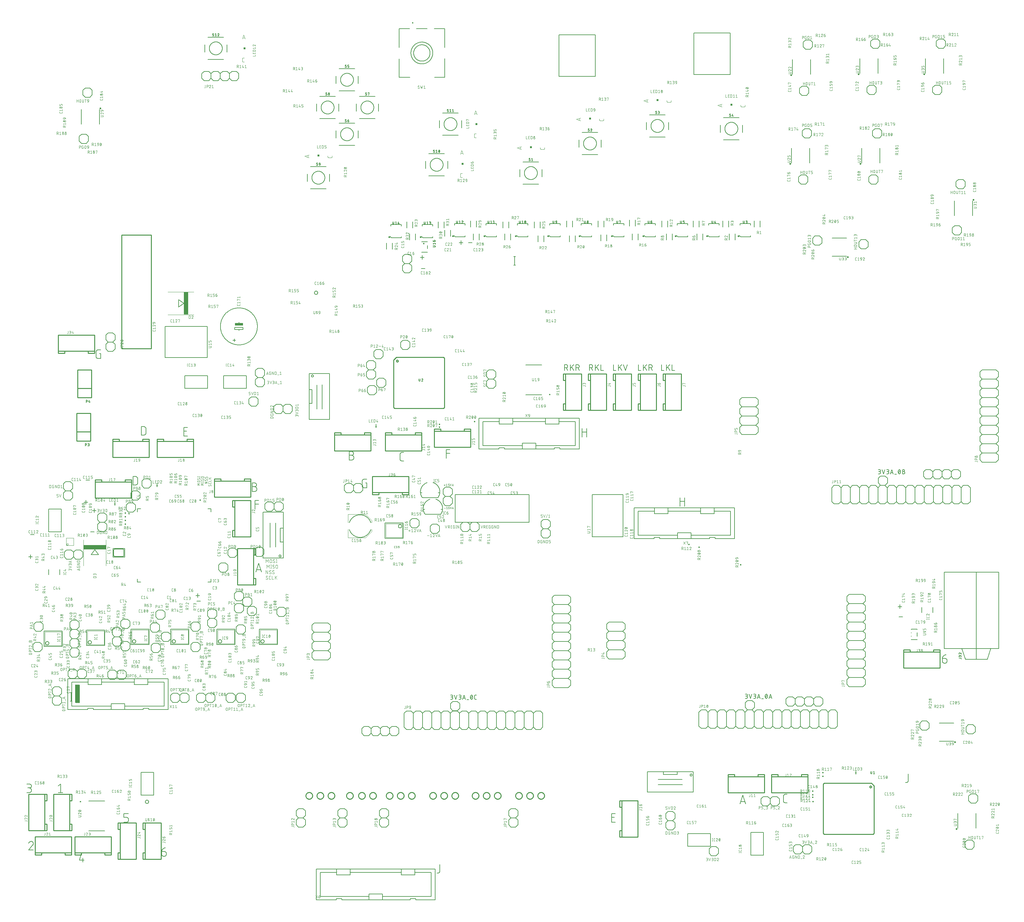
<source format=gbr>
G04 EAGLE Gerber RS-274X export*
G75*
%MOMM*%
%FSLAX34Y34*%
%LPD*%
%INSilkscreen Top*%
%IPPOS*%
%AMOC8*
5,1,8,0,0,1.08239X$1,22.5*%
G01*
%ADD10C,0.076200*%
%ADD11C,0.203200*%
%ADD12C,0.152400*%
%ADD13C,0.254000*%
%ADD14C,0.127000*%
%ADD15C,0.200000*%
%ADD16R,0.300000X0.150000*%
%ADD17R,0.300000X0.300000*%
%ADD18C,0.508000*%
%ADD19C,0.101600*%
%ADD20C,0.449000*%
%ADD21C,0.177800*%
%ADD22C,0.050800*%
%ADD23C,0.100000*%
%ADD24R,6.200000X1.250000*%
%ADD25R,0.500000X0.500000*%
%ADD26C,0.010159*%
%ADD27R,2.286000X0.635000*%
%ADD28R,1.250000X6.200000*%


D10*
X686181Y889381D02*
X686181Y898779D01*
X691402Y889381D01*
X691402Y898779D01*
X700546Y891469D02*
X700544Y891380D01*
X700538Y891292D01*
X700529Y891204D01*
X700516Y891116D01*
X700499Y891029D01*
X700479Y890943D01*
X700454Y890858D01*
X700427Y890773D01*
X700395Y890690D01*
X700361Y890609D01*
X700322Y890529D01*
X700281Y890451D01*
X700236Y890374D01*
X700188Y890300D01*
X700137Y890227D01*
X700083Y890157D01*
X700025Y890090D01*
X699965Y890024D01*
X699903Y889962D01*
X699837Y889902D01*
X699770Y889844D01*
X699700Y889790D01*
X699627Y889739D01*
X699553Y889691D01*
X699476Y889646D01*
X699398Y889605D01*
X699318Y889566D01*
X699237Y889532D01*
X699154Y889500D01*
X699069Y889473D01*
X698984Y889448D01*
X698898Y889428D01*
X698811Y889411D01*
X698723Y889398D01*
X698635Y889389D01*
X698547Y889383D01*
X698458Y889381D01*
X698329Y889383D01*
X698200Y889389D01*
X698071Y889398D01*
X697943Y889411D01*
X697815Y889428D01*
X697688Y889449D01*
X697561Y889473D01*
X697435Y889501D01*
X697310Y889533D01*
X697186Y889568D01*
X697063Y889607D01*
X696941Y889650D01*
X696821Y889696D01*
X696702Y889746D01*
X696584Y889799D01*
X696468Y889855D01*
X696354Y889915D01*
X696241Y889978D01*
X696131Y890045D01*
X696022Y890114D01*
X695916Y890187D01*
X695811Y890263D01*
X695709Y890342D01*
X695610Y890424D01*
X695512Y890508D01*
X695417Y890596D01*
X695325Y890686D01*
X695586Y896691D02*
X695588Y896780D01*
X695594Y896868D01*
X695603Y896956D01*
X695616Y897044D01*
X695633Y897131D01*
X695653Y897217D01*
X695678Y897302D01*
X695705Y897387D01*
X695737Y897470D01*
X695771Y897551D01*
X695810Y897631D01*
X695851Y897709D01*
X695896Y897786D01*
X695944Y897860D01*
X695995Y897933D01*
X696049Y898003D01*
X696107Y898070D01*
X696167Y898136D01*
X696229Y898198D01*
X696295Y898258D01*
X696362Y898316D01*
X696432Y898370D01*
X696505Y898421D01*
X696579Y898469D01*
X696656Y898514D01*
X696734Y898555D01*
X696814Y898594D01*
X696895Y898628D01*
X696978Y898660D01*
X697063Y898687D01*
X697148Y898712D01*
X697234Y898732D01*
X697321Y898749D01*
X697409Y898762D01*
X697497Y898771D01*
X697585Y898777D01*
X697674Y898779D01*
X697794Y898777D01*
X697914Y898772D01*
X698034Y898762D01*
X698153Y898750D01*
X698272Y898733D01*
X698390Y898713D01*
X698508Y898689D01*
X698624Y898662D01*
X698740Y898631D01*
X698855Y898597D01*
X698969Y898559D01*
X699082Y898517D01*
X699193Y898472D01*
X699303Y898424D01*
X699411Y898373D01*
X699518Y898318D01*
X699623Y898260D01*
X699726Y898198D01*
X699827Y898134D01*
X699927Y898066D01*
X700024Y897996D01*
X696630Y894864D02*
X696552Y894912D01*
X696476Y894964D01*
X696403Y895018D01*
X696332Y895076D01*
X696263Y895137D01*
X696197Y895201D01*
X696134Y895268D01*
X696074Y895337D01*
X696017Y895409D01*
X695963Y895483D01*
X695913Y895560D01*
X695865Y895639D01*
X695822Y895719D01*
X695781Y895802D01*
X695745Y895886D01*
X695712Y895971D01*
X695683Y896058D01*
X695657Y896147D01*
X695635Y896236D01*
X695618Y896326D01*
X695604Y896416D01*
X695594Y896508D01*
X695588Y896599D01*
X695586Y896691D01*
X699502Y893296D02*
X699580Y893248D01*
X699656Y893196D01*
X699729Y893142D01*
X699800Y893084D01*
X699869Y893023D01*
X699935Y892959D01*
X699998Y892892D01*
X700058Y892823D01*
X700115Y892751D01*
X700169Y892677D01*
X700219Y892600D01*
X700267Y892521D01*
X700310Y892441D01*
X700351Y892358D01*
X700387Y892274D01*
X700420Y892189D01*
X700449Y892102D01*
X700475Y892013D01*
X700497Y891924D01*
X700514Y891834D01*
X700528Y891744D01*
X700538Y891652D01*
X700544Y891561D01*
X700546Y891469D01*
X699502Y893297D02*
X696630Y894863D01*
X706992Y889381D02*
X707081Y889383D01*
X707169Y889389D01*
X707257Y889398D01*
X707345Y889411D01*
X707432Y889428D01*
X707518Y889448D01*
X707603Y889473D01*
X707688Y889500D01*
X707771Y889532D01*
X707852Y889566D01*
X707932Y889605D01*
X708010Y889646D01*
X708087Y889691D01*
X708161Y889739D01*
X708234Y889790D01*
X708304Y889844D01*
X708371Y889902D01*
X708437Y889962D01*
X708499Y890024D01*
X708559Y890090D01*
X708617Y890157D01*
X708671Y890227D01*
X708722Y890300D01*
X708770Y890374D01*
X708815Y890451D01*
X708856Y890529D01*
X708895Y890609D01*
X708929Y890690D01*
X708961Y890773D01*
X708988Y890858D01*
X709013Y890943D01*
X709033Y891029D01*
X709050Y891116D01*
X709063Y891204D01*
X709072Y891292D01*
X709078Y891380D01*
X709080Y891469D01*
X706992Y889381D02*
X706863Y889383D01*
X706734Y889389D01*
X706605Y889398D01*
X706477Y889411D01*
X706349Y889428D01*
X706222Y889449D01*
X706095Y889473D01*
X705969Y889501D01*
X705844Y889533D01*
X705720Y889568D01*
X705597Y889607D01*
X705475Y889650D01*
X705355Y889696D01*
X705236Y889746D01*
X705118Y889799D01*
X705002Y889855D01*
X704888Y889915D01*
X704775Y889978D01*
X704665Y890045D01*
X704556Y890114D01*
X704450Y890187D01*
X704345Y890263D01*
X704243Y890342D01*
X704144Y890424D01*
X704046Y890508D01*
X703951Y890596D01*
X703859Y890686D01*
X704121Y896691D02*
X704123Y896780D01*
X704129Y896868D01*
X704138Y896956D01*
X704151Y897044D01*
X704168Y897131D01*
X704188Y897217D01*
X704213Y897302D01*
X704240Y897387D01*
X704272Y897470D01*
X704306Y897551D01*
X704345Y897631D01*
X704386Y897709D01*
X704431Y897786D01*
X704479Y897860D01*
X704530Y897933D01*
X704584Y898003D01*
X704642Y898070D01*
X704702Y898136D01*
X704764Y898198D01*
X704830Y898258D01*
X704897Y898316D01*
X704967Y898370D01*
X705040Y898421D01*
X705114Y898469D01*
X705191Y898514D01*
X705269Y898555D01*
X705349Y898594D01*
X705430Y898628D01*
X705513Y898660D01*
X705598Y898687D01*
X705683Y898712D01*
X705769Y898732D01*
X705856Y898749D01*
X705944Y898762D01*
X706032Y898771D01*
X706120Y898777D01*
X706209Y898779D01*
X706329Y898777D01*
X706449Y898772D01*
X706569Y898762D01*
X706688Y898750D01*
X706807Y898733D01*
X706925Y898713D01*
X707043Y898689D01*
X707159Y898662D01*
X707275Y898631D01*
X707390Y898597D01*
X707504Y898559D01*
X707617Y898517D01*
X707728Y898472D01*
X707838Y898424D01*
X707946Y898373D01*
X708053Y898318D01*
X708158Y898260D01*
X708261Y898198D01*
X708362Y898134D01*
X708462Y898066D01*
X708559Y897996D01*
X705164Y894864D02*
X705086Y894912D01*
X705010Y894964D01*
X704937Y895018D01*
X704866Y895076D01*
X704797Y895137D01*
X704731Y895201D01*
X704668Y895268D01*
X704608Y895337D01*
X704551Y895409D01*
X704497Y895483D01*
X704447Y895560D01*
X704399Y895639D01*
X704356Y895719D01*
X704315Y895802D01*
X704279Y895886D01*
X704246Y895971D01*
X704217Y896058D01*
X704191Y896147D01*
X704169Y896236D01*
X704152Y896326D01*
X704138Y896416D01*
X704128Y896508D01*
X704122Y896599D01*
X704120Y896691D01*
X708036Y893296D02*
X708114Y893248D01*
X708190Y893196D01*
X708263Y893142D01*
X708334Y893084D01*
X708403Y893023D01*
X708469Y892959D01*
X708532Y892892D01*
X708592Y892823D01*
X708649Y892751D01*
X708703Y892677D01*
X708753Y892600D01*
X708801Y892521D01*
X708844Y892441D01*
X708885Y892358D01*
X708921Y892274D01*
X708954Y892189D01*
X708983Y892102D01*
X709009Y892013D01*
X709031Y891924D01*
X709048Y891834D01*
X709062Y891744D01*
X709072Y891652D01*
X709078Y891561D01*
X709080Y891469D01*
X708036Y893297D02*
X705165Y894863D01*
X691402Y876229D02*
X691400Y876140D01*
X691394Y876052D01*
X691385Y875964D01*
X691372Y875876D01*
X691355Y875789D01*
X691335Y875703D01*
X691310Y875618D01*
X691283Y875533D01*
X691251Y875450D01*
X691217Y875369D01*
X691178Y875289D01*
X691137Y875211D01*
X691092Y875134D01*
X691044Y875060D01*
X690993Y874987D01*
X690939Y874917D01*
X690881Y874850D01*
X690821Y874784D01*
X690759Y874722D01*
X690693Y874662D01*
X690626Y874604D01*
X690556Y874550D01*
X690483Y874499D01*
X690409Y874451D01*
X690332Y874406D01*
X690254Y874365D01*
X690174Y874326D01*
X690093Y874292D01*
X690010Y874260D01*
X689925Y874233D01*
X689840Y874208D01*
X689754Y874188D01*
X689667Y874171D01*
X689579Y874158D01*
X689491Y874149D01*
X689403Y874143D01*
X689314Y874141D01*
X689185Y874143D01*
X689056Y874149D01*
X688927Y874158D01*
X688799Y874171D01*
X688671Y874188D01*
X688544Y874209D01*
X688417Y874233D01*
X688291Y874261D01*
X688166Y874293D01*
X688042Y874328D01*
X687919Y874367D01*
X687797Y874410D01*
X687677Y874456D01*
X687558Y874506D01*
X687440Y874559D01*
X687324Y874615D01*
X687210Y874675D01*
X687097Y874738D01*
X686987Y874805D01*
X686878Y874874D01*
X686772Y874947D01*
X686667Y875023D01*
X686565Y875102D01*
X686466Y875184D01*
X686368Y875268D01*
X686273Y875356D01*
X686181Y875446D01*
X686442Y881451D02*
X686444Y881540D01*
X686450Y881628D01*
X686459Y881716D01*
X686472Y881804D01*
X686489Y881891D01*
X686509Y881977D01*
X686534Y882062D01*
X686561Y882147D01*
X686593Y882230D01*
X686627Y882311D01*
X686666Y882391D01*
X686707Y882469D01*
X686752Y882546D01*
X686800Y882620D01*
X686851Y882693D01*
X686905Y882763D01*
X686963Y882830D01*
X687023Y882896D01*
X687085Y882958D01*
X687151Y883018D01*
X687218Y883076D01*
X687288Y883130D01*
X687361Y883181D01*
X687435Y883229D01*
X687512Y883274D01*
X687590Y883315D01*
X687670Y883354D01*
X687751Y883388D01*
X687834Y883420D01*
X687919Y883447D01*
X688004Y883472D01*
X688090Y883492D01*
X688177Y883509D01*
X688265Y883522D01*
X688353Y883531D01*
X688441Y883537D01*
X688530Y883539D01*
X688650Y883537D01*
X688770Y883532D01*
X688890Y883522D01*
X689009Y883510D01*
X689128Y883493D01*
X689246Y883473D01*
X689364Y883449D01*
X689480Y883422D01*
X689596Y883391D01*
X689711Y883357D01*
X689825Y883319D01*
X689938Y883277D01*
X690049Y883232D01*
X690159Y883184D01*
X690267Y883133D01*
X690374Y883078D01*
X690479Y883020D01*
X690582Y882958D01*
X690683Y882894D01*
X690783Y882826D01*
X690880Y882756D01*
X687486Y879624D02*
X687408Y879672D01*
X687332Y879724D01*
X687259Y879778D01*
X687188Y879836D01*
X687119Y879897D01*
X687053Y879961D01*
X686990Y880028D01*
X686930Y880097D01*
X686873Y880169D01*
X686819Y880243D01*
X686769Y880320D01*
X686721Y880399D01*
X686678Y880479D01*
X686637Y880562D01*
X686601Y880646D01*
X686568Y880731D01*
X686539Y880818D01*
X686513Y880907D01*
X686491Y880996D01*
X686474Y881086D01*
X686460Y881176D01*
X686450Y881268D01*
X686444Y881359D01*
X686442Y881451D01*
X690358Y878056D02*
X690436Y878008D01*
X690512Y877956D01*
X690585Y877902D01*
X690656Y877844D01*
X690725Y877783D01*
X690791Y877719D01*
X690854Y877652D01*
X690914Y877583D01*
X690971Y877511D01*
X691025Y877437D01*
X691075Y877360D01*
X691123Y877281D01*
X691166Y877201D01*
X691207Y877118D01*
X691243Y877034D01*
X691276Y876949D01*
X691305Y876862D01*
X691331Y876773D01*
X691353Y876684D01*
X691370Y876594D01*
X691384Y876504D01*
X691394Y876412D01*
X691400Y876321D01*
X691402Y876229D01*
X690358Y878057D02*
X687486Y879623D01*
X697083Y874141D02*
X699171Y874141D01*
X697083Y874141D02*
X696994Y874143D01*
X696906Y874149D01*
X696818Y874158D01*
X696730Y874171D01*
X696643Y874188D01*
X696557Y874208D01*
X696472Y874233D01*
X696387Y874260D01*
X696304Y874292D01*
X696223Y874326D01*
X696143Y874365D01*
X696065Y874406D01*
X695988Y874451D01*
X695914Y874499D01*
X695841Y874550D01*
X695771Y874604D01*
X695704Y874662D01*
X695638Y874722D01*
X695576Y874784D01*
X695516Y874850D01*
X695458Y874917D01*
X695404Y874987D01*
X695353Y875060D01*
X695305Y875134D01*
X695260Y875211D01*
X695219Y875289D01*
X695180Y875369D01*
X695146Y875450D01*
X695114Y875533D01*
X695087Y875618D01*
X695062Y875703D01*
X695042Y875789D01*
X695025Y875876D01*
X695012Y875964D01*
X695003Y876052D01*
X694997Y876140D01*
X694995Y876229D01*
X694994Y876229D02*
X694994Y881451D01*
X694995Y881451D02*
X694997Y881542D01*
X695003Y881633D01*
X695013Y881724D01*
X695027Y881814D01*
X695044Y881903D01*
X695066Y881991D01*
X695092Y882079D01*
X695121Y882165D01*
X695154Y882250D01*
X695191Y882333D01*
X695231Y882415D01*
X695275Y882495D01*
X695322Y882573D01*
X695373Y882649D01*
X695426Y882722D01*
X695483Y882793D01*
X695544Y882862D01*
X695607Y882927D01*
X695672Y882990D01*
X695741Y883050D01*
X695812Y883108D01*
X695885Y883161D01*
X695961Y883212D01*
X696039Y883259D01*
X696119Y883303D01*
X696201Y883343D01*
X696284Y883380D01*
X696369Y883413D01*
X696455Y883442D01*
X696543Y883468D01*
X696631Y883490D01*
X696720Y883507D01*
X696810Y883521D01*
X696901Y883531D01*
X696992Y883537D01*
X697083Y883539D01*
X699171Y883539D01*
X702962Y883539D02*
X702962Y874141D01*
X707139Y874141D01*
X711001Y874141D02*
X711001Y883539D01*
X716222Y883539D02*
X711001Y877796D01*
X713089Y879884D02*
X716222Y874141D01*
X688721Y904621D02*
X688721Y914019D01*
X691854Y908798D01*
X694986Y914019D01*
X694986Y904621D01*
X700083Y904621D02*
X700083Y914019D01*
X699039Y904621D02*
X701127Y904621D01*
X701127Y914019D02*
X699039Y914019D01*
X707616Y904621D02*
X707705Y904623D01*
X707793Y904629D01*
X707881Y904638D01*
X707969Y904651D01*
X708056Y904668D01*
X708142Y904688D01*
X708227Y904713D01*
X708312Y904740D01*
X708395Y904772D01*
X708476Y904806D01*
X708556Y904845D01*
X708634Y904886D01*
X708711Y904931D01*
X708785Y904979D01*
X708858Y905030D01*
X708928Y905084D01*
X708995Y905142D01*
X709061Y905202D01*
X709123Y905264D01*
X709183Y905330D01*
X709241Y905397D01*
X709295Y905467D01*
X709346Y905540D01*
X709394Y905614D01*
X709439Y905691D01*
X709480Y905769D01*
X709519Y905849D01*
X709553Y905930D01*
X709585Y906013D01*
X709612Y906098D01*
X709637Y906183D01*
X709657Y906269D01*
X709674Y906356D01*
X709687Y906444D01*
X709696Y906532D01*
X709702Y906620D01*
X709704Y906709D01*
X707616Y904621D02*
X707487Y904623D01*
X707358Y904629D01*
X707229Y904638D01*
X707101Y904651D01*
X706973Y904668D01*
X706846Y904689D01*
X706719Y904713D01*
X706593Y904741D01*
X706468Y904773D01*
X706344Y904808D01*
X706221Y904847D01*
X706099Y904890D01*
X705979Y904936D01*
X705860Y904986D01*
X705742Y905039D01*
X705626Y905095D01*
X705512Y905155D01*
X705399Y905218D01*
X705289Y905285D01*
X705180Y905354D01*
X705074Y905427D01*
X704969Y905503D01*
X704867Y905582D01*
X704768Y905664D01*
X704670Y905748D01*
X704575Y905836D01*
X704483Y905926D01*
X704745Y911931D02*
X704747Y912020D01*
X704753Y912108D01*
X704762Y912196D01*
X704775Y912284D01*
X704792Y912371D01*
X704812Y912457D01*
X704837Y912542D01*
X704864Y912627D01*
X704896Y912710D01*
X704930Y912791D01*
X704969Y912871D01*
X705010Y912949D01*
X705055Y913026D01*
X705103Y913100D01*
X705154Y913173D01*
X705208Y913243D01*
X705266Y913310D01*
X705326Y913376D01*
X705388Y913438D01*
X705454Y913498D01*
X705521Y913556D01*
X705591Y913610D01*
X705664Y913661D01*
X705738Y913709D01*
X705815Y913754D01*
X705893Y913795D01*
X705973Y913834D01*
X706054Y913868D01*
X706137Y913900D01*
X706222Y913927D01*
X706307Y913952D01*
X706393Y913972D01*
X706480Y913989D01*
X706568Y914002D01*
X706656Y914011D01*
X706744Y914017D01*
X706833Y914019D01*
X706832Y914019D02*
X706952Y914017D01*
X707072Y914012D01*
X707192Y914002D01*
X707311Y913990D01*
X707430Y913973D01*
X707548Y913953D01*
X707666Y913929D01*
X707782Y913902D01*
X707898Y913871D01*
X708013Y913837D01*
X708127Y913799D01*
X708240Y913757D01*
X708351Y913712D01*
X708461Y913664D01*
X708569Y913613D01*
X708676Y913558D01*
X708781Y913500D01*
X708884Y913438D01*
X708985Y913374D01*
X709085Y913306D01*
X709182Y913236D01*
X705788Y910104D02*
X705710Y910152D01*
X705634Y910204D01*
X705561Y910258D01*
X705490Y910316D01*
X705421Y910377D01*
X705355Y910441D01*
X705292Y910508D01*
X705232Y910577D01*
X705175Y910649D01*
X705121Y910723D01*
X705071Y910800D01*
X705023Y910879D01*
X704980Y910959D01*
X704939Y911042D01*
X704903Y911126D01*
X704870Y911211D01*
X704841Y911298D01*
X704815Y911387D01*
X704793Y911476D01*
X704776Y911566D01*
X704762Y911656D01*
X704752Y911748D01*
X704746Y911839D01*
X704744Y911931D01*
X708660Y908536D02*
X708738Y908488D01*
X708814Y908436D01*
X708887Y908382D01*
X708958Y908324D01*
X709027Y908263D01*
X709093Y908199D01*
X709156Y908132D01*
X709216Y908063D01*
X709273Y907991D01*
X709327Y907917D01*
X709377Y907840D01*
X709425Y907761D01*
X709468Y907681D01*
X709509Y907598D01*
X709545Y907514D01*
X709578Y907429D01*
X709607Y907342D01*
X709633Y907253D01*
X709655Y907164D01*
X709672Y907074D01*
X709686Y906984D01*
X709696Y906892D01*
X709702Y906801D01*
X709704Y906709D01*
X708660Y908537D02*
X705788Y910103D01*
X713322Y911408D02*
X713322Y907232D01*
X713322Y911408D02*
X713324Y911509D01*
X713330Y911610D01*
X713340Y911711D01*
X713353Y911811D01*
X713371Y911911D01*
X713392Y912010D01*
X713418Y912108D01*
X713447Y912205D01*
X713479Y912301D01*
X713516Y912395D01*
X713556Y912488D01*
X713600Y912580D01*
X713647Y912669D01*
X713698Y912757D01*
X713752Y912843D01*
X713809Y912926D01*
X713869Y913008D01*
X713933Y913086D01*
X713999Y913163D01*
X714069Y913236D01*
X714141Y913307D01*
X714216Y913375D01*
X714294Y913440D01*
X714374Y913502D01*
X714456Y913561D01*
X714541Y913617D01*
X714628Y913669D01*
X714716Y913718D01*
X714807Y913764D01*
X714899Y913805D01*
X714993Y913844D01*
X715088Y913878D01*
X715184Y913909D01*
X715282Y913936D01*
X715380Y913960D01*
X715480Y913979D01*
X715580Y913995D01*
X715680Y914007D01*
X715781Y914015D01*
X715882Y914019D01*
X715984Y914019D01*
X716085Y914015D01*
X716186Y914007D01*
X716286Y913995D01*
X716386Y913979D01*
X716486Y913960D01*
X716584Y913936D01*
X716682Y913909D01*
X716778Y913878D01*
X716873Y913844D01*
X716967Y913805D01*
X717059Y913764D01*
X717150Y913718D01*
X717239Y913669D01*
X717325Y913617D01*
X717410Y913561D01*
X717492Y913502D01*
X717572Y913440D01*
X717650Y913375D01*
X717725Y913307D01*
X717797Y913236D01*
X717867Y913163D01*
X717933Y913086D01*
X717997Y913008D01*
X718057Y912926D01*
X718114Y912843D01*
X718168Y912757D01*
X718219Y912669D01*
X718266Y912580D01*
X718310Y912488D01*
X718350Y912395D01*
X718387Y912301D01*
X718419Y912205D01*
X718448Y912108D01*
X718474Y912010D01*
X718495Y911911D01*
X718513Y911811D01*
X718526Y911711D01*
X718536Y911610D01*
X718542Y911509D01*
X718544Y911408D01*
X718543Y911408D02*
X718543Y907232D01*
X718544Y907232D02*
X718542Y907131D01*
X718536Y907030D01*
X718526Y906929D01*
X718513Y906829D01*
X718495Y906729D01*
X718474Y906630D01*
X718448Y906532D01*
X718419Y906435D01*
X718387Y906339D01*
X718350Y906245D01*
X718310Y906152D01*
X718266Y906060D01*
X718219Y905971D01*
X718168Y905883D01*
X718114Y905797D01*
X718057Y905714D01*
X717997Y905632D01*
X717933Y905554D01*
X717867Y905477D01*
X717797Y905404D01*
X717725Y905333D01*
X717650Y905265D01*
X717572Y905200D01*
X717492Y905138D01*
X717410Y905079D01*
X717325Y905023D01*
X717239Y904971D01*
X717150Y904922D01*
X717059Y904876D01*
X716967Y904835D01*
X716873Y904796D01*
X716778Y904762D01*
X716682Y904731D01*
X716584Y904704D01*
X716486Y904680D01*
X716386Y904661D01*
X716286Y904645D01*
X716186Y904633D01*
X716085Y904625D01*
X715984Y904621D01*
X715882Y904621D01*
X715781Y904625D01*
X715680Y904633D01*
X715580Y904645D01*
X715480Y904661D01*
X715380Y904680D01*
X715282Y904704D01*
X715184Y904731D01*
X715088Y904762D01*
X714993Y904796D01*
X714899Y904835D01*
X714807Y904876D01*
X714716Y904922D01*
X714628Y904971D01*
X714541Y905023D01*
X714456Y905079D01*
X714374Y905138D01*
X714294Y905200D01*
X714216Y905265D01*
X714141Y905333D01*
X714069Y905404D01*
X713999Y905477D01*
X713933Y905554D01*
X713869Y905632D01*
X713809Y905714D01*
X713752Y905797D01*
X713698Y905883D01*
X713647Y905971D01*
X713600Y906060D01*
X713556Y906152D01*
X713516Y906245D01*
X713479Y906339D01*
X713447Y906435D01*
X713418Y906532D01*
X713392Y906630D01*
X713371Y906729D01*
X713353Y906829D01*
X713340Y906929D01*
X713330Y907030D01*
X713324Y907131D01*
X713322Y907232D01*
X686181Y919861D02*
X686181Y929259D01*
X689314Y924038D01*
X692446Y929259D01*
X692446Y919861D01*
X696761Y922472D02*
X696761Y926648D01*
X696763Y926749D01*
X696769Y926850D01*
X696779Y926951D01*
X696792Y927051D01*
X696810Y927151D01*
X696831Y927250D01*
X696857Y927348D01*
X696886Y927445D01*
X696918Y927541D01*
X696955Y927635D01*
X696995Y927728D01*
X697039Y927820D01*
X697086Y927909D01*
X697137Y927997D01*
X697191Y928083D01*
X697248Y928166D01*
X697308Y928248D01*
X697372Y928326D01*
X697438Y928403D01*
X697508Y928476D01*
X697580Y928547D01*
X697655Y928615D01*
X697733Y928680D01*
X697813Y928742D01*
X697895Y928801D01*
X697980Y928857D01*
X698067Y928909D01*
X698155Y928958D01*
X698246Y929004D01*
X698338Y929045D01*
X698432Y929084D01*
X698527Y929118D01*
X698623Y929149D01*
X698721Y929176D01*
X698819Y929200D01*
X698919Y929219D01*
X699019Y929235D01*
X699119Y929247D01*
X699220Y929255D01*
X699321Y929259D01*
X699423Y929259D01*
X699524Y929255D01*
X699625Y929247D01*
X699725Y929235D01*
X699825Y929219D01*
X699925Y929200D01*
X700023Y929176D01*
X700121Y929149D01*
X700217Y929118D01*
X700312Y929084D01*
X700406Y929045D01*
X700498Y929004D01*
X700589Y928958D01*
X700678Y928909D01*
X700764Y928857D01*
X700849Y928801D01*
X700931Y928742D01*
X701011Y928680D01*
X701089Y928615D01*
X701164Y928547D01*
X701236Y928476D01*
X701306Y928403D01*
X701372Y928326D01*
X701436Y928248D01*
X701496Y928166D01*
X701553Y928083D01*
X701607Y927997D01*
X701658Y927909D01*
X701705Y927820D01*
X701749Y927728D01*
X701789Y927635D01*
X701826Y927541D01*
X701858Y927445D01*
X701887Y927348D01*
X701913Y927250D01*
X701934Y927151D01*
X701952Y927051D01*
X701965Y926951D01*
X701975Y926850D01*
X701981Y926749D01*
X701983Y926648D01*
X701983Y922472D01*
X701981Y922371D01*
X701975Y922270D01*
X701965Y922169D01*
X701952Y922069D01*
X701934Y921969D01*
X701913Y921870D01*
X701887Y921772D01*
X701858Y921675D01*
X701826Y921579D01*
X701789Y921485D01*
X701749Y921392D01*
X701705Y921300D01*
X701658Y921211D01*
X701607Y921123D01*
X701553Y921037D01*
X701496Y920954D01*
X701436Y920872D01*
X701372Y920794D01*
X701306Y920717D01*
X701236Y920644D01*
X701164Y920573D01*
X701089Y920505D01*
X701011Y920440D01*
X700931Y920378D01*
X700849Y920319D01*
X700764Y920263D01*
X700678Y920211D01*
X700589Y920162D01*
X700498Y920116D01*
X700406Y920075D01*
X700312Y920036D01*
X700217Y920002D01*
X700121Y919971D01*
X700023Y919944D01*
X699925Y919920D01*
X699825Y919901D01*
X699725Y919885D01*
X699625Y919873D01*
X699524Y919865D01*
X699423Y919861D01*
X699321Y919861D01*
X699220Y919865D01*
X699119Y919873D01*
X699019Y919885D01*
X698919Y919901D01*
X698819Y919920D01*
X698721Y919944D01*
X698623Y919971D01*
X698527Y920002D01*
X698432Y920036D01*
X698338Y920075D01*
X698246Y920116D01*
X698155Y920162D01*
X698067Y920211D01*
X697980Y920263D01*
X697895Y920319D01*
X697813Y920378D01*
X697733Y920440D01*
X697655Y920505D01*
X697580Y920573D01*
X697508Y920644D01*
X697438Y920717D01*
X697372Y920794D01*
X697308Y920872D01*
X697248Y920954D01*
X697191Y921037D01*
X697137Y921123D01*
X697086Y921211D01*
X697039Y921300D01*
X696995Y921392D01*
X696955Y921485D01*
X696918Y921579D01*
X696886Y921675D01*
X696857Y921772D01*
X696831Y921870D01*
X696810Y921969D01*
X696792Y922069D01*
X696779Y922169D01*
X696769Y922270D01*
X696763Y922371D01*
X696761Y922472D01*
X708733Y919861D02*
X708822Y919863D01*
X708910Y919869D01*
X708998Y919878D01*
X709086Y919891D01*
X709173Y919908D01*
X709259Y919928D01*
X709344Y919953D01*
X709429Y919980D01*
X709512Y920012D01*
X709593Y920046D01*
X709673Y920085D01*
X709751Y920126D01*
X709828Y920171D01*
X709902Y920219D01*
X709975Y920270D01*
X710045Y920324D01*
X710112Y920382D01*
X710178Y920442D01*
X710240Y920504D01*
X710300Y920570D01*
X710358Y920637D01*
X710412Y920707D01*
X710463Y920780D01*
X710511Y920854D01*
X710556Y920931D01*
X710597Y921009D01*
X710636Y921089D01*
X710670Y921170D01*
X710702Y921253D01*
X710729Y921338D01*
X710754Y921423D01*
X710774Y921509D01*
X710791Y921596D01*
X710804Y921684D01*
X710813Y921772D01*
X710819Y921860D01*
X710821Y921949D01*
X708733Y919861D02*
X708604Y919863D01*
X708475Y919869D01*
X708346Y919878D01*
X708218Y919891D01*
X708090Y919908D01*
X707963Y919929D01*
X707836Y919953D01*
X707710Y919981D01*
X707585Y920013D01*
X707461Y920048D01*
X707338Y920087D01*
X707216Y920130D01*
X707096Y920176D01*
X706977Y920226D01*
X706859Y920279D01*
X706743Y920335D01*
X706629Y920395D01*
X706516Y920458D01*
X706406Y920525D01*
X706297Y920594D01*
X706191Y920667D01*
X706086Y920743D01*
X705984Y920822D01*
X705885Y920904D01*
X705787Y920988D01*
X705692Y921076D01*
X705600Y921166D01*
X705862Y927171D02*
X705864Y927260D01*
X705870Y927348D01*
X705879Y927436D01*
X705892Y927524D01*
X705909Y927611D01*
X705929Y927697D01*
X705954Y927782D01*
X705981Y927867D01*
X706013Y927950D01*
X706047Y928031D01*
X706086Y928111D01*
X706127Y928189D01*
X706172Y928266D01*
X706220Y928340D01*
X706271Y928413D01*
X706325Y928483D01*
X706383Y928550D01*
X706443Y928616D01*
X706505Y928678D01*
X706571Y928738D01*
X706638Y928796D01*
X706708Y928850D01*
X706781Y928901D01*
X706855Y928949D01*
X706932Y928994D01*
X707010Y929035D01*
X707090Y929074D01*
X707171Y929108D01*
X707254Y929140D01*
X707339Y929167D01*
X707424Y929192D01*
X707510Y929212D01*
X707597Y929229D01*
X707685Y929242D01*
X707773Y929251D01*
X707861Y929257D01*
X707950Y929259D01*
X708070Y929257D01*
X708190Y929252D01*
X708310Y929242D01*
X708429Y929230D01*
X708548Y929213D01*
X708666Y929193D01*
X708784Y929169D01*
X708900Y929142D01*
X709016Y929111D01*
X709131Y929077D01*
X709245Y929039D01*
X709358Y928997D01*
X709469Y928952D01*
X709579Y928904D01*
X709687Y928853D01*
X709794Y928798D01*
X709899Y928740D01*
X710002Y928678D01*
X710103Y928614D01*
X710203Y928546D01*
X710300Y928476D01*
X706906Y925344D02*
X706828Y925392D01*
X706752Y925444D01*
X706679Y925498D01*
X706608Y925556D01*
X706539Y925617D01*
X706473Y925681D01*
X706410Y925748D01*
X706350Y925817D01*
X706293Y925889D01*
X706239Y925963D01*
X706189Y926040D01*
X706141Y926119D01*
X706098Y926199D01*
X706057Y926282D01*
X706021Y926366D01*
X705988Y926451D01*
X705959Y926538D01*
X705933Y926627D01*
X705911Y926716D01*
X705894Y926806D01*
X705880Y926896D01*
X705870Y926988D01*
X705864Y927079D01*
X705862Y927171D01*
X709778Y923776D02*
X709856Y923728D01*
X709932Y923676D01*
X710005Y923622D01*
X710076Y923564D01*
X710145Y923503D01*
X710211Y923439D01*
X710274Y923372D01*
X710334Y923303D01*
X710391Y923231D01*
X710445Y923157D01*
X710495Y923080D01*
X710543Y923001D01*
X710586Y922921D01*
X710627Y922838D01*
X710663Y922754D01*
X710696Y922669D01*
X710725Y922582D01*
X710751Y922493D01*
X710773Y922404D01*
X710790Y922314D01*
X710804Y922224D01*
X710814Y922132D01*
X710820Y922041D01*
X710822Y921949D01*
X709778Y923777D02*
X706906Y925343D01*
X715222Y929259D02*
X715222Y919861D01*
X716266Y919861D02*
X714177Y919861D01*
X714177Y929259D02*
X716266Y929259D01*
X535559Y1133136D02*
X535557Y1133214D01*
X535552Y1133292D01*
X535542Y1133369D01*
X535529Y1133446D01*
X535513Y1133522D01*
X535493Y1133597D01*
X535469Y1133671D01*
X535442Y1133744D01*
X535411Y1133816D01*
X535377Y1133886D01*
X535340Y1133955D01*
X535299Y1134021D01*
X535255Y1134086D01*
X535209Y1134148D01*
X535159Y1134208D01*
X535107Y1134266D01*
X535052Y1134321D01*
X534994Y1134373D01*
X534934Y1134423D01*
X534872Y1134469D01*
X534807Y1134513D01*
X534741Y1134554D01*
X534672Y1134591D01*
X534602Y1134625D01*
X534530Y1134656D01*
X534457Y1134683D01*
X534383Y1134707D01*
X534308Y1134727D01*
X534232Y1134743D01*
X534155Y1134756D01*
X534078Y1134766D01*
X534000Y1134771D01*
X533922Y1134773D01*
X535559Y1133136D02*
X535557Y1133022D01*
X535552Y1132909D01*
X535542Y1132795D01*
X535529Y1132682D01*
X535512Y1132570D01*
X535492Y1132458D01*
X535468Y1132347D01*
X535440Y1132236D01*
X535409Y1132127D01*
X535374Y1132019D01*
X535335Y1131912D01*
X535293Y1131806D01*
X535248Y1131702D01*
X535199Y1131599D01*
X535146Y1131498D01*
X535091Y1131399D01*
X535032Y1131301D01*
X534970Y1131206D01*
X534905Y1131113D01*
X534837Y1131021D01*
X534766Y1130933D01*
X534692Y1130846D01*
X534615Y1130762D01*
X534536Y1130681D01*
X529830Y1130886D02*
X529752Y1130888D01*
X529674Y1130893D01*
X529597Y1130903D01*
X529520Y1130916D01*
X529444Y1130932D01*
X529369Y1130952D01*
X529295Y1130976D01*
X529222Y1131003D01*
X529150Y1131034D01*
X529080Y1131068D01*
X529012Y1131105D01*
X528945Y1131146D01*
X528880Y1131190D01*
X528818Y1131236D01*
X528758Y1131286D01*
X528700Y1131338D01*
X528645Y1131393D01*
X528593Y1131451D01*
X528543Y1131511D01*
X528497Y1131573D01*
X528453Y1131638D01*
X528412Y1131705D01*
X528375Y1131773D01*
X528341Y1131843D01*
X528310Y1131915D01*
X528283Y1131988D01*
X528259Y1132062D01*
X528239Y1132137D01*
X528223Y1132213D01*
X528210Y1132290D01*
X528200Y1132367D01*
X528195Y1132445D01*
X528193Y1132523D01*
X528195Y1132633D01*
X528201Y1132742D01*
X528211Y1132852D01*
X528224Y1132960D01*
X528242Y1133069D01*
X528263Y1133176D01*
X528289Y1133283D01*
X528318Y1133389D01*
X528350Y1133494D01*
X528387Y1133597D01*
X528427Y1133699D01*
X528471Y1133800D01*
X528519Y1133899D01*
X528569Y1133996D01*
X528624Y1134091D01*
X528682Y1134184D01*
X528743Y1134275D01*
X528807Y1134364D01*
X531262Y1131704D02*
X531220Y1131638D01*
X531176Y1131573D01*
X531128Y1131511D01*
X531078Y1131451D01*
X531025Y1131393D01*
X530969Y1131338D01*
X530911Y1131285D01*
X530850Y1131236D01*
X530787Y1131189D01*
X530722Y1131145D01*
X530655Y1131105D01*
X530586Y1131068D01*
X530515Y1131034D01*
X530443Y1131003D01*
X530369Y1130976D01*
X530294Y1130952D01*
X530219Y1130932D01*
X530142Y1130916D01*
X530065Y1130903D01*
X529987Y1130893D01*
X529908Y1130888D01*
X529830Y1130886D01*
X532489Y1133955D02*
X532531Y1134022D01*
X532575Y1134087D01*
X532623Y1134149D01*
X532673Y1134209D01*
X532726Y1134267D01*
X532782Y1134322D01*
X532841Y1134374D01*
X532901Y1134424D01*
X532965Y1134471D01*
X533030Y1134514D01*
X533097Y1134555D01*
X533166Y1134592D01*
X533237Y1134626D01*
X533309Y1134657D01*
X533383Y1134684D01*
X533457Y1134708D01*
X533533Y1134728D01*
X533610Y1134744D01*
X533687Y1134757D01*
X533765Y1134767D01*
X533844Y1134772D01*
X533922Y1134774D01*
X532490Y1133955D02*
X531262Y1131704D01*
X535559Y1139366D02*
X535559Y1141003D01*
X535559Y1139366D02*
X535557Y1139288D01*
X535552Y1139210D01*
X535542Y1139133D01*
X535529Y1139056D01*
X535513Y1138980D01*
X535493Y1138905D01*
X535469Y1138831D01*
X535442Y1138758D01*
X535411Y1138686D01*
X535377Y1138616D01*
X535340Y1138548D01*
X535299Y1138481D01*
X535255Y1138416D01*
X535209Y1138354D01*
X535159Y1138294D01*
X535107Y1138236D01*
X535052Y1138181D01*
X534994Y1138129D01*
X534934Y1138079D01*
X534872Y1138033D01*
X534807Y1137989D01*
X534741Y1137948D01*
X534672Y1137911D01*
X534602Y1137877D01*
X534530Y1137846D01*
X534457Y1137819D01*
X534383Y1137795D01*
X534308Y1137775D01*
X534232Y1137759D01*
X534155Y1137746D01*
X534078Y1137736D01*
X534000Y1137731D01*
X533922Y1137729D01*
X529830Y1137729D01*
X529750Y1137731D01*
X529670Y1137737D01*
X529590Y1137747D01*
X529511Y1137760D01*
X529432Y1137778D01*
X529355Y1137799D01*
X529279Y1137825D01*
X529204Y1137854D01*
X529130Y1137886D01*
X529058Y1137922D01*
X528988Y1137962D01*
X528921Y1138005D01*
X528855Y1138051D01*
X528792Y1138101D01*
X528731Y1138153D01*
X528672Y1138208D01*
X528617Y1138267D01*
X528565Y1138327D01*
X528515Y1138391D01*
X528469Y1138456D01*
X528426Y1138524D01*
X528386Y1138594D01*
X528350Y1138666D01*
X528318Y1138740D01*
X528289Y1138814D01*
X528264Y1138891D01*
X528242Y1138968D01*
X528224Y1139047D01*
X528211Y1139126D01*
X528201Y1139205D01*
X528195Y1139286D01*
X528193Y1139366D01*
X528193Y1141003D01*
X528193Y1144108D02*
X535559Y1144108D01*
X535559Y1147382D01*
X535559Y1150550D02*
X528193Y1150550D01*
X528193Y1154642D02*
X532694Y1150550D01*
X531058Y1152187D02*
X535559Y1154642D01*
X525399Y1138301D02*
X518033Y1138301D01*
X525399Y1142393D01*
X518033Y1142393D01*
X523762Y1149709D02*
X523840Y1149707D01*
X523918Y1149702D01*
X523995Y1149692D01*
X524072Y1149679D01*
X524148Y1149663D01*
X524223Y1149643D01*
X524297Y1149619D01*
X524370Y1149592D01*
X524442Y1149561D01*
X524512Y1149527D01*
X524581Y1149490D01*
X524647Y1149449D01*
X524712Y1149405D01*
X524774Y1149359D01*
X524834Y1149309D01*
X524892Y1149257D01*
X524947Y1149202D01*
X524999Y1149144D01*
X525049Y1149084D01*
X525095Y1149022D01*
X525139Y1148957D01*
X525180Y1148891D01*
X525217Y1148822D01*
X525251Y1148752D01*
X525282Y1148680D01*
X525309Y1148607D01*
X525333Y1148533D01*
X525353Y1148458D01*
X525369Y1148382D01*
X525382Y1148305D01*
X525392Y1148228D01*
X525397Y1148150D01*
X525399Y1148072D01*
X525397Y1147958D01*
X525392Y1147845D01*
X525382Y1147731D01*
X525369Y1147618D01*
X525352Y1147506D01*
X525332Y1147394D01*
X525308Y1147283D01*
X525280Y1147172D01*
X525249Y1147063D01*
X525214Y1146955D01*
X525175Y1146848D01*
X525133Y1146742D01*
X525088Y1146638D01*
X525039Y1146535D01*
X524986Y1146434D01*
X524931Y1146335D01*
X524872Y1146237D01*
X524810Y1146142D01*
X524745Y1146049D01*
X524677Y1145957D01*
X524606Y1145869D01*
X524532Y1145782D01*
X524455Y1145698D01*
X524376Y1145617D01*
X519670Y1145821D02*
X519592Y1145823D01*
X519514Y1145828D01*
X519437Y1145838D01*
X519360Y1145851D01*
X519284Y1145867D01*
X519209Y1145887D01*
X519135Y1145911D01*
X519062Y1145938D01*
X518990Y1145969D01*
X518920Y1146003D01*
X518852Y1146040D01*
X518785Y1146081D01*
X518720Y1146125D01*
X518658Y1146171D01*
X518598Y1146221D01*
X518540Y1146273D01*
X518485Y1146328D01*
X518433Y1146386D01*
X518383Y1146446D01*
X518337Y1146508D01*
X518293Y1146573D01*
X518252Y1146640D01*
X518215Y1146708D01*
X518181Y1146778D01*
X518150Y1146850D01*
X518123Y1146923D01*
X518099Y1146997D01*
X518079Y1147072D01*
X518063Y1147148D01*
X518050Y1147225D01*
X518040Y1147302D01*
X518035Y1147380D01*
X518033Y1147458D01*
X518035Y1147568D01*
X518041Y1147677D01*
X518051Y1147787D01*
X518064Y1147895D01*
X518082Y1148004D01*
X518103Y1148111D01*
X518129Y1148218D01*
X518158Y1148324D01*
X518190Y1148429D01*
X518227Y1148532D01*
X518267Y1148634D01*
X518311Y1148735D01*
X518359Y1148834D01*
X518409Y1148931D01*
X518464Y1149026D01*
X518522Y1149119D01*
X518583Y1149210D01*
X518647Y1149299D01*
X521102Y1146639D02*
X521060Y1146573D01*
X521016Y1146508D01*
X520968Y1146446D01*
X520918Y1146386D01*
X520865Y1146328D01*
X520809Y1146273D01*
X520751Y1146220D01*
X520690Y1146171D01*
X520627Y1146124D01*
X520562Y1146080D01*
X520495Y1146040D01*
X520426Y1146003D01*
X520355Y1145969D01*
X520283Y1145938D01*
X520209Y1145911D01*
X520134Y1145887D01*
X520059Y1145867D01*
X519982Y1145851D01*
X519905Y1145838D01*
X519827Y1145828D01*
X519748Y1145823D01*
X519670Y1145821D01*
X522329Y1148890D02*
X522371Y1148957D01*
X522415Y1149022D01*
X522463Y1149084D01*
X522513Y1149144D01*
X522566Y1149202D01*
X522622Y1149257D01*
X522681Y1149309D01*
X522741Y1149359D01*
X522805Y1149406D01*
X522870Y1149449D01*
X522937Y1149490D01*
X523006Y1149527D01*
X523077Y1149561D01*
X523149Y1149592D01*
X523223Y1149619D01*
X523297Y1149643D01*
X523373Y1149663D01*
X523450Y1149679D01*
X523527Y1149692D01*
X523605Y1149702D01*
X523684Y1149707D01*
X523762Y1149709D01*
X522330Y1148890D02*
X521102Y1146639D01*
X525399Y1154899D02*
X525397Y1154977D01*
X525392Y1155055D01*
X525382Y1155132D01*
X525369Y1155209D01*
X525353Y1155285D01*
X525333Y1155360D01*
X525309Y1155434D01*
X525282Y1155507D01*
X525251Y1155579D01*
X525217Y1155649D01*
X525180Y1155718D01*
X525139Y1155784D01*
X525095Y1155849D01*
X525049Y1155911D01*
X524999Y1155971D01*
X524947Y1156029D01*
X524892Y1156084D01*
X524834Y1156136D01*
X524774Y1156186D01*
X524712Y1156232D01*
X524647Y1156276D01*
X524581Y1156317D01*
X524512Y1156354D01*
X524442Y1156388D01*
X524370Y1156419D01*
X524297Y1156446D01*
X524223Y1156470D01*
X524148Y1156490D01*
X524072Y1156506D01*
X523995Y1156519D01*
X523918Y1156529D01*
X523840Y1156534D01*
X523762Y1156536D01*
X525399Y1154899D02*
X525397Y1154785D01*
X525392Y1154672D01*
X525382Y1154558D01*
X525369Y1154445D01*
X525352Y1154333D01*
X525332Y1154221D01*
X525308Y1154110D01*
X525280Y1153999D01*
X525249Y1153890D01*
X525214Y1153782D01*
X525175Y1153675D01*
X525133Y1153569D01*
X525088Y1153465D01*
X525039Y1153362D01*
X524986Y1153261D01*
X524931Y1153162D01*
X524872Y1153064D01*
X524810Y1152969D01*
X524745Y1152876D01*
X524677Y1152784D01*
X524606Y1152696D01*
X524532Y1152609D01*
X524455Y1152525D01*
X524376Y1152444D01*
X519670Y1152648D02*
X519592Y1152650D01*
X519514Y1152655D01*
X519437Y1152665D01*
X519360Y1152678D01*
X519284Y1152694D01*
X519209Y1152714D01*
X519135Y1152738D01*
X519062Y1152765D01*
X518990Y1152796D01*
X518920Y1152830D01*
X518852Y1152867D01*
X518785Y1152908D01*
X518720Y1152952D01*
X518658Y1152998D01*
X518598Y1153048D01*
X518540Y1153100D01*
X518485Y1153155D01*
X518433Y1153213D01*
X518383Y1153273D01*
X518337Y1153335D01*
X518293Y1153400D01*
X518252Y1153467D01*
X518215Y1153535D01*
X518181Y1153605D01*
X518150Y1153677D01*
X518123Y1153750D01*
X518099Y1153824D01*
X518079Y1153899D01*
X518063Y1153975D01*
X518050Y1154052D01*
X518040Y1154129D01*
X518035Y1154207D01*
X518033Y1154285D01*
X518035Y1154395D01*
X518041Y1154504D01*
X518051Y1154614D01*
X518064Y1154722D01*
X518082Y1154831D01*
X518103Y1154938D01*
X518129Y1155045D01*
X518158Y1155151D01*
X518190Y1155256D01*
X518227Y1155359D01*
X518267Y1155461D01*
X518311Y1155562D01*
X518359Y1155661D01*
X518409Y1155758D01*
X518464Y1155853D01*
X518522Y1155946D01*
X518583Y1156037D01*
X518647Y1156126D01*
X521102Y1153467D02*
X521060Y1153401D01*
X521016Y1153336D01*
X520968Y1153274D01*
X520918Y1153214D01*
X520865Y1153156D01*
X520809Y1153101D01*
X520751Y1153048D01*
X520690Y1152999D01*
X520627Y1152952D01*
X520562Y1152908D01*
X520495Y1152868D01*
X520426Y1152831D01*
X520355Y1152797D01*
X520283Y1152766D01*
X520209Y1152739D01*
X520134Y1152715D01*
X520059Y1152695D01*
X519982Y1152679D01*
X519905Y1152666D01*
X519827Y1152656D01*
X519748Y1152651D01*
X519670Y1152649D01*
X522329Y1155717D02*
X522371Y1155784D01*
X522415Y1155849D01*
X522463Y1155911D01*
X522513Y1155971D01*
X522566Y1156029D01*
X522622Y1156084D01*
X522681Y1156136D01*
X522741Y1156186D01*
X522805Y1156233D01*
X522870Y1156276D01*
X522937Y1156317D01*
X523006Y1156354D01*
X523077Y1156388D01*
X523149Y1156419D01*
X523223Y1156446D01*
X523297Y1156470D01*
X523373Y1156490D01*
X523450Y1156506D01*
X523527Y1156519D01*
X523605Y1156529D01*
X523684Y1156534D01*
X523762Y1156536D01*
X522330Y1155717D02*
X521102Y1153467D01*
X515239Y1133221D02*
X507873Y1133221D01*
X511965Y1135676D01*
X507873Y1138132D01*
X515239Y1138132D01*
X515239Y1142260D02*
X507873Y1142260D01*
X515239Y1141442D02*
X515239Y1143078D01*
X507873Y1143078D02*
X507873Y1141442D01*
X515239Y1148278D02*
X515237Y1148356D01*
X515232Y1148434D01*
X515222Y1148511D01*
X515209Y1148588D01*
X515193Y1148664D01*
X515173Y1148739D01*
X515149Y1148813D01*
X515122Y1148886D01*
X515091Y1148958D01*
X515057Y1149028D01*
X515020Y1149097D01*
X514979Y1149163D01*
X514935Y1149228D01*
X514889Y1149290D01*
X514839Y1149350D01*
X514787Y1149408D01*
X514732Y1149463D01*
X514674Y1149515D01*
X514614Y1149565D01*
X514552Y1149611D01*
X514487Y1149655D01*
X514421Y1149696D01*
X514352Y1149733D01*
X514282Y1149767D01*
X514210Y1149798D01*
X514137Y1149825D01*
X514063Y1149849D01*
X513988Y1149869D01*
X513912Y1149885D01*
X513835Y1149898D01*
X513758Y1149908D01*
X513680Y1149913D01*
X513602Y1149915D01*
X515239Y1148278D02*
X515237Y1148164D01*
X515232Y1148051D01*
X515222Y1147937D01*
X515209Y1147824D01*
X515192Y1147712D01*
X515172Y1147600D01*
X515148Y1147489D01*
X515120Y1147378D01*
X515089Y1147269D01*
X515054Y1147161D01*
X515015Y1147054D01*
X514973Y1146948D01*
X514928Y1146844D01*
X514879Y1146741D01*
X514826Y1146640D01*
X514771Y1146541D01*
X514712Y1146443D01*
X514650Y1146348D01*
X514585Y1146255D01*
X514517Y1146163D01*
X514446Y1146075D01*
X514372Y1145988D01*
X514295Y1145904D01*
X514216Y1145823D01*
X509510Y1146027D02*
X509432Y1146029D01*
X509354Y1146034D01*
X509277Y1146044D01*
X509200Y1146057D01*
X509124Y1146073D01*
X509049Y1146093D01*
X508975Y1146117D01*
X508902Y1146144D01*
X508830Y1146175D01*
X508760Y1146209D01*
X508692Y1146246D01*
X508625Y1146287D01*
X508560Y1146331D01*
X508498Y1146377D01*
X508438Y1146427D01*
X508380Y1146479D01*
X508325Y1146534D01*
X508273Y1146592D01*
X508223Y1146652D01*
X508177Y1146714D01*
X508133Y1146779D01*
X508092Y1146846D01*
X508055Y1146914D01*
X508021Y1146984D01*
X507990Y1147056D01*
X507963Y1147129D01*
X507939Y1147203D01*
X507919Y1147278D01*
X507903Y1147354D01*
X507890Y1147431D01*
X507880Y1147508D01*
X507875Y1147586D01*
X507873Y1147664D01*
X507875Y1147774D01*
X507881Y1147883D01*
X507891Y1147993D01*
X507904Y1148101D01*
X507922Y1148210D01*
X507943Y1148317D01*
X507969Y1148424D01*
X507998Y1148530D01*
X508030Y1148635D01*
X508067Y1148738D01*
X508107Y1148840D01*
X508151Y1148941D01*
X508199Y1149040D01*
X508249Y1149137D01*
X508304Y1149232D01*
X508362Y1149325D01*
X508423Y1149416D01*
X508487Y1149505D01*
X510942Y1146845D02*
X510900Y1146779D01*
X510856Y1146714D01*
X510808Y1146652D01*
X510758Y1146592D01*
X510705Y1146534D01*
X510649Y1146479D01*
X510591Y1146426D01*
X510530Y1146377D01*
X510467Y1146330D01*
X510402Y1146286D01*
X510335Y1146246D01*
X510266Y1146209D01*
X510195Y1146175D01*
X510123Y1146144D01*
X510049Y1146117D01*
X509974Y1146093D01*
X509899Y1146073D01*
X509822Y1146057D01*
X509745Y1146044D01*
X509667Y1146034D01*
X509588Y1146029D01*
X509510Y1146027D01*
X512169Y1149096D02*
X512211Y1149163D01*
X512255Y1149228D01*
X512303Y1149290D01*
X512353Y1149350D01*
X512406Y1149408D01*
X512462Y1149463D01*
X512521Y1149515D01*
X512581Y1149565D01*
X512645Y1149612D01*
X512710Y1149655D01*
X512777Y1149696D01*
X512846Y1149733D01*
X512917Y1149767D01*
X512989Y1149798D01*
X513063Y1149825D01*
X513137Y1149849D01*
X513213Y1149869D01*
X513290Y1149885D01*
X513367Y1149898D01*
X513445Y1149908D01*
X513524Y1149913D01*
X513602Y1149915D01*
X512170Y1149096D02*
X510942Y1146845D01*
X509919Y1152894D02*
X513193Y1152894D01*
X509919Y1152894D02*
X509830Y1152896D01*
X509741Y1152902D01*
X509652Y1152912D01*
X509564Y1152925D01*
X509476Y1152942D01*
X509389Y1152964D01*
X509304Y1152989D01*
X509219Y1153017D01*
X509136Y1153050D01*
X509054Y1153086D01*
X508974Y1153125D01*
X508896Y1153168D01*
X508820Y1153214D01*
X508745Y1153264D01*
X508673Y1153317D01*
X508604Y1153373D01*
X508537Y1153432D01*
X508472Y1153493D01*
X508411Y1153558D01*
X508352Y1153625D01*
X508296Y1153694D01*
X508243Y1153766D01*
X508193Y1153841D01*
X508147Y1153917D01*
X508104Y1153995D01*
X508065Y1154075D01*
X508029Y1154157D01*
X507996Y1154240D01*
X507968Y1154325D01*
X507943Y1154410D01*
X507921Y1154497D01*
X507904Y1154585D01*
X507891Y1154673D01*
X507881Y1154762D01*
X507875Y1154851D01*
X507873Y1154940D01*
X507875Y1155029D01*
X507881Y1155118D01*
X507891Y1155207D01*
X507904Y1155295D01*
X507921Y1155383D01*
X507943Y1155470D01*
X507968Y1155555D01*
X507996Y1155640D01*
X508029Y1155723D01*
X508065Y1155805D01*
X508104Y1155885D01*
X508147Y1155963D01*
X508193Y1156039D01*
X508243Y1156114D01*
X508296Y1156186D01*
X508352Y1156255D01*
X508411Y1156322D01*
X508472Y1156387D01*
X508537Y1156448D01*
X508604Y1156507D01*
X508673Y1156563D01*
X508745Y1156616D01*
X508820Y1156666D01*
X508896Y1156712D01*
X508974Y1156755D01*
X509054Y1156794D01*
X509136Y1156830D01*
X509219Y1156863D01*
X509304Y1156891D01*
X509389Y1156916D01*
X509476Y1156938D01*
X509564Y1156955D01*
X509652Y1156968D01*
X509741Y1156978D01*
X509830Y1156984D01*
X509919Y1156986D01*
X513193Y1156986D01*
X513282Y1156984D01*
X513371Y1156978D01*
X513460Y1156968D01*
X513548Y1156955D01*
X513636Y1156938D01*
X513723Y1156916D01*
X513808Y1156891D01*
X513893Y1156863D01*
X513976Y1156830D01*
X514058Y1156794D01*
X514138Y1156755D01*
X514216Y1156712D01*
X514292Y1156666D01*
X514367Y1156616D01*
X514439Y1156563D01*
X514508Y1156507D01*
X514575Y1156448D01*
X514640Y1156387D01*
X514701Y1156322D01*
X514760Y1156255D01*
X514816Y1156186D01*
X514869Y1156114D01*
X514919Y1156039D01*
X514965Y1155963D01*
X515008Y1155885D01*
X515047Y1155805D01*
X515083Y1155723D01*
X515116Y1155640D01*
X515144Y1155555D01*
X515169Y1155470D01*
X515191Y1155383D01*
X515208Y1155295D01*
X515221Y1155207D01*
X515231Y1155118D01*
X515237Y1155029D01*
X515239Y1154940D01*
X515237Y1154851D01*
X515231Y1154762D01*
X515221Y1154673D01*
X515208Y1154585D01*
X515191Y1154497D01*
X515169Y1154410D01*
X515144Y1154325D01*
X515116Y1154240D01*
X515083Y1154157D01*
X515047Y1154075D01*
X515008Y1153995D01*
X514965Y1153917D01*
X514919Y1153841D01*
X514869Y1153766D01*
X514816Y1153694D01*
X514760Y1153625D01*
X514701Y1153558D01*
X514640Y1153493D01*
X514575Y1153432D01*
X514508Y1153373D01*
X514439Y1153317D01*
X514367Y1153264D01*
X514292Y1153214D01*
X514216Y1153168D01*
X514138Y1153125D01*
X514058Y1153086D01*
X513976Y1153050D01*
X513893Y1153017D01*
X513808Y1152989D01*
X513723Y1152964D01*
X513636Y1152942D01*
X513548Y1152925D01*
X513460Y1152912D01*
X513371Y1152902D01*
X513282Y1152896D01*
X513193Y1152894D01*
X505079Y1133221D02*
X497713Y1133221D01*
X501805Y1135676D01*
X497713Y1138132D01*
X505079Y1138132D01*
X503033Y1141677D02*
X499759Y1141677D01*
X499670Y1141679D01*
X499581Y1141685D01*
X499492Y1141695D01*
X499404Y1141708D01*
X499316Y1141725D01*
X499229Y1141747D01*
X499144Y1141772D01*
X499059Y1141800D01*
X498976Y1141833D01*
X498894Y1141869D01*
X498814Y1141908D01*
X498736Y1141951D01*
X498660Y1141997D01*
X498585Y1142047D01*
X498513Y1142100D01*
X498444Y1142156D01*
X498377Y1142215D01*
X498312Y1142276D01*
X498251Y1142341D01*
X498192Y1142408D01*
X498136Y1142477D01*
X498083Y1142549D01*
X498033Y1142624D01*
X497987Y1142700D01*
X497944Y1142778D01*
X497905Y1142858D01*
X497869Y1142940D01*
X497836Y1143023D01*
X497808Y1143108D01*
X497783Y1143193D01*
X497761Y1143280D01*
X497744Y1143368D01*
X497731Y1143456D01*
X497721Y1143545D01*
X497715Y1143634D01*
X497713Y1143723D01*
X497715Y1143812D01*
X497721Y1143901D01*
X497731Y1143990D01*
X497744Y1144078D01*
X497761Y1144166D01*
X497783Y1144253D01*
X497808Y1144338D01*
X497836Y1144423D01*
X497869Y1144506D01*
X497905Y1144588D01*
X497944Y1144668D01*
X497987Y1144746D01*
X498033Y1144822D01*
X498083Y1144897D01*
X498136Y1144969D01*
X498192Y1145038D01*
X498251Y1145105D01*
X498312Y1145170D01*
X498377Y1145231D01*
X498444Y1145290D01*
X498513Y1145346D01*
X498585Y1145399D01*
X498660Y1145449D01*
X498736Y1145495D01*
X498814Y1145538D01*
X498894Y1145577D01*
X498976Y1145613D01*
X499059Y1145646D01*
X499144Y1145674D01*
X499229Y1145699D01*
X499316Y1145721D01*
X499404Y1145738D01*
X499492Y1145751D01*
X499581Y1145761D01*
X499670Y1145767D01*
X499759Y1145769D01*
X503033Y1145769D01*
X503122Y1145767D01*
X503211Y1145761D01*
X503300Y1145751D01*
X503388Y1145738D01*
X503476Y1145721D01*
X503563Y1145699D01*
X503648Y1145674D01*
X503733Y1145646D01*
X503816Y1145613D01*
X503898Y1145577D01*
X503978Y1145538D01*
X504056Y1145495D01*
X504132Y1145449D01*
X504207Y1145399D01*
X504279Y1145346D01*
X504348Y1145290D01*
X504415Y1145231D01*
X504480Y1145170D01*
X504541Y1145105D01*
X504600Y1145038D01*
X504656Y1144969D01*
X504709Y1144897D01*
X504759Y1144822D01*
X504805Y1144746D01*
X504848Y1144668D01*
X504887Y1144588D01*
X504923Y1144506D01*
X504956Y1144423D01*
X504984Y1144338D01*
X505009Y1144253D01*
X505031Y1144166D01*
X505048Y1144078D01*
X505061Y1143990D01*
X505071Y1143901D01*
X505077Y1143812D01*
X505079Y1143723D01*
X505077Y1143634D01*
X505071Y1143545D01*
X505061Y1143456D01*
X505048Y1143368D01*
X505031Y1143280D01*
X505009Y1143193D01*
X504984Y1143108D01*
X504956Y1143023D01*
X504923Y1142940D01*
X504887Y1142858D01*
X504848Y1142778D01*
X504805Y1142700D01*
X504759Y1142624D01*
X504709Y1142549D01*
X504656Y1142477D01*
X504600Y1142408D01*
X504541Y1142341D01*
X504480Y1142276D01*
X504415Y1142215D01*
X504348Y1142156D01*
X504279Y1142100D01*
X504207Y1142047D01*
X504132Y1141997D01*
X504056Y1141951D01*
X503978Y1141908D01*
X503898Y1141869D01*
X503816Y1141833D01*
X503733Y1141800D01*
X503648Y1141772D01*
X503563Y1141747D01*
X503476Y1141725D01*
X503388Y1141708D01*
X503300Y1141695D01*
X503211Y1141685D01*
X503122Y1141679D01*
X503033Y1141677D01*
X505079Y1151204D02*
X505077Y1151282D01*
X505072Y1151360D01*
X505062Y1151437D01*
X505049Y1151514D01*
X505033Y1151590D01*
X505013Y1151665D01*
X504989Y1151739D01*
X504962Y1151812D01*
X504931Y1151884D01*
X504897Y1151954D01*
X504860Y1152023D01*
X504819Y1152089D01*
X504775Y1152154D01*
X504729Y1152216D01*
X504679Y1152276D01*
X504627Y1152334D01*
X504572Y1152389D01*
X504514Y1152441D01*
X504454Y1152491D01*
X504392Y1152537D01*
X504327Y1152581D01*
X504261Y1152622D01*
X504192Y1152659D01*
X504122Y1152693D01*
X504050Y1152724D01*
X503977Y1152751D01*
X503903Y1152775D01*
X503828Y1152795D01*
X503752Y1152811D01*
X503675Y1152824D01*
X503598Y1152834D01*
X503520Y1152839D01*
X503442Y1152841D01*
X505079Y1151204D02*
X505077Y1151090D01*
X505072Y1150977D01*
X505062Y1150863D01*
X505049Y1150750D01*
X505032Y1150638D01*
X505012Y1150526D01*
X504988Y1150415D01*
X504960Y1150304D01*
X504929Y1150195D01*
X504894Y1150087D01*
X504855Y1149980D01*
X504813Y1149874D01*
X504768Y1149770D01*
X504719Y1149667D01*
X504666Y1149566D01*
X504611Y1149467D01*
X504552Y1149369D01*
X504490Y1149274D01*
X504425Y1149181D01*
X504357Y1149089D01*
X504286Y1149001D01*
X504212Y1148914D01*
X504135Y1148830D01*
X504056Y1148749D01*
X499350Y1148953D02*
X499272Y1148955D01*
X499194Y1148960D01*
X499117Y1148970D01*
X499040Y1148983D01*
X498964Y1148999D01*
X498889Y1149019D01*
X498815Y1149043D01*
X498742Y1149070D01*
X498670Y1149101D01*
X498600Y1149135D01*
X498532Y1149172D01*
X498465Y1149213D01*
X498400Y1149257D01*
X498338Y1149303D01*
X498278Y1149353D01*
X498220Y1149405D01*
X498165Y1149460D01*
X498113Y1149518D01*
X498063Y1149578D01*
X498017Y1149640D01*
X497973Y1149705D01*
X497932Y1149772D01*
X497895Y1149840D01*
X497861Y1149910D01*
X497830Y1149982D01*
X497803Y1150055D01*
X497779Y1150129D01*
X497759Y1150204D01*
X497743Y1150280D01*
X497730Y1150357D01*
X497720Y1150434D01*
X497715Y1150512D01*
X497713Y1150590D01*
X497715Y1150700D01*
X497721Y1150809D01*
X497731Y1150919D01*
X497744Y1151027D01*
X497762Y1151136D01*
X497783Y1151243D01*
X497809Y1151350D01*
X497838Y1151456D01*
X497870Y1151561D01*
X497907Y1151664D01*
X497947Y1151766D01*
X497991Y1151867D01*
X498039Y1151966D01*
X498089Y1152063D01*
X498144Y1152158D01*
X498202Y1152251D01*
X498263Y1152342D01*
X498327Y1152431D01*
X500782Y1149771D02*
X500740Y1149705D01*
X500696Y1149640D01*
X500648Y1149578D01*
X500598Y1149518D01*
X500545Y1149460D01*
X500489Y1149405D01*
X500431Y1149352D01*
X500370Y1149303D01*
X500307Y1149256D01*
X500242Y1149212D01*
X500175Y1149172D01*
X500106Y1149135D01*
X500035Y1149101D01*
X499963Y1149070D01*
X499889Y1149043D01*
X499814Y1149019D01*
X499739Y1148999D01*
X499662Y1148983D01*
X499585Y1148970D01*
X499507Y1148960D01*
X499428Y1148955D01*
X499350Y1148953D01*
X502009Y1152022D02*
X502051Y1152089D01*
X502095Y1152154D01*
X502143Y1152216D01*
X502193Y1152276D01*
X502246Y1152334D01*
X502302Y1152389D01*
X502361Y1152441D01*
X502421Y1152491D01*
X502485Y1152538D01*
X502550Y1152581D01*
X502617Y1152622D01*
X502686Y1152659D01*
X502757Y1152693D01*
X502829Y1152724D01*
X502903Y1152751D01*
X502977Y1152775D01*
X503053Y1152795D01*
X503130Y1152811D01*
X503207Y1152824D01*
X503285Y1152834D01*
X503364Y1152839D01*
X503442Y1152841D01*
X502010Y1152022D02*
X500782Y1149771D01*
X497713Y1156403D02*
X505079Y1156403D01*
X505079Y1157221D02*
X505079Y1155584D01*
X497713Y1155584D02*
X497713Y1157221D01*
D11*
X1997625Y280924D02*
X1989836Y257556D01*
X2005415Y257556D02*
X1997625Y280924D01*
X2003467Y263398D02*
X1991783Y263398D01*
X658876Y895096D02*
X666665Y918464D01*
X674455Y895096D01*
X672507Y900938D02*
X660823Y900938D01*
X655207Y1129058D02*
X648716Y1129058D01*
X655207Y1129058D02*
X655366Y1129056D01*
X655525Y1129050D01*
X655685Y1129040D01*
X655843Y1129027D01*
X656002Y1129009D01*
X656159Y1128988D01*
X656317Y1128962D01*
X656473Y1128933D01*
X656629Y1128900D01*
X656784Y1128863D01*
X656938Y1128823D01*
X657091Y1128778D01*
X657243Y1128730D01*
X657394Y1128679D01*
X657543Y1128623D01*
X657691Y1128564D01*
X657837Y1128501D01*
X657982Y1128435D01*
X658125Y1128365D01*
X658267Y1128292D01*
X658406Y1128215D01*
X658544Y1128135D01*
X658680Y1128051D01*
X658813Y1127964D01*
X658945Y1127874D01*
X659074Y1127781D01*
X659200Y1127684D01*
X659325Y1127585D01*
X659447Y1127482D01*
X659566Y1127377D01*
X659683Y1127268D01*
X659797Y1127157D01*
X659908Y1127043D01*
X660017Y1126926D01*
X660122Y1126807D01*
X660225Y1126685D01*
X660324Y1126560D01*
X660421Y1126434D01*
X660514Y1126305D01*
X660604Y1126173D01*
X660691Y1126040D01*
X660775Y1125904D01*
X660855Y1125766D01*
X660932Y1125627D01*
X661005Y1125485D01*
X661075Y1125342D01*
X661141Y1125197D01*
X661204Y1125051D01*
X661263Y1124903D01*
X661319Y1124754D01*
X661370Y1124603D01*
X661418Y1124451D01*
X661463Y1124298D01*
X661503Y1124144D01*
X661540Y1123989D01*
X661573Y1123833D01*
X661602Y1123677D01*
X661628Y1123519D01*
X661649Y1123362D01*
X661667Y1123203D01*
X661680Y1123045D01*
X661690Y1122885D01*
X661696Y1122726D01*
X661698Y1122567D01*
X661696Y1122408D01*
X661690Y1122249D01*
X661680Y1122089D01*
X661667Y1121931D01*
X661649Y1121772D01*
X661628Y1121615D01*
X661602Y1121457D01*
X661573Y1121301D01*
X661540Y1121145D01*
X661503Y1120990D01*
X661463Y1120836D01*
X661418Y1120683D01*
X661370Y1120531D01*
X661319Y1120380D01*
X661263Y1120231D01*
X661204Y1120083D01*
X661141Y1119937D01*
X661075Y1119792D01*
X661005Y1119649D01*
X660932Y1119507D01*
X660855Y1119368D01*
X660775Y1119230D01*
X660691Y1119094D01*
X660604Y1118961D01*
X660514Y1118829D01*
X660421Y1118700D01*
X660324Y1118574D01*
X660225Y1118449D01*
X660122Y1118327D01*
X660017Y1118208D01*
X659908Y1118091D01*
X659797Y1117977D01*
X659683Y1117866D01*
X659566Y1117757D01*
X659447Y1117652D01*
X659325Y1117549D01*
X659200Y1117450D01*
X659074Y1117353D01*
X658945Y1117260D01*
X658813Y1117170D01*
X658680Y1117083D01*
X658544Y1116999D01*
X658406Y1116919D01*
X658267Y1116842D01*
X658125Y1116769D01*
X657982Y1116699D01*
X657837Y1116633D01*
X657691Y1116570D01*
X657543Y1116511D01*
X657394Y1116455D01*
X657243Y1116404D01*
X657091Y1116356D01*
X656938Y1116311D01*
X656784Y1116271D01*
X656629Y1116234D01*
X656473Y1116201D01*
X656317Y1116172D01*
X656159Y1116146D01*
X656002Y1116125D01*
X655843Y1116107D01*
X655685Y1116094D01*
X655525Y1116084D01*
X655366Y1116078D01*
X655207Y1116076D01*
X648716Y1116076D01*
X648716Y1139444D01*
X655207Y1139444D01*
X655350Y1139442D01*
X655493Y1139436D01*
X655636Y1139426D01*
X655778Y1139412D01*
X655920Y1139395D01*
X656062Y1139373D01*
X656203Y1139348D01*
X656343Y1139318D01*
X656482Y1139285D01*
X656620Y1139248D01*
X656757Y1139207D01*
X656893Y1139163D01*
X657028Y1139114D01*
X657161Y1139062D01*
X657293Y1139007D01*
X657423Y1138947D01*
X657552Y1138884D01*
X657679Y1138818D01*
X657804Y1138748D01*
X657926Y1138675D01*
X658047Y1138598D01*
X658166Y1138518D01*
X658282Y1138435D01*
X658397Y1138349D01*
X658508Y1138260D01*
X658618Y1138167D01*
X658724Y1138072D01*
X658828Y1137973D01*
X658929Y1137872D01*
X659028Y1137768D01*
X659123Y1137662D01*
X659216Y1137552D01*
X659305Y1137441D01*
X659391Y1137326D01*
X659474Y1137210D01*
X659554Y1137091D01*
X659631Y1136970D01*
X659704Y1136848D01*
X659774Y1136723D01*
X659840Y1136596D01*
X659903Y1136467D01*
X659963Y1136337D01*
X660018Y1136205D01*
X660070Y1136072D01*
X660119Y1135937D01*
X660163Y1135801D01*
X660204Y1135664D01*
X660241Y1135526D01*
X660274Y1135387D01*
X660304Y1135247D01*
X660329Y1135106D01*
X660351Y1134964D01*
X660368Y1134822D01*
X660382Y1134680D01*
X660392Y1134537D01*
X660398Y1134394D01*
X660400Y1134251D01*
X660398Y1134108D01*
X660392Y1133965D01*
X660382Y1133822D01*
X660368Y1133680D01*
X660351Y1133538D01*
X660329Y1133396D01*
X660304Y1133255D01*
X660274Y1133115D01*
X660241Y1132976D01*
X660204Y1132838D01*
X660163Y1132701D01*
X660119Y1132565D01*
X660070Y1132430D01*
X660018Y1132297D01*
X659963Y1132165D01*
X659903Y1132035D01*
X659840Y1131906D01*
X659774Y1131779D01*
X659704Y1131655D01*
X659631Y1131532D01*
X659554Y1131411D01*
X659474Y1131292D01*
X659391Y1131176D01*
X659305Y1131061D01*
X659216Y1130950D01*
X659123Y1130840D01*
X659028Y1130734D01*
X658929Y1130630D01*
X658828Y1130529D01*
X658724Y1130430D01*
X658618Y1130335D01*
X658508Y1130242D01*
X658397Y1130153D01*
X658282Y1130067D01*
X658166Y1129984D01*
X658047Y1129904D01*
X657926Y1129827D01*
X657804Y1129754D01*
X657679Y1129684D01*
X657552Y1129618D01*
X657423Y1129555D01*
X657293Y1129495D01*
X657161Y1129440D01*
X657028Y1129388D01*
X656893Y1129339D01*
X656757Y1129295D01*
X656620Y1129254D01*
X656482Y1129217D01*
X656343Y1129184D01*
X656203Y1129154D01*
X656062Y1129129D01*
X655920Y1129107D01*
X655778Y1129090D01*
X655636Y1129076D01*
X655493Y1129066D01*
X655350Y1129060D01*
X655207Y1129058D01*
X915416Y1215418D02*
X921907Y1215418D01*
X922066Y1215416D01*
X922225Y1215410D01*
X922385Y1215400D01*
X922543Y1215387D01*
X922702Y1215369D01*
X922859Y1215348D01*
X923017Y1215322D01*
X923173Y1215293D01*
X923329Y1215260D01*
X923484Y1215223D01*
X923638Y1215183D01*
X923791Y1215138D01*
X923943Y1215090D01*
X924094Y1215039D01*
X924243Y1214983D01*
X924391Y1214924D01*
X924537Y1214861D01*
X924682Y1214795D01*
X924825Y1214725D01*
X924967Y1214652D01*
X925106Y1214575D01*
X925244Y1214495D01*
X925380Y1214411D01*
X925513Y1214324D01*
X925645Y1214234D01*
X925774Y1214141D01*
X925900Y1214044D01*
X926025Y1213945D01*
X926147Y1213842D01*
X926266Y1213737D01*
X926383Y1213628D01*
X926497Y1213517D01*
X926608Y1213403D01*
X926717Y1213286D01*
X926822Y1213167D01*
X926925Y1213045D01*
X927024Y1212920D01*
X927121Y1212794D01*
X927214Y1212665D01*
X927304Y1212533D01*
X927391Y1212400D01*
X927475Y1212264D01*
X927555Y1212126D01*
X927632Y1211987D01*
X927705Y1211845D01*
X927775Y1211702D01*
X927841Y1211557D01*
X927904Y1211411D01*
X927963Y1211263D01*
X928019Y1211114D01*
X928070Y1210963D01*
X928118Y1210811D01*
X928163Y1210658D01*
X928203Y1210504D01*
X928240Y1210349D01*
X928273Y1210193D01*
X928302Y1210037D01*
X928328Y1209879D01*
X928349Y1209722D01*
X928367Y1209563D01*
X928380Y1209405D01*
X928390Y1209245D01*
X928396Y1209086D01*
X928398Y1208927D01*
X928396Y1208768D01*
X928390Y1208609D01*
X928380Y1208449D01*
X928367Y1208291D01*
X928349Y1208132D01*
X928328Y1207975D01*
X928302Y1207817D01*
X928273Y1207661D01*
X928240Y1207505D01*
X928203Y1207350D01*
X928163Y1207196D01*
X928118Y1207043D01*
X928070Y1206891D01*
X928019Y1206740D01*
X927963Y1206591D01*
X927904Y1206443D01*
X927841Y1206297D01*
X927775Y1206152D01*
X927705Y1206009D01*
X927632Y1205867D01*
X927555Y1205728D01*
X927475Y1205590D01*
X927391Y1205454D01*
X927304Y1205321D01*
X927214Y1205189D01*
X927121Y1205060D01*
X927024Y1204934D01*
X926925Y1204809D01*
X926822Y1204687D01*
X926717Y1204568D01*
X926608Y1204451D01*
X926497Y1204337D01*
X926383Y1204226D01*
X926266Y1204117D01*
X926147Y1204012D01*
X926025Y1203909D01*
X925900Y1203810D01*
X925774Y1203713D01*
X925645Y1203620D01*
X925513Y1203530D01*
X925380Y1203443D01*
X925244Y1203359D01*
X925106Y1203279D01*
X924967Y1203202D01*
X924825Y1203129D01*
X924682Y1203059D01*
X924537Y1202993D01*
X924391Y1202930D01*
X924243Y1202871D01*
X924094Y1202815D01*
X923943Y1202764D01*
X923791Y1202716D01*
X923638Y1202671D01*
X923484Y1202631D01*
X923329Y1202594D01*
X923173Y1202561D01*
X923017Y1202532D01*
X922859Y1202506D01*
X922702Y1202485D01*
X922543Y1202467D01*
X922385Y1202454D01*
X922225Y1202444D01*
X922066Y1202438D01*
X921907Y1202436D01*
X915416Y1202436D01*
X915416Y1225804D01*
X921907Y1225804D01*
X922050Y1225802D01*
X922193Y1225796D01*
X922336Y1225786D01*
X922478Y1225772D01*
X922620Y1225755D01*
X922762Y1225733D01*
X922903Y1225708D01*
X923043Y1225678D01*
X923182Y1225645D01*
X923320Y1225608D01*
X923457Y1225567D01*
X923593Y1225523D01*
X923728Y1225474D01*
X923861Y1225422D01*
X923993Y1225367D01*
X924123Y1225307D01*
X924252Y1225244D01*
X924379Y1225178D01*
X924504Y1225108D01*
X924626Y1225035D01*
X924747Y1224958D01*
X924866Y1224878D01*
X924982Y1224795D01*
X925097Y1224709D01*
X925208Y1224620D01*
X925318Y1224527D01*
X925424Y1224432D01*
X925528Y1224333D01*
X925629Y1224232D01*
X925728Y1224128D01*
X925823Y1224022D01*
X925916Y1223912D01*
X926005Y1223801D01*
X926091Y1223686D01*
X926174Y1223570D01*
X926254Y1223451D01*
X926331Y1223330D01*
X926404Y1223208D01*
X926474Y1223083D01*
X926540Y1222956D01*
X926603Y1222827D01*
X926663Y1222697D01*
X926718Y1222565D01*
X926770Y1222432D01*
X926819Y1222297D01*
X926863Y1222161D01*
X926904Y1222024D01*
X926941Y1221886D01*
X926974Y1221747D01*
X927004Y1221607D01*
X927029Y1221466D01*
X927051Y1221324D01*
X927068Y1221182D01*
X927082Y1221040D01*
X927092Y1220897D01*
X927098Y1220754D01*
X927100Y1220611D01*
X927098Y1220468D01*
X927092Y1220325D01*
X927082Y1220182D01*
X927068Y1220040D01*
X927051Y1219898D01*
X927029Y1219756D01*
X927004Y1219615D01*
X926974Y1219475D01*
X926941Y1219336D01*
X926904Y1219198D01*
X926863Y1219061D01*
X926819Y1218925D01*
X926770Y1218790D01*
X926718Y1218657D01*
X926663Y1218525D01*
X926603Y1218395D01*
X926540Y1218266D01*
X926474Y1218139D01*
X926404Y1218015D01*
X926331Y1217892D01*
X926254Y1217771D01*
X926174Y1217652D01*
X926091Y1217536D01*
X926005Y1217421D01*
X925916Y1217310D01*
X925823Y1217200D01*
X925728Y1217094D01*
X925629Y1216990D01*
X925528Y1216889D01*
X925424Y1216790D01*
X925318Y1216695D01*
X925208Y1216602D01*
X925097Y1216513D01*
X924982Y1216427D01*
X924866Y1216344D01*
X924747Y1216264D01*
X924626Y1216187D01*
X924504Y1216114D01*
X924379Y1216044D01*
X924252Y1215978D01*
X924123Y1215915D01*
X923993Y1215855D01*
X923861Y1215800D01*
X923728Y1215748D01*
X923593Y1215699D01*
X923457Y1215655D01*
X923320Y1215614D01*
X923182Y1215577D01*
X923043Y1215544D01*
X922903Y1215514D01*
X922762Y1215489D01*
X922620Y1215467D01*
X922478Y1215450D01*
X922336Y1215436D01*
X922193Y1215426D01*
X922050Y1215420D01*
X921907Y1215418D01*
X1060309Y1199896D02*
X1065502Y1199896D01*
X1060309Y1199896D02*
X1060166Y1199898D01*
X1060023Y1199904D01*
X1059880Y1199914D01*
X1059738Y1199928D01*
X1059596Y1199945D01*
X1059454Y1199967D01*
X1059313Y1199992D01*
X1059173Y1200022D01*
X1059034Y1200055D01*
X1058896Y1200092D01*
X1058759Y1200133D01*
X1058623Y1200177D01*
X1058488Y1200226D01*
X1058355Y1200278D01*
X1058223Y1200333D01*
X1058093Y1200393D01*
X1057964Y1200456D01*
X1057837Y1200522D01*
X1057713Y1200592D01*
X1057590Y1200665D01*
X1057469Y1200742D01*
X1057350Y1200822D01*
X1057234Y1200905D01*
X1057119Y1200991D01*
X1057008Y1201080D01*
X1056898Y1201173D01*
X1056792Y1201268D01*
X1056688Y1201367D01*
X1056587Y1201468D01*
X1056488Y1201572D01*
X1056393Y1201678D01*
X1056300Y1201788D01*
X1056211Y1201899D01*
X1056125Y1202014D01*
X1056042Y1202130D01*
X1055962Y1202249D01*
X1055885Y1202370D01*
X1055812Y1202493D01*
X1055742Y1202617D01*
X1055676Y1202744D01*
X1055613Y1202873D01*
X1055553Y1203003D01*
X1055498Y1203135D01*
X1055446Y1203268D01*
X1055397Y1203403D01*
X1055353Y1203539D01*
X1055312Y1203676D01*
X1055275Y1203814D01*
X1055242Y1203953D01*
X1055212Y1204093D01*
X1055187Y1204234D01*
X1055165Y1204376D01*
X1055148Y1204518D01*
X1055134Y1204660D01*
X1055124Y1204803D01*
X1055118Y1204946D01*
X1055116Y1205089D01*
X1055116Y1218071D01*
X1055118Y1218214D01*
X1055124Y1218357D01*
X1055134Y1218500D01*
X1055148Y1218642D01*
X1055165Y1218784D01*
X1055187Y1218926D01*
X1055212Y1219067D01*
X1055242Y1219207D01*
X1055275Y1219346D01*
X1055312Y1219484D01*
X1055353Y1219621D01*
X1055397Y1219757D01*
X1055446Y1219892D01*
X1055498Y1220025D01*
X1055553Y1220157D01*
X1055613Y1220287D01*
X1055676Y1220416D01*
X1055742Y1220543D01*
X1055812Y1220667D01*
X1055885Y1220790D01*
X1055962Y1220911D01*
X1056042Y1221030D01*
X1056125Y1221146D01*
X1056211Y1221261D01*
X1056300Y1221372D01*
X1056393Y1221482D01*
X1056488Y1221588D01*
X1056587Y1221692D01*
X1056688Y1221793D01*
X1056792Y1221892D01*
X1056898Y1221987D01*
X1057008Y1222080D01*
X1057119Y1222169D01*
X1057234Y1222255D01*
X1057350Y1222338D01*
X1057469Y1222418D01*
X1057590Y1222495D01*
X1057712Y1222568D01*
X1057837Y1222638D01*
X1057964Y1222704D01*
X1058093Y1222767D01*
X1058223Y1222827D01*
X1058355Y1222882D01*
X1058488Y1222934D01*
X1058623Y1222983D01*
X1058759Y1223027D01*
X1058896Y1223068D01*
X1059034Y1223105D01*
X1059173Y1223138D01*
X1059313Y1223168D01*
X1059454Y1223193D01*
X1059596Y1223215D01*
X1059738Y1223232D01*
X1059880Y1223246D01*
X1060023Y1223256D01*
X1060166Y1223262D01*
X1060309Y1223264D01*
X1065502Y1223264D01*
X2114409Y260096D02*
X2119602Y260096D01*
X2114409Y260096D02*
X2114266Y260098D01*
X2114123Y260104D01*
X2113980Y260114D01*
X2113838Y260128D01*
X2113696Y260145D01*
X2113554Y260167D01*
X2113413Y260192D01*
X2113273Y260222D01*
X2113134Y260255D01*
X2112996Y260292D01*
X2112859Y260333D01*
X2112723Y260377D01*
X2112588Y260426D01*
X2112455Y260478D01*
X2112323Y260533D01*
X2112193Y260593D01*
X2112064Y260656D01*
X2111937Y260722D01*
X2111813Y260792D01*
X2111690Y260865D01*
X2111569Y260942D01*
X2111450Y261022D01*
X2111334Y261105D01*
X2111219Y261191D01*
X2111108Y261280D01*
X2110998Y261373D01*
X2110892Y261468D01*
X2110788Y261567D01*
X2110687Y261668D01*
X2110588Y261772D01*
X2110493Y261878D01*
X2110400Y261988D01*
X2110311Y262099D01*
X2110225Y262214D01*
X2110142Y262330D01*
X2110062Y262449D01*
X2109985Y262570D01*
X2109912Y262693D01*
X2109842Y262817D01*
X2109776Y262944D01*
X2109713Y263073D01*
X2109653Y263203D01*
X2109598Y263335D01*
X2109546Y263468D01*
X2109497Y263603D01*
X2109453Y263739D01*
X2109412Y263876D01*
X2109375Y264014D01*
X2109342Y264153D01*
X2109312Y264293D01*
X2109287Y264434D01*
X2109265Y264576D01*
X2109248Y264718D01*
X2109234Y264860D01*
X2109224Y265003D01*
X2109218Y265146D01*
X2109216Y265289D01*
X2109216Y278271D01*
X2109218Y278414D01*
X2109224Y278557D01*
X2109234Y278700D01*
X2109248Y278842D01*
X2109265Y278984D01*
X2109287Y279126D01*
X2109312Y279267D01*
X2109342Y279407D01*
X2109375Y279546D01*
X2109412Y279684D01*
X2109453Y279821D01*
X2109497Y279957D01*
X2109546Y280092D01*
X2109598Y280225D01*
X2109653Y280357D01*
X2109713Y280487D01*
X2109776Y280616D01*
X2109842Y280743D01*
X2109912Y280867D01*
X2109985Y280990D01*
X2110062Y281111D01*
X2110142Y281230D01*
X2110225Y281346D01*
X2110311Y281461D01*
X2110400Y281572D01*
X2110493Y281682D01*
X2110588Y281788D01*
X2110687Y281892D01*
X2110788Y281993D01*
X2110892Y282092D01*
X2110998Y282187D01*
X2111108Y282280D01*
X2111219Y282369D01*
X2111334Y282455D01*
X2111450Y282538D01*
X2111569Y282618D01*
X2111690Y282695D01*
X2111812Y282768D01*
X2111937Y282838D01*
X2112064Y282904D01*
X2112193Y282967D01*
X2112323Y283027D01*
X2112455Y283082D01*
X2112588Y283134D01*
X2112723Y283183D01*
X2112859Y283227D01*
X2112996Y283268D01*
X2113134Y283305D01*
X2113273Y283338D01*
X2113413Y283368D01*
X2113554Y283393D01*
X2113696Y283415D01*
X2113838Y283432D01*
X2113980Y283446D01*
X2114123Y283456D01*
X2114266Y283462D01*
X2114409Y283464D01*
X2119602Y283464D01*
X321056Y1133856D02*
X321056Y1157224D01*
X327547Y1157224D01*
X327706Y1157222D01*
X327865Y1157216D01*
X328025Y1157206D01*
X328183Y1157193D01*
X328342Y1157175D01*
X328499Y1157154D01*
X328657Y1157128D01*
X328813Y1157099D01*
X328969Y1157066D01*
X329124Y1157029D01*
X329278Y1156989D01*
X329431Y1156944D01*
X329583Y1156896D01*
X329734Y1156845D01*
X329883Y1156789D01*
X330031Y1156730D01*
X330177Y1156667D01*
X330322Y1156601D01*
X330465Y1156531D01*
X330607Y1156458D01*
X330746Y1156381D01*
X330884Y1156301D01*
X331020Y1156217D01*
X331153Y1156130D01*
X331285Y1156040D01*
X331414Y1155947D01*
X331540Y1155850D01*
X331665Y1155751D01*
X331787Y1155648D01*
X331906Y1155543D01*
X332023Y1155434D01*
X332137Y1155323D01*
X332248Y1155209D01*
X332357Y1155092D01*
X332462Y1154973D01*
X332565Y1154851D01*
X332664Y1154726D01*
X332761Y1154600D01*
X332854Y1154471D01*
X332944Y1154339D01*
X333031Y1154206D01*
X333115Y1154070D01*
X333195Y1153932D01*
X333272Y1153793D01*
X333345Y1153651D01*
X333415Y1153508D01*
X333481Y1153363D01*
X333544Y1153217D01*
X333603Y1153069D01*
X333659Y1152920D01*
X333710Y1152769D01*
X333758Y1152617D01*
X333803Y1152464D01*
X333843Y1152310D01*
X333880Y1152155D01*
X333913Y1151999D01*
X333942Y1151843D01*
X333968Y1151685D01*
X333989Y1151528D01*
X334007Y1151369D01*
X334020Y1151211D01*
X334030Y1151051D01*
X334036Y1150892D01*
X334038Y1150733D01*
X334038Y1140347D01*
X334036Y1140188D01*
X334030Y1140029D01*
X334020Y1139869D01*
X334007Y1139711D01*
X333989Y1139552D01*
X333968Y1139395D01*
X333942Y1139237D01*
X333913Y1139081D01*
X333880Y1138925D01*
X333843Y1138770D01*
X333803Y1138616D01*
X333758Y1138463D01*
X333710Y1138311D01*
X333659Y1138160D01*
X333603Y1138011D01*
X333544Y1137863D01*
X333481Y1137717D01*
X333415Y1137572D01*
X333345Y1137429D01*
X333272Y1137287D01*
X333195Y1137148D01*
X333115Y1137010D01*
X333031Y1136874D01*
X332944Y1136741D01*
X332854Y1136609D01*
X332761Y1136480D01*
X332664Y1136354D01*
X332565Y1136229D01*
X332462Y1136107D01*
X332357Y1135988D01*
X332248Y1135871D01*
X332137Y1135757D01*
X332023Y1135646D01*
X331906Y1135537D01*
X331787Y1135432D01*
X331665Y1135329D01*
X331540Y1135230D01*
X331414Y1135133D01*
X331285Y1135040D01*
X331153Y1134950D01*
X331020Y1134863D01*
X330884Y1134779D01*
X330746Y1134699D01*
X330607Y1134622D01*
X330465Y1134549D01*
X330322Y1134479D01*
X330177Y1134413D01*
X330031Y1134350D01*
X329883Y1134291D01*
X329734Y1134235D01*
X329583Y1134184D01*
X329431Y1134135D01*
X329278Y1134091D01*
X329124Y1134051D01*
X328969Y1134014D01*
X328813Y1133981D01*
X328657Y1133952D01*
X328499Y1133926D01*
X328342Y1133905D01*
X328183Y1133887D01*
X328024Y1133874D01*
X327865Y1133864D01*
X327706Y1133858D01*
X327547Y1133856D01*
X321056Y1133856D01*
X343916Y1271016D02*
X343916Y1294384D01*
X350407Y1294384D01*
X350566Y1294382D01*
X350725Y1294376D01*
X350885Y1294366D01*
X351043Y1294353D01*
X351202Y1294335D01*
X351359Y1294314D01*
X351517Y1294288D01*
X351673Y1294259D01*
X351829Y1294226D01*
X351984Y1294189D01*
X352138Y1294149D01*
X352291Y1294104D01*
X352443Y1294056D01*
X352594Y1294005D01*
X352743Y1293949D01*
X352891Y1293890D01*
X353037Y1293827D01*
X353182Y1293761D01*
X353325Y1293691D01*
X353467Y1293618D01*
X353606Y1293541D01*
X353744Y1293461D01*
X353880Y1293377D01*
X354013Y1293290D01*
X354145Y1293200D01*
X354274Y1293107D01*
X354400Y1293010D01*
X354525Y1292911D01*
X354647Y1292808D01*
X354766Y1292703D01*
X354883Y1292594D01*
X354997Y1292483D01*
X355108Y1292369D01*
X355217Y1292252D01*
X355322Y1292133D01*
X355425Y1292011D01*
X355524Y1291886D01*
X355621Y1291760D01*
X355714Y1291631D01*
X355804Y1291499D01*
X355891Y1291366D01*
X355975Y1291230D01*
X356055Y1291092D01*
X356132Y1290953D01*
X356205Y1290811D01*
X356275Y1290668D01*
X356341Y1290523D01*
X356404Y1290377D01*
X356463Y1290229D01*
X356519Y1290080D01*
X356570Y1289929D01*
X356618Y1289777D01*
X356663Y1289624D01*
X356703Y1289470D01*
X356740Y1289315D01*
X356773Y1289159D01*
X356802Y1289003D01*
X356828Y1288845D01*
X356849Y1288688D01*
X356867Y1288529D01*
X356880Y1288371D01*
X356890Y1288211D01*
X356896Y1288052D01*
X356898Y1287893D01*
X356898Y1277507D01*
X356896Y1277348D01*
X356890Y1277189D01*
X356880Y1277029D01*
X356867Y1276871D01*
X356849Y1276712D01*
X356828Y1276555D01*
X356802Y1276397D01*
X356773Y1276241D01*
X356740Y1276085D01*
X356703Y1275930D01*
X356663Y1275776D01*
X356618Y1275623D01*
X356570Y1275471D01*
X356519Y1275320D01*
X356463Y1275171D01*
X356404Y1275023D01*
X356341Y1274877D01*
X356275Y1274732D01*
X356205Y1274589D01*
X356132Y1274447D01*
X356055Y1274308D01*
X355975Y1274170D01*
X355891Y1274034D01*
X355804Y1273901D01*
X355714Y1273769D01*
X355621Y1273640D01*
X355524Y1273514D01*
X355425Y1273389D01*
X355322Y1273267D01*
X355217Y1273148D01*
X355108Y1273031D01*
X354997Y1272917D01*
X354883Y1272806D01*
X354766Y1272697D01*
X354647Y1272592D01*
X354525Y1272489D01*
X354400Y1272390D01*
X354274Y1272293D01*
X354145Y1272200D01*
X354013Y1272110D01*
X353880Y1272023D01*
X353744Y1271939D01*
X353606Y1271859D01*
X353467Y1271782D01*
X353325Y1271709D01*
X353182Y1271639D01*
X353037Y1271573D01*
X352891Y1271510D01*
X352743Y1271451D01*
X352594Y1271395D01*
X352443Y1271344D01*
X352291Y1271295D01*
X352138Y1271251D01*
X351984Y1271211D01*
X351829Y1271174D01*
X351673Y1271141D01*
X351517Y1271112D01*
X351359Y1271086D01*
X351202Y1271065D01*
X351043Y1271047D01*
X350884Y1271034D01*
X350725Y1271024D01*
X350566Y1271018D01*
X350407Y1271016D01*
X343916Y1271016D01*
X460756Y1268476D02*
X471142Y1268476D01*
X460756Y1268476D02*
X460756Y1291844D01*
X471142Y1291844D01*
X468545Y1281458D02*
X460756Y1281458D01*
X1636776Y206756D02*
X1647162Y206756D01*
X1636776Y206756D02*
X1636776Y230124D01*
X1647162Y230124D01*
X1644565Y219738D02*
X1636776Y219738D01*
D12*
X1773682Y1448562D02*
X1773682Y1464818D01*
X1773682Y1448562D02*
X1780907Y1448562D01*
X1787410Y1448562D02*
X1787410Y1464818D01*
X1796441Y1464818D02*
X1787410Y1454884D01*
X1791023Y1458496D02*
X1796441Y1448562D01*
X1802860Y1448562D02*
X1802860Y1464818D01*
X1802860Y1448562D02*
X1810085Y1448562D01*
X1710182Y1448562D02*
X1710182Y1464818D01*
X1710182Y1448562D02*
X1717407Y1448562D01*
X1723910Y1448562D02*
X1723910Y1464818D01*
X1732941Y1464818D02*
X1723910Y1454884D01*
X1727523Y1458496D02*
X1732941Y1448562D01*
X1739422Y1448562D02*
X1739422Y1464818D01*
X1743938Y1464818D01*
X1744071Y1464816D01*
X1744203Y1464810D01*
X1744335Y1464800D01*
X1744467Y1464787D01*
X1744599Y1464769D01*
X1744729Y1464748D01*
X1744860Y1464723D01*
X1744989Y1464694D01*
X1745117Y1464661D01*
X1745245Y1464625D01*
X1745371Y1464585D01*
X1745496Y1464541D01*
X1745620Y1464493D01*
X1745742Y1464442D01*
X1745863Y1464387D01*
X1745982Y1464329D01*
X1746100Y1464267D01*
X1746215Y1464202D01*
X1746329Y1464133D01*
X1746440Y1464062D01*
X1746549Y1463986D01*
X1746656Y1463908D01*
X1746761Y1463827D01*
X1746863Y1463742D01*
X1746963Y1463655D01*
X1747060Y1463565D01*
X1747155Y1463472D01*
X1747246Y1463376D01*
X1747335Y1463278D01*
X1747421Y1463177D01*
X1747504Y1463073D01*
X1747584Y1462967D01*
X1747660Y1462859D01*
X1747734Y1462749D01*
X1747804Y1462636D01*
X1747871Y1462522D01*
X1747934Y1462405D01*
X1747994Y1462287D01*
X1748051Y1462167D01*
X1748104Y1462045D01*
X1748153Y1461922D01*
X1748199Y1461798D01*
X1748241Y1461672D01*
X1748279Y1461545D01*
X1748314Y1461417D01*
X1748345Y1461288D01*
X1748372Y1461159D01*
X1748395Y1461028D01*
X1748415Y1460897D01*
X1748430Y1460765D01*
X1748442Y1460633D01*
X1748450Y1460501D01*
X1748454Y1460368D01*
X1748454Y1460236D01*
X1748450Y1460103D01*
X1748442Y1459971D01*
X1748430Y1459839D01*
X1748415Y1459707D01*
X1748395Y1459576D01*
X1748372Y1459445D01*
X1748345Y1459316D01*
X1748314Y1459187D01*
X1748279Y1459059D01*
X1748241Y1458932D01*
X1748199Y1458806D01*
X1748153Y1458682D01*
X1748104Y1458559D01*
X1748051Y1458437D01*
X1747994Y1458317D01*
X1747934Y1458199D01*
X1747871Y1458082D01*
X1747804Y1457968D01*
X1747734Y1457855D01*
X1747660Y1457745D01*
X1747584Y1457637D01*
X1747504Y1457531D01*
X1747421Y1457427D01*
X1747335Y1457326D01*
X1747246Y1457228D01*
X1747155Y1457132D01*
X1747060Y1457039D01*
X1746963Y1456949D01*
X1746863Y1456862D01*
X1746761Y1456777D01*
X1746656Y1456696D01*
X1746549Y1456618D01*
X1746440Y1456542D01*
X1746329Y1456471D01*
X1746215Y1456402D01*
X1746100Y1456337D01*
X1745982Y1456275D01*
X1745863Y1456217D01*
X1745742Y1456162D01*
X1745620Y1456111D01*
X1745496Y1456063D01*
X1745371Y1456019D01*
X1745245Y1455979D01*
X1745117Y1455943D01*
X1744989Y1455910D01*
X1744860Y1455881D01*
X1744729Y1455856D01*
X1744599Y1455835D01*
X1744467Y1455817D01*
X1744335Y1455804D01*
X1744203Y1455794D01*
X1744071Y1455788D01*
X1743938Y1455786D01*
X1743938Y1455787D02*
X1739422Y1455787D01*
X1744841Y1455787D02*
X1748453Y1448562D01*
X1641602Y1448562D02*
X1641602Y1464818D01*
X1641602Y1448562D02*
X1648827Y1448562D01*
X1655330Y1448562D02*
X1655330Y1464818D01*
X1664361Y1464818D02*
X1655330Y1454884D01*
X1658943Y1458496D02*
X1664361Y1448562D01*
X1674745Y1448562D02*
X1669326Y1464818D01*
X1680164Y1464818D02*
X1674745Y1448562D01*
X1575562Y1448562D02*
X1575562Y1464818D01*
X1580078Y1464818D01*
X1580211Y1464816D01*
X1580343Y1464810D01*
X1580475Y1464800D01*
X1580607Y1464787D01*
X1580739Y1464769D01*
X1580869Y1464748D01*
X1581000Y1464723D01*
X1581129Y1464694D01*
X1581257Y1464661D01*
X1581385Y1464625D01*
X1581511Y1464585D01*
X1581636Y1464541D01*
X1581760Y1464493D01*
X1581882Y1464442D01*
X1582003Y1464387D01*
X1582122Y1464329D01*
X1582240Y1464267D01*
X1582355Y1464202D01*
X1582469Y1464133D01*
X1582580Y1464062D01*
X1582689Y1463986D01*
X1582796Y1463908D01*
X1582901Y1463827D01*
X1583003Y1463742D01*
X1583103Y1463655D01*
X1583200Y1463565D01*
X1583295Y1463472D01*
X1583386Y1463376D01*
X1583475Y1463278D01*
X1583561Y1463177D01*
X1583644Y1463073D01*
X1583724Y1462967D01*
X1583800Y1462859D01*
X1583874Y1462749D01*
X1583944Y1462636D01*
X1584011Y1462522D01*
X1584074Y1462405D01*
X1584134Y1462287D01*
X1584191Y1462167D01*
X1584244Y1462045D01*
X1584293Y1461922D01*
X1584339Y1461798D01*
X1584381Y1461672D01*
X1584419Y1461545D01*
X1584454Y1461417D01*
X1584485Y1461288D01*
X1584512Y1461159D01*
X1584535Y1461028D01*
X1584555Y1460897D01*
X1584570Y1460765D01*
X1584582Y1460633D01*
X1584590Y1460501D01*
X1584594Y1460368D01*
X1584594Y1460236D01*
X1584590Y1460103D01*
X1584582Y1459971D01*
X1584570Y1459839D01*
X1584555Y1459707D01*
X1584535Y1459576D01*
X1584512Y1459445D01*
X1584485Y1459316D01*
X1584454Y1459187D01*
X1584419Y1459059D01*
X1584381Y1458932D01*
X1584339Y1458806D01*
X1584293Y1458682D01*
X1584244Y1458559D01*
X1584191Y1458437D01*
X1584134Y1458317D01*
X1584074Y1458199D01*
X1584011Y1458082D01*
X1583944Y1457968D01*
X1583874Y1457855D01*
X1583800Y1457745D01*
X1583724Y1457637D01*
X1583644Y1457531D01*
X1583561Y1457427D01*
X1583475Y1457326D01*
X1583386Y1457228D01*
X1583295Y1457132D01*
X1583200Y1457039D01*
X1583103Y1456949D01*
X1583003Y1456862D01*
X1582901Y1456777D01*
X1582796Y1456696D01*
X1582689Y1456618D01*
X1582580Y1456542D01*
X1582469Y1456471D01*
X1582355Y1456402D01*
X1582240Y1456337D01*
X1582122Y1456275D01*
X1582003Y1456217D01*
X1581882Y1456162D01*
X1581760Y1456111D01*
X1581636Y1456063D01*
X1581511Y1456019D01*
X1581385Y1455979D01*
X1581257Y1455943D01*
X1581129Y1455910D01*
X1581000Y1455881D01*
X1580869Y1455856D01*
X1580739Y1455835D01*
X1580607Y1455817D01*
X1580475Y1455804D01*
X1580343Y1455794D01*
X1580211Y1455788D01*
X1580078Y1455786D01*
X1580078Y1455787D02*
X1575562Y1455787D01*
X1580981Y1455787D02*
X1584593Y1448562D01*
X1591834Y1448562D02*
X1591834Y1464818D01*
X1600865Y1464818D02*
X1591834Y1454884D01*
X1595446Y1458496D02*
X1600865Y1448562D01*
X1607284Y1448562D02*
X1607284Y1464818D01*
X1607284Y1448562D02*
X1614509Y1448562D01*
X1506982Y1448562D02*
X1506982Y1464818D01*
X1511498Y1464818D01*
X1511631Y1464816D01*
X1511763Y1464810D01*
X1511895Y1464800D01*
X1512027Y1464787D01*
X1512159Y1464769D01*
X1512289Y1464748D01*
X1512420Y1464723D01*
X1512549Y1464694D01*
X1512677Y1464661D01*
X1512805Y1464625D01*
X1512931Y1464585D01*
X1513056Y1464541D01*
X1513180Y1464493D01*
X1513302Y1464442D01*
X1513423Y1464387D01*
X1513542Y1464329D01*
X1513660Y1464267D01*
X1513775Y1464202D01*
X1513889Y1464133D01*
X1514000Y1464062D01*
X1514109Y1463986D01*
X1514216Y1463908D01*
X1514321Y1463827D01*
X1514423Y1463742D01*
X1514523Y1463655D01*
X1514620Y1463565D01*
X1514715Y1463472D01*
X1514806Y1463376D01*
X1514895Y1463278D01*
X1514981Y1463177D01*
X1515064Y1463073D01*
X1515144Y1462967D01*
X1515220Y1462859D01*
X1515294Y1462749D01*
X1515364Y1462636D01*
X1515431Y1462522D01*
X1515494Y1462405D01*
X1515554Y1462287D01*
X1515611Y1462167D01*
X1515664Y1462045D01*
X1515713Y1461922D01*
X1515759Y1461798D01*
X1515801Y1461672D01*
X1515839Y1461545D01*
X1515874Y1461417D01*
X1515905Y1461288D01*
X1515932Y1461159D01*
X1515955Y1461028D01*
X1515975Y1460897D01*
X1515990Y1460765D01*
X1516002Y1460633D01*
X1516010Y1460501D01*
X1516014Y1460368D01*
X1516014Y1460236D01*
X1516010Y1460103D01*
X1516002Y1459971D01*
X1515990Y1459839D01*
X1515975Y1459707D01*
X1515955Y1459576D01*
X1515932Y1459445D01*
X1515905Y1459316D01*
X1515874Y1459187D01*
X1515839Y1459059D01*
X1515801Y1458932D01*
X1515759Y1458806D01*
X1515713Y1458682D01*
X1515664Y1458559D01*
X1515611Y1458437D01*
X1515554Y1458317D01*
X1515494Y1458199D01*
X1515431Y1458082D01*
X1515364Y1457968D01*
X1515294Y1457855D01*
X1515220Y1457745D01*
X1515144Y1457637D01*
X1515064Y1457531D01*
X1514981Y1457427D01*
X1514895Y1457326D01*
X1514806Y1457228D01*
X1514715Y1457132D01*
X1514620Y1457039D01*
X1514523Y1456949D01*
X1514423Y1456862D01*
X1514321Y1456777D01*
X1514216Y1456696D01*
X1514109Y1456618D01*
X1514000Y1456542D01*
X1513889Y1456471D01*
X1513775Y1456402D01*
X1513660Y1456337D01*
X1513542Y1456275D01*
X1513423Y1456217D01*
X1513302Y1456162D01*
X1513180Y1456111D01*
X1513056Y1456063D01*
X1512931Y1456019D01*
X1512805Y1455979D01*
X1512677Y1455943D01*
X1512549Y1455910D01*
X1512420Y1455881D01*
X1512289Y1455856D01*
X1512159Y1455835D01*
X1512027Y1455817D01*
X1511895Y1455804D01*
X1511763Y1455794D01*
X1511631Y1455788D01*
X1511498Y1455786D01*
X1511498Y1455787D02*
X1506982Y1455787D01*
X1512401Y1455787D02*
X1516013Y1448562D01*
X1523254Y1448562D02*
X1523254Y1464818D01*
X1532285Y1464818D02*
X1523254Y1454884D01*
X1526866Y1458496D02*
X1532285Y1448562D01*
X1538766Y1448562D02*
X1538766Y1464818D01*
X1543281Y1464818D01*
X1543414Y1464816D01*
X1543546Y1464810D01*
X1543678Y1464800D01*
X1543810Y1464787D01*
X1543942Y1464769D01*
X1544072Y1464748D01*
X1544203Y1464723D01*
X1544332Y1464694D01*
X1544460Y1464661D01*
X1544588Y1464625D01*
X1544714Y1464585D01*
X1544839Y1464541D01*
X1544963Y1464493D01*
X1545085Y1464442D01*
X1545206Y1464387D01*
X1545325Y1464329D01*
X1545443Y1464267D01*
X1545558Y1464202D01*
X1545672Y1464133D01*
X1545783Y1464062D01*
X1545892Y1463986D01*
X1545999Y1463908D01*
X1546104Y1463827D01*
X1546206Y1463742D01*
X1546306Y1463655D01*
X1546403Y1463565D01*
X1546498Y1463472D01*
X1546589Y1463376D01*
X1546678Y1463278D01*
X1546764Y1463177D01*
X1546847Y1463073D01*
X1546927Y1462967D01*
X1547003Y1462859D01*
X1547077Y1462749D01*
X1547147Y1462636D01*
X1547214Y1462522D01*
X1547277Y1462405D01*
X1547337Y1462287D01*
X1547394Y1462167D01*
X1547447Y1462045D01*
X1547496Y1461922D01*
X1547542Y1461798D01*
X1547584Y1461672D01*
X1547622Y1461545D01*
X1547657Y1461417D01*
X1547688Y1461288D01*
X1547715Y1461159D01*
X1547738Y1461028D01*
X1547758Y1460897D01*
X1547773Y1460765D01*
X1547785Y1460633D01*
X1547793Y1460501D01*
X1547797Y1460368D01*
X1547797Y1460236D01*
X1547793Y1460103D01*
X1547785Y1459971D01*
X1547773Y1459839D01*
X1547758Y1459707D01*
X1547738Y1459576D01*
X1547715Y1459445D01*
X1547688Y1459316D01*
X1547657Y1459187D01*
X1547622Y1459059D01*
X1547584Y1458932D01*
X1547542Y1458806D01*
X1547496Y1458682D01*
X1547447Y1458559D01*
X1547394Y1458437D01*
X1547337Y1458317D01*
X1547277Y1458199D01*
X1547214Y1458082D01*
X1547147Y1457968D01*
X1547077Y1457855D01*
X1547003Y1457745D01*
X1546927Y1457637D01*
X1546847Y1457531D01*
X1546764Y1457427D01*
X1546678Y1457326D01*
X1546589Y1457228D01*
X1546498Y1457132D01*
X1546403Y1457039D01*
X1546306Y1456949D01*
X1546206Y1456862D01*
X1546104Y1456777D01*
X1545999Y1456696D01*
X1545892Y1456618D01*
X1545783Y1456542D01*
X1545672Y1456471D01*
X1545558Y1456402D01*
X1545443Y1456337D01*
X1545325Y1456275D01*
X1545206Y1456217D01*
X1545085Y1456162D01*
X1544963Y1456111D01*
X1544839Y1456063D01*
X1544714Y1456019D01*
X1544588Y1455979D01*
X1544460Y1455943D01*
X1544332Y1455910D01*
X1544203Y1455881D01*
X1544072Y1455856D01*
X1543942Y1455835D01*
X1543810Y1455817D01*
X1543678Y1455804D01*
X1543546Y1455794D01*
X1543414Y1455788D01*
X1543281Y1455786D01*
X1543281Y1455787D02*
X1538766Y1455787D01*
X1544184Y1455787D02*
X1547797Y1448562D01*
D11*
X656336Y1091184D02*
X656336Y1067816D01*
X656336Y1091184D02*
X666722Y1091184D01*
X666722Y1080798D02*
X656336Y1080798D01*
X1182116Y1207516D02*
X1182116Y1230884D01*
X1192502Y1230884D01*
X1192502Y1220498D02*
X1182116Y1220498D01*
D13*
X796022Y279400D02*
X796025Y279625D01*
X796033Y279849D01*
X796047Y280074D01*
X796066Y280298D01*
X796091Y280521D01*
X796121Y280744D01*
X796157Y280966D01*
X796198Y281187D01*
X796245Y281407D01*
X796296Y281625D01*
X796354Y281843D01*
X796416Y282058D01*
X796484Y282273D01*
X796557Y282485D01*
X796636Y282696D01*
X796719Y282905D01*
X796808Y283111D01*
X796901Y283316D01*
X797000Y283518D01*
X797103Y283717D01*
X797212Y283914D01*
X797325Y284108D01*
X797443Y284300D01*
X797565Y284488D01*
X797693Y284673D01*
X797824Y284855D01*
X797960Y285034D01*
X798101Y285210D01*
X798245Y285382D01*
X798394Y285550D01*
X798547Y285715D01*
X798704Y285876D01*
X798865Y286033D01*
X799030Y286186D01*
X799198Y286335D01*
X799370Y286479D01*
X799546Y286620D01*
X799725Y286756D01*
X799907Y286887D01*
X800092Y287015D01*
X800280Y287137D01*
X800472Y287255D01*
X800666Y287368D01*
X800863Y287477D01*
X801062Y287580D01*
X801264Y287679D01*
X801469Y287772D01*
X801675Y287861D01*
X801884Y287944D01*
X802095Y288023D01*
X802307Y288096D01*
X802522Y288164D01*
X802737Y288226D01*
X802955Y288284D01*
X803173Y288335D01*
X803393Y288382D01*
X803614Y288423D01*
X803836Y288459D01*
X804059Y288489D01*
X804282Y288514D01*
X804506Y288533D01*
X804731Y288547D01*
X804955Y288555D01*
X805180Y288558D01*
X805405Y288555D01*
X805629Y288547D01*
X805854Y288533D01*
X806078Y288514D01*
X806301Y288489D01*
X806524Y288459D01*
X806746Y288423D01*
X806967Y288382D01*
X807187Y288335D01*
X807405Y288284D01*
X807623Y288226D01*
X807838Y288164D01*
X808053Y288096D01*
X808265Y288023D01*
X808476Y287944D01*
X808685Y287861D01*
X808891Y287772D01*
X809096Y287679D01*
X809298Y287580D01*
X809497Y287477D01*
X809694Y287368D01*
X809888Y287255D01*
X810080Y287137D01*
X810268Y287015D01*
X810453Y286887D01*
X810635Y286756D01*
X810814Y286620D01*
X810990Y286479D01*
X811162Y286335D01*
X811330Y286186D01*
X811495Y286033D01*
X811656Y285876D01*
X811813Y285715D01*
X811966Y285550D01*
X812115Y285382D01*
X812259Y285210D01*
X812400Y285034D01*
X812536Y284855D01*
X812667Y284673D01*
X812795Y284488D01*
X812917Y284300D01*
X813035Y284108D01*
X813148Y283914D01*
X813257Y283717D01*
X813360Y283518D01*
X813459Y283316D01*
X813552Y283111D01*
X813641Y282905D01*
X813724Y282696D01*
X813803Y282485D01*
X813876Y282273D01*
X813944Y282058D01*
X814006Y281843D01*
X814064Y281625D01*
X814115Y281407D01*
X814162Y281187D01*
X814203Y280966D01*
X814239Y280744D01*
X814269Y280521D01*
X814294Y280298D01*
X814313Y280074D01*
X814327Y279849D01*
X814335Y279625D01*
X814338Y279400D01*
X814335Y279175D01*
X814327Y278951D01*
X814313Y278726D01*
X814294Y278502D01*
X814269Y278279D01*
X814239Y278056D01*
X814203Y277834D01*
X814162Y277613D01*
X814115Y277393D01*
X814064Y277175D01*
X814006Y276957D01*
X813944Y276742D01*
X813876Y276527D01*
X813803Y276315D01*
X813724Y276104D01*
X813641Y275895D01*
X813552Y275689D01*
X813459Y275484D01*
X813360Y275282D01*
X813257Y275083D01*
X813148Y274886D01*
X813035Y274692D01*
X812917Y274500D01*
X812795Y274312D01*
X812667Y274127D01*
X812536Y273945D01*
X812400Y273766D01*
X812259Y273590D01*
X812115Y273418D01*
X811966Y273250D01*
X811813Y273085D01*
X811656Y272924D01*
X811495Y272767D01*
X811330Y272614D01*
X811162Y272465D01*
X810990Y272321D01*
X810814Y272180D01*
X810635Y272044D01*
X810453Y271913D01*
X810268Y271785D01*
X810080Y271663D01*
X809888Y271545D01*
X809694Y271432D01*
X809497Y271323D01*
X809298Y271220D01*
X809096Y271121D01*
X808891Y271028D01*
X808685Y270939D01*
X808476Y270856D01*
X808265Y270777D01*
X808053Y270704D01*
X807838Y270636D01*
X807623Y270574D01*
X807405Y270516D01*
X807187Y270465D01*
X806967Y270418D01*
X806746Y270377D01*
X806524Y270341D01*
X806301Y270311D01*
X806078Y270286D01*
X805854Y270267D01*
X805629Y270253D01*
X805405Y270245D01*
X805180Y270242D01*
X804955Y270245D01*
X804731Y270253D01*
X804506Y270267D01*
X804282Y270286D01*
X804059Y270311D01*
X803836Y270341D01*
X803614Y270377D01*
X803393Y270418D01*
X803173Y270465D01*
X802955Y270516D01*
X802737Y270574D01*
X802522Y270636D01*
X802307Y270704D01*
X802095Y270777D01*
X801884Y270856D01*
X801675Y270939D01*
X801469Y271028D01*
X801264Y271121D01*
X801062Y271220D01*
X800863Y271323D01*
X800666Y271432D01*
X800472Y271545D01*
X800280Y271663D01*
X800092Y271785D01*
X799907Y271913D01*
X799725Y272044D01*
X799546Y272180D01*
X799370Y272321D01*
X799198Y272465D01*
X799030Y272614D01*
X798865Y272767D01*
X798704Y272924D01*
X798547Y273085D01*
X798394Y273250D01*
X798245Y273418D01*
X798101Y273590D01*
X797960Y273766D01*
X797824Y273945D01*
X797693Y274127D01*
X797565Y274312D01*
X797443Y274500D01*
X797325Y274692D01*
X797212Y274886D01*
X797103Y275083D01*
X797000Y275282D01*
X796901Y275484D01*
X796808Y275689D01*
X796719Y275895D01*
X796636Y276104D01*
X796557Y276315D01*
X796484Y276527D01*
X796416Y276742D01*
X796354Y276957D01*
X796296Y277175D01*
X796245Y277393D01*
X796198Y277613D01*
X796157Y277834D01*
X796121Y278056D01*
X796091Y278279D01*
X796066Y278502D01*
X796047Y278726D01*
X796033Y278951D01*
X796025Y279175D01*
X796022Y279400D01*
X826502Y279400D02*
X826505Y279625D01*
X826513Y279849D01*
X826527Y280074D01*
X826546Y280298D01*
X826571Y280521D01*
X826601Y280744D01*
X826637Y280966D01*
X826678Y281187D01*
X826725Y281407D01*
X826776Y281625D01*
X826834Y281843D01*
X826896Y282058D01*
X826964Y282273D01*
X827037Y282485D01*
X827116Y282696D01*
X827199Y282905D01*
X827288Y283111D01*
X827381Y283316D01*
X827480Y283518D01*
X827583Y283717D01*
X827692Y283914D01*
X827805Y284108D01*
X827923Y284300D01*
X828045Y284488D01*
X828173Y284673D01*
X828304Y284855D01*
X828440Y285034D01*
X828581Y285210D01*
X828725Y285382D01*
X828874Y285550D01*
X829027Y285715D01*
X829184Y285876D01*
X829345Y286033D01*
X829510Y286186D01*
X829678Y286335D01*
X829850Y286479D01*
X830026Y286620D01*
X830205Y286756D01*
X830387Y286887D01*
X830572Y287015D01*
X830760Y287137D01*
X830952Y287255D01*
X831146Y287368D01*
X831343Y287477D01*
X831542Y287580D01*
X831744Y287679D01*
X831949Y287772D01*
X832155Y287861D01*
X832364Y287944D01*
X832575Y288023D01*
X832787Y288096D01*
X833002Y288164D01*
X833217Y288226D01*
X833435Y288284D01*
X833653Y288335D01*
X833873Y288382D01*
X834094Y288423D01*
X834316Y288459D01*
X834539Y288489D01*
X834762Y288514D01*
X834986Y288533D01*
X835211Y288547D01*
X835435Y288555D01*
X835660Y288558D01*
X835885Y288555D01*
X836109Y288547D01*
X836334Y288533D01*
X836558Y288514D01*
X836781Y288489D01*
X837004Y288459D01*
X837226Y288423D01*
X837447Y288382D01*
X837667Y288335D01*
X837885Y288284D01*
X838103Y288226D01*
X838318Y288164D01*
X838533Y288096D01*
X838745Y288023D01*
X838956Y287944D01*
X839165Y287861D01*
X839371Y287772D01*
X839576Y287679D01*
X839778Y287580D01*
X839977Y287477D01*
X840174Y287368D01*
X840368Y287255D01*
X840560Y287137D01*
X840748Y287015D01*
X840933Y286887D01*
X841115Y286756D01*
X841294Y286620D01*
X841470Y286479D01*
X841642Y286335D01*
X841810Y286186D01*
X841975Y286033D01*
X842136Y285876D01*
X842293Y285715D01*
X842446Y285550D01*
X842595Y285382D01*
X842739Y285210D01*
X842880Y285034D01*
X843016Y284855D01*
X843147Y284673D01*
X843275Y284488D01*
X843397Y284300D01*
X843515Y284108D01*
X843628Y283914D01*
X843737Y283717D01*
X843840Y283518D01*
X843939Y283316D01*
X844032Y283111D01*
X844121Y282905D01*
X844204Y282696D01*
X844283Y282485D01*
X844356Y282273D01*
X844424Y282058D01*
X844486Y281843D01*
X844544Y281625D01*
X844595Y281407D01*
X844642Y281187D01*
X844683Y280966D01*
X844719Y280744D01*
X844749Y280521D01*
X844774Y280298D01*
X844793Y280074D01*
X844807Y279849D01*
X844815Y279625D01*
X844818Y279400D01*
X844815Y279175D01*
X844807Y278951D01*
X844793Y278726D01*
X844774Y278502D01*
X844749Y278279D01*
X844719Y278056D01*
X844683Y277834D01*
X844642Y277613D01*
X844595Y277393D01*
X844544Y277175D01*
X844486Y276957D01*
X844424Y276742D01*
X844356Y276527D01*
X844283Y276315D01*
X844204Y276104D01*
X844121Y275895D01*
X844032Y275689D01*
X843939Y275484D01*
X843840Y275282D01*
X843737Y275083D01*
X843628Y274886D01*
X843515Y274692D01*
X843397Y274500D01*
X843275Y274312D01*
X843147Y274127D01*
X843016Y273945D01*
X842880Y273766D01*
X842739Y273590D01*
X842595Y273418D01*
X842446Y273250D01*
X842293Y273085D01*
X842136Y272924D01*
X841975Y272767D01*
X841810Y272614D01*
X841642Y272465D01*
X841470Y272321D01*
X841294Y272180D01*
X841115Y272044D01*
X840933Y271913D01*
X840748Y271785D01*
X840560Y271663D01*
X840368Y271545D01*
X840174Y271432D01*
X839977Y271323D01*
X839778Y271220D01*
X839576Y271121D01*
X839371Y271028D01*
X839165Y270939D01*
X838956Y270856D01*
X838745Y270777D01*
X838533Y270704D01*
X838318Y270636D01*
X838103Y270574D01*
X837885Y270516D01*
X837667Y270465D01*
X837447Y270418D01*
X837226Y270377D01*
X837004Y270341D01*
X836781Y270311D01*
X836558Y270286D01*
X836334Y270267D01*
X836109Y270253D01*
X835885Y270245D01*
X835660Y270242D01*
X835435Y270245D01*
X835211Y270253D01*
X834986Y270267D01*
X834762Y270286D01*
X834539Y270311D01*
X834316Y270341D01*
X834094Y270377D01*
X833873Y270418D01*
X833653Y270465D01*
X833435Y270516D01*
X833217Y270574D01*
X833002Y270636D01*
X832787Y270704D01*
X832575Y270777D01*
X832364Y270856D01*
X832155Y270939D01*
X831949Y271028D01*
X831744Y271121D01*
X831542Y271220D01*
X831343Y271323D01*
X831146Y271432D01*
X830952Y271545D01*
X830760Y271663D01*
X830572Y271785D01*
X830387Y271913D01*
X830205Y272044D01*
X830026Y272180D01*
X829850Y272321D01*
X829678Y272465D01*
X829510Y272614D01*
X829345Y272767D01*
X829184Y272924D01*
X829027Y273085D01*
X828874Y273250D01*
X828725Y273418D01*
X828581Y273590D01*
X828440Y273766D01*
X828304Y273945D01*
X828173Y274127D01*
X828045Y274312D01*
X827923Y274500D01*
X827805Y274692D01*
X827692Y274886D01*
X827583Y275083D01*
X827480Y275282D01*
X827381Y275484D01*
X827288Y275689D01*
X827199Y275895D01*
X827116Y276104D01*
X827037Y276315D01*
X826964Y276527D01*
X826896Y276742D01*
X826834Y276957D01*
X826776Y277175D01*
X826725Y277393D01*
X826678Y277613D01*
X826637Y277834D01*
X826601Y278056D01*
X826571Y278279D01*
X826546Y278502D01*
X826527Y278726D01*
X826513Y278951D01*
X826505Y279175D01*
X826502Y279400D01*
X856982Y279400D02*
X856985Y279625D01*
X856993Y279849D01*
X857007Y280074D01*
X857026Y280298D01*
X857051Y280521D01*
X857081Y280744D01*
X857117Y280966D01*
X857158Y281187D01*
X857205Y281407D01*
X857256Y281625D01*
X857314Y281843D01*
X857376Y282058D01*
X857444Y282273D01*
X857517Y282485D01*
X857596Y282696D01*
X857679Y282905D01*
X857768Y283111D01*
X857861Y283316D01*
X857960Y283518D01*
X858063Y283717D01*
X858172Y283914D01*
X858285Y284108D01*
X858403Y284300D01*
X858525Y284488D01*
X858653Y284673D01*
X858784Y284855D01*
X858920Y285034D01*
X859061Y285210D01*
X859205Y285382D01*
X859354Y285550D01*
X859507Y285715D01*
X859664Y285876D01*
X859825Y286033D01*
X859990Y286186D01*
X860158Y286335D01*
X860330Y286479D01*
X860506Y286620D01*
X860685Y286756D01*
X860867Y286887D01*
X861052Y287015D01*
X861240Y287137D01*
X861432Y287255D01*
X861626Y287368D01*
X861823Y287477D01*
X862022Y287580D01*
X862224Y287679D01*
X862429Y287772D01*
X862635Y287861D01*
X862844Y287944D01*
X863055Y288023D01*
X863267Y288096D01*
X863482Y288164D01*
X863697Y288226D01*
X863915Y288284D01*
X864133Y288335D01*
X864353Y288382D01*
X864574Y288423D01*
X864796Y288459D01*
X865019Y288489D01*
X865242Y288514D01*
X865466Y288533D01*
X865691Y288547D01*
X865915Y288555D01*
X866140Y288558D01*
X866365Y288555D01*
X866589Y288547D01*
X866814Y288533D01*
X867038Y288514D01*
X867261Y288489D01*
X867484Y288459D01*
X867706Y288423D01*
X867927Y288382D01*
X868147Y288335D01*
X868365Y288284D01*
X868583Y288226D01*
X868798Y288164D01*
X869013Y288096D01*
X869225Y288023D01*
X869436Y287944D01*
X869645Y287861D01*
X869851Y287772D01*
X870056Y287679D01*
X870258Y287580D01*
X870457Y287477D01*
X870654Y287368D01*
X870848Y287255D01*
X871040Y287137D01*
X871228Y287015D01*
X871413Y286887D01*
X871595Y286756D01*
X871774Y286620D01*
X871950Y286479D01*
X872122Y286335D01*
X872290Y286186D01*
X872455Y286033D01*
X872616Y285876D01*
X872773Y285715D01*
X872926Y285550D01*
X873075Y285382D01*
X873219Y285210D01*
X873360Y285034D01*
X873496Y284855D01*
X873627Y284673D01*
X873755Y284488D01*
X873877Y284300D01*
X873995Y284108D01*
X874108Y283914D01*
X874217Y283717D01*
X874320Y283518D01*
X874419Y283316D01*
X874512Y283111D01*
X874601Y282905D01*
X874684Y282696D01*
X874763Y282485D01*
X874836Y282273D01*
X874904Y282058D01*
X874966Y281843D01*
X875024Y281625D01*
X875075Y281407D01*
X875122Y281187D01*
X875163Y280966D01*
X875199Y280744D01*
X875229Y280521D01*
X875254Y280298D01*
X875273Y280074D01*
X875287Y279849D01*
X875295Y279625D01*
X875298Y279400D01*
X875295Y279175D01*
X875287Y278951D01*
X875273Y278726D01*
X875254Y278502D01*
X875229Y278279D01*
X875199Y278056D01*
X875163Y277834D01*
X875122Y277613D01*
X875075Y277393D01*
X875024Y277175D01*
X874966Y276957D01*
X874904Y276742D01*
X874836Y276527D01*
X874763Y276315D01*
X874684Y276104D01*
X874601Y275895D01*
X874512Y275689D01*
X874419Y275484D01*
X874320Y275282D01*
X874217Y275083D01*
X874108Y274886D01*
X873995Y274692D01*
X873877Y274500D01*
X873755Y274312D01*
X873627Y274127D01*
X873496Y273945D01*
X873360Y273766D01*
X873219Y273590D01*
X873075Y273418D01*
X872926Y273250D01*
X872773Y273085D01*
X872616Y272924D01*
X872455Y272767D01*
X872290Y272614D01*
X872122Y272465D01*
X871950Y272321D01*
X871774Y272180D01*
X871595Y272044D01*
X871413Y271913D01*
X871228Y271785D01*
X871040Y271663D01*
X870848Y271545D01*
X870654Y271432D01*
X870457Y271323D01*
X870258Y271220D01*
X870056Y271121D01*
X869851Y271028D01*
X869645Y270939D01*
X869436Y270856D01*
X869225Y270777D01*
X869013Y270704D01*
X868798Y270636D01*
X868583Y270574D01*
X868365Y270516D01*
X868147Y270465D01*
X867927Y270418D01*
X867706Y270377D01*
X867484Y270341D01*
X867261Y270311D01*
X867038Y270286D01*
X866814Y270267D01*
X866589Y270253D01*
X866365Y270245D01*
X866140Y270242D01*
X865915Y270245D01*
X865691Y270253D01*
X865466Y270267D01*
X865242Y270286D01*
X865019Y270311D01*
X864796Y270341D01*
X864574Y270377D01*
X864353Y270418D01*
X864133Y270465D01*
X863915Y270516D01*
X863697Y270574D01*
X863482Y270636D01*
X863267Y270704D01*
X863055Y270777D01*
X862844Y270856D01*
X862635Y270939D01*
X862429Y271028D01*
X862224Y271121D01*
X862022Y271220D01*
X861823Y271323D01*
X861626Y271432D01*
X861432Y271545D01*
X861240Y271663D01*
X861052Y271785D01*
X860867Y271913D01*
X860685Y272044D01*
X860506Y272180D01*
X860330Y272321D01*
X860158Y272465D01*
X859990Y272614D01*
X859825Y272767D01*
X859664Y272924D01*
X859507Y273085D01*
X859354Y273250D01*
X859205Y273418D01*
X859061Y273590D01*
X858920Y273766D01*
X858784Y273945D01*
X858653Y274127D01*
X858525Y274312D01*
X858403Y274500D01*
X858285Y274692D01*
X858172Y274886D01*
X858063Y275083D01*
X857960Y275282D01*
X857861Y275484D01*
X857768Y275689D01*
X857679Y275895D01*
X857596Y276104D01*
X857517Y276315D01*
X857444Y276527D01*
X857376Y276742D01*
X857314Y276957D01*
X857256Y277175D01*
X857205Y277393D01*
X857158Y277613D01*
X857117Y277834D01*
X857081Y278056D01*
X857051Y278279D01*
X857026Y278502D01*
X857007Y278726D01*
X856993Y278951D01*
X856985Y279175D01*
X856982Y279400D01*
X940802Y279400D02*
X940805Y279625D01*
X940813Y279849D01*
X940827Y280074D01*
X940846Y280298D01*
X940871Y280521D01*
X940901Y280744D01*
X940937Y280966D01*
X940978Y281187D01*
X941025Y281407D01*
X941076Y281625D01*
X941134Y281843D01*
X941196Y282058D01*
X941264Y282273D01*
X941337Y282485D01*
X941416Y282696D01*
X941499Y282905D01*
X941588Y283111D01*
X941681Y283316D01*
X941780Y283518D01*
X941883Y283717D01*
X941992Y283914D01*
X942105Y284108D01*
X942223Y284300D01*
X942345Y284488D01*
X942473Y284673D01*
X942604Y284855D01*
X942740Y285034D01*
X942881Y285210D01*
X943025Y285382D01*
X943174Y285550D01*
X943327Y285715D01*
X943484Y285876D01*
X943645Y286033D01*
X943810Y286186D01*
X943978Y286335D01*
X944150Y286479D01*
X944326Y286620D01*
X944505Y286756D01*
X944687Y286887D01*
X944872Y287015D01*
X945060Y287137D01*
X945252Y287255D01*
X945446Y287368D01*
X945643Y287477D01*
X945842Y287580D01*
X946044Y287679D01*
X946249Y287772D01*
X946455Y287861D01*
X946664Y287944D01*
X946875Y288023D01*
X947087Y288096D01*
X947302Y288164D01*
X947517Y288226D01*
X947735Y288284D01*
X947953Y288335D01*
X948173Y288382D01*
X948394Y288423D01*
X948616Y288459D01*
X948839Y288489D01*
X949062Y288514D01*
X949286Y288533D01*
X949511Y288547D01*
X949735Y288555D01*
X949960Y288558D01*
X950185Y288555D01*
X950409Y288547D01*
X950634Y288533D01*
X950858Y288514D01*
X951081Y288489D01*
X951304Y288459D01*
X951526Y288423D01*
X951747Y288382D01*
X951967Y288335D01*
X952185Y288284D01*
X952403Y288226D01*
X952618Y288164D01*
X952833Y288096D01*
X953045Y288023D01*
X953256Y287944D01*
X953465Y287861D01*
X953671Y287772D01*
X953876Y287679D01*
X954078Y287580D01*
X954277Y287477D01*
X954474Y287368D01*
X954668Y287255D01*
X954860Y287137D01*
X955048Y287015D01*
X955233Y286887D01*
X955415Y286756D01*
X955594Y286620D01*
X955770Y286479D01*
X955942Y286335D01*
X956110Y286186D01*
X956275Y286033D01*
X956436Y285876D01*
X956593Y285715D01*
X956746Y285550D01*
X956895Y285382D01*
X957039Y285210D01*
X957180Y285034D01*
X957316Y284855D01*
X957447Y284673D01*
X957575Y284488D01*
X957697Y284300D01*
X957815Y284108D01*
X957928Y283914D01*
X958037Y283717D01*
X958140Y283518D01*
X958239Y283316D01*
X958332Y283111D01*
X958421Y282905D01*
X958504Y282696D01*
X958583Y282485D01*
X958656Y282273D01*
X958724Y282058D01*
X958786Y281843D01*
X958844Y281625D01*
X958895Y281407D01*
X958942Y281187D01*
X958983Y280966D01*
X959019Y280744D01*
X959049Y280521D01*
X959074Y280298D01*
X959093Y280074D01*
X959107Y279849D01*
X959115Y279625D01*
X959118Y279400D01*
X959115Y279175D01*
X959107Y278951D01*
X959093Y278726D01*
X959074Y278502D01*
X959049Y278279D01*
X959019Y278056D01*
X958983Y277834D01*
X958942Y277613D01*
X958895Y277393D01*
X958844Y277175D01*
X958786Y276957D01*
X958724Y276742D01*
X958656Y276527D01*
X958583Y276315D01*
X958504Y276104D01*
X958421Y275895D01*
X958332Y275689D01*
X958239Y275484D01*
X958140Y275282D01*
X958037Y275083D01*
X957928Y274886D01*
X957815Y274692D01*
X957697Y274500D01*
X957575Y274312D01*
X957447Y274127D01*
X957316Y273945D01*
X957180Y273766D01*
X957039Y273590D01*
X956895Y273418D01*
X956746Y273250D01*
X956593Y273085D01*
X956436Y272924D01*
X956275Y272767D01*
X956110Y272614D01*
X955942Y272465D01*
X955770Y272321D01*
X955594Y272180D01*
X955415Y272044D01*
X955233Y271913D01*
X955048Y271785D01*
X954860Y271663D01*
X954668Y271545D01*
X954474Y271432D01*
X954277Y271323D01*
X954078Y271220D01*
X953876Y271121D01*
X953671Y271028D01*
X953465Y270939D01*
X953256Y270856D01*
X953045Y270777D01*
X952833Y270704D01*
X952618Y270636D01*
X952403Y270574D01*
X952185Y270516D01*
X951967Y270465D01*
X951747Y270418D01*
X951526Y270377D01*
X951304Y270341D01*
X951081Y270311D01*
X950858Y270286D01*
X950634Y270267D01*
X950409Y270253D01*
X950185Y270245D01*
X949960Y270242D01*
X949735Y270245D01*
X949511Y270253D01*
X949286Y270267D01*
X949062Y270286D01*
X948839Y270311D01*
X948616Y270341D01*
X948394Y270377D01*
X948173Y270418D01*
X947953Y270465D01*
X947735Y270516D01*
X947517Y270574D01*
X947302Y270636D01*
X947087Y270704D01*
X946875Y270777D01*
X946664Y270856D01*
X946455Y270939D01*
X946249Y271028D01*
X946044Y271121D01*
X945842Y271220D01*
X945643Y271323D01*
X945446Y271432D01*
X945252Y271545D01*
X945060Y271663D01*
X944872Y271785D01*
X944687Y271913D01*
X944505Y272044D01*
X944326Y272180D01*
X944150Y272321D01*
X943978Y272465D01*
X943810Y272614D01*
X943645Y272767D01*
X943484Y272924D01*
X943327Y273085D01*
X943174Y273250D01*
X943025Y273418D01*
X942881Y273590D01*
X942740Y273766D01*
X942604Y273945D01*
X942473Y274127D01*
X942345Y274312D01*
X942223Y274500D01*
X942105Y274692D01*
X941992Y274886D01*
X941883Y275083D01*
X941780Y275282D01*
X941681Y275484D01*
X941588Y275689D01*
X941499Y275895D01*
X941416Y276104D01*
X941337Y276315D01*
X941264Y276527D01*
X941196Y276742D01*
X941134Y276957D01*
X941076Y277175D01*
X941025Y277393D01*
X940978Y277613D01*
X940937Y277834D01*
X940901Y278056D01*
X940871Y278279D01*
X940846Y278502D01*
X940827Y278726D01*
X940813Y278951D01*
X940805Y279175D01*
X940802Y279400D01*
X971282Y279400D02*
X971285Y279625D01*
X971293Y279849D01*
X971307Y280074D01*
X971326Y280298D01*
X971351Y280521D01*
X971381Y280744D01*
X971417Y280966D01*
X971458Y281187D01*
X971505Y281407D01*
X971556Y281625D01*
X971614Y281843D01*
X971676Y282058D01*
X971744Y282273D01*
X971817Y282485D01*
X971896Y282696D01*
X971979Y282905D01*
X972068Y283111D01*
X972161Y283316D01*
X972260Y283518D01*
X972363Y283717D01*
X972472Y283914D01*
X972585Y284108D01*
X972703Y284300D01*
X972825Y284488D01*
X972953Y284673D01*
X973084Y284855D01*
X973220Y285034D01*
X973361Y285210D01*
X973505Y285382D01*
X973654Y285550D01*
X973807Y285715D01*
X973964Y285876D01*
X974125Y286033D01*
X974290Y286186D01*
X974458Y286335D01*
X974630Y286479D01*
X974806Y286620D01*
X974985Y286756D01*
X975167Y286887D01*
X975352Y287015D01*
X975540Y287137D01*
X975732Y287255D01*
X975926Y287368D01*
X976123Y287477D01*
X976322Y287580D01*
X976524Y287679D01*
X976729Y287772D01*
X976935Y287861D01*
X977144Y287944D01*
X977355Y288023D01*
X977567Y288096D01*
X977782Y288164D01*
X977997Y288226D01*
X978215Y288284D01*
X978433Y288335D01*
X978653Y288382D01*
X978874Y288423D01*
X979096Y288459D01*
X979319Y288489D01*
X979542Y288514D01*
X979766Y288533D01*
X979991Y288547D01*
X980215Y288555D01*
X980440Y288558D01*
X980665Y288555D01*
X980889Y288547D01*
X981114Y288533D01*
X981338Y288514D01*
X981561Y288489D01*
X981784Y288459D01*
X982006Y288423D01*
X982227Y288382D01*
X982447Y288335D01*
X982665Y288284D01*
X982883Y288226D01*
X983098Y288164D01*
X983313Y288096D01*
X983525Y288023D01*
X983736Y287944D01*
X983945Y287861D01*
X984151Y287772D01*
X984356Y287679D01*
X984558Y287580D01*
X984757Y287477D01*
X984954Y287368D01*
X985148Y287255D01*
X985340Y287137D01*
X985528Y287015D01*
X985713Y286887D01*
X985895Y286756D01*
X986074Y286620D01*
X986250Y286479D01*
X986422Y286335D01*
X986590Y286186D01*
X986755Y286033D01*
X986916Y285876D01*
X987073Y285715D01*
X987226Y285550D01*
X987375Y285382D01*
X987519Y285210D01*
X987660Y285034D01*
X987796Y284855D01*
X987927Y284673D01*
X988055Y284488D01*
X988177Y284300D01*
X988295Y284108D01*
X988408Y283914D01*
X988517Y283717D01*
X988620Y283518D01*
X988719Y283316D01*
X988812Y283111D01*
X988901Y282905D01*
X988984Y282696D01*
X989063Y282485D01*
X989136Y282273D01*
X989204Y282058D01*
X989266Y281843D01*
X989324Y281625D01*
X989375Y281407D01*
X989422Y281187D01*
X989463Y280966D01*
X989499Y280744D01*
X989529Y280521D01*
X989554Y280298D01*
X989573Y280074D01*
X989587Y279849D01*
X989595Y279625D01*
X989598Y279400D01*
X989595Y279175D01*
X989587Y278951D01*
X989573Y278726D01*
X989554Y278502D01*
X989529Y278279D01*
X989499Y278056D01*
X989463Y277834D01*
X989422Y277613D01*
X989375Y277393D01*
X989324Y277175D01*
X989266Y276957D01*
X989204Y276742D01*
X989136Y276527D01*
X989063Y276315D01*
X988984Y276104D01*
X988901Y275895D01*
X988812Y275689D01*
X988719Y275484D01*
X988620Y275282D01*
X988517Y275083D01*
X988408Y274886D01*
X988295Y274692D01*
X988177Y274500D01*
X988055Y274312D01*
X987927Y274127D01*
X987796Y273945D01*
X987660Y273766D01*
X987519Y273590D01*
X987375Y273418D01*
X987226Y273250D01*
X987073Y273085D01*
X986916Y272924D01*
X986755Y272767D01*
X986590Y272614D01*
X986422Y272465D01*
X986250Y272321D01*
X986074Y272180D01*
X985895Y272044D01*
X985713Y271913D01*
X985528Y271785D01*
X985340Y271663D01*
X985148Y271545D01*
X984954Y271432D01*
X984757Y271323D01*
X984558Y271220D01*
X984356Y271121D01*
X984151Y271028D01*
X983945Y270939D01*
X983736Y270856D01*
X983525Y270777D01*
X983313Y270704D01*
X983098Y270636D01*
X982883Y270574D01*
X982665Y270516D01*
X982447Y270465D01*
X982227Y270418D01*
X982006Y270377D01*
X981784Y270341D01*
X981561Y270311D01*
X981338Y270286D01*
X981114Y270267D01*
X980889Y270253D01*
X980665Y270245D01*
X980440Y270242D01*
X980215Y270245D01*
X979991Y270253D01*
X979766Y270267D01*
X979542Y270286D01*
X979319Y270311D01*
X979096Y270341D01*
X978874Y270377D01*
X978653Y270418D01*
X978433Y270465D01*
X978215Y270516D01*
X977997Y270574D01*
X977782Y270636D01*
X977567Y270704D01*
X977355Y270777D01*
X977144Y270856D01*
X976935Y270939D01*
X976729Y271028D01*
X976524Y271121D01*
X976322Y271220D01*
X976123Y271323D01*
X975926Y271432D01*
X975732Y271545D01*
X975540Y271663D01*
X975352Y271785D01*
X975167Y271913D01*
X974985Y272044D01*
X974806Y272180D01*
X974630Y272321D01*
X974458Y272465D01*
X974290Y272614D01*
X974125Y272767D01*
X973964Y272924D01*
X973807Y273085D01*
X973654Y273250D01*
X973505Y273418D01*
X973361Y273590D01*
X973220Y273766D01*
X973084Y273945D01*
X972953Y274127D01*
X972825Y274312D01*
X972703Y274500D01*
X972585Y274692D01*
X972472Y274886D01*
X972363Y275083D01*
X972260Y275282D01*
X972161Y275484D01*
X972068Y275689D01*
X971979Y275895D01*
X971896Y276104D01*
X971817Y276315D01*
X971744Y276527D01*
X971676Y276742D01*
X971614Y276957D01*
X971556Y277175D01*
X971505Y277393D01*
X971458Y277613D01*
X971417Y277834D01*
X971381Y278056D01*
X971351Y278279D01*
X971326Y278502D01*
X971307Y278726D01*
X971293Y278951D01*
X971285Y279175D01*
X971282Y279400D01*
X907782Y279400D02*
X907785Y279625D01*
X907793Y279849D01*
X907807Y280074D01*
X907826Y280298D01*
X907851Y280521D01*
X907881Y280744D01*
X907917Y280966D01*
X907958Y281187D01*
X908005Y281407D01*
X908056Y281625D01*
X908114Y281843D01*
X908176Y282058D01*
X908244Y282273D01*
X908317Y282485D01*
X908396Y282696D01*
X908479Y282905D01*
X908568Y283111D01*
X908661Y283316D01*
X908760Y283518D01*
X908863Y283717D01*
X908972Y283914D01*
X909085Y284108D01*
X909203Y284300D01*
X909325Y284488D01*
X909453Y284673D01*
X909584Y284855D01*
X909720Y285034D01*
X909861Y285210D01*
X910005Y285382D01*
X910154Y285550D01*
X910307Y285715D01*
X910464Y285876D01*
X910625Y286033D01*
X910790Y286186D01*
X910958Y286335D01*
X911130Y286479D01*
X911306Y286620D01*
X911485Y286756D01*
X911667Y286887D01*
X911852Y287015D01*
X912040Y287137D01*
X912232Y287255D01*
X912426Y287368D01*
X912623Y287477D01*
X912822Y287580D01*
X913024Y287679D01*
X913229Y287772D01*
X913435Y287861D01*
X913644Y287944D01*
X913855Y288023D01*
X914067Y288096D01*
X914282Y288164D01*
X914497Y288226D01*
X914715Y288284D01*
X914933Y288335D01*
X915153Y288382D01*
X915374Y288423D01*
X915596Y288459D01*
X915819Y288489D01*
X916042Y288514D01*
X916266Y288533D01*
X916491Y288547D01*
X916715Y288555D01*
X916940Y288558D01*
X917165Y288555D01*
X917389Y288547D01*
X917614Y288533D01*
X917838Y288514D01*
X918061Y288489D01*
X918284Y288459D01*
X918506Y288423D01*
X918727Y288382D01*
X918947Y288335D01*
X919165Y288284D01*
X919383Y288226D01*
X919598Y288164D01*
X919813Y288096D01*
X920025Y288023D01*
X920236Y287944D01*
X920445Y287861D01*
X920651Y287772D01*
X920856Y287679D01*
X921058Y287580D01*
X921257Y287477D01*
X921454Y287368D01*
X921648Y287255D01*
X921840Y287137D01*
X922028Y287015D01*
X922213Y286887D01*
X922395Y286756D01*
X922574Y286620D01*
X922750Y286479D01*
X922922Y286335D01*
X923090Y286186D01*
X923255Y286033D01*
X923416Y285876D01*
X923573Y285715D01*
X923726Y285550D01*
X923875Y285382D01*
X924019Y285210D01*
X924160Y285034D01*
X924296Y284855D01*
X924427Y284673D01*
X924555Y284488D01*
X924677Y284300D01*
X924795Y284108D01*
X924908Y283914D01*
X925017Y283717D01*
X925120Y283518D01*
X925219Y283316D01*
X925312Y283111D01*
X925401Y282905D01*
X925484Y282696D01*
X925563Y282485D01*
X925636Y282273D01*
X925704Y282058D01*
X925766Y281843D01*
X925824Y281625D01*
X925875Y281407D01*
X925922Y281187D01*
X925963Y280966D01*
X925999Y280744D01*
X926029Y280521D01*
X926054Y280298D01*
X926073Y280074D01*
X926087Y279849D01*
X926095Y279625D01*
X926098Y279400D01*
X926095Y279175D01*
X926087Y278951D01*
X926073Y278726D01*
X926054Y278502D01*
X926029Y278279D01*
X925999Y278056D01*
X925963Y277834D01*
X925922Y277613D01*
X925875Y277393D01*
X925824Y277175D01*
X925766Y276957D01*
X925704Y276742D01*
X925636Y276527D01*
X925563Y276315D01*
X925484Y276104D01*
X925401Y275895D01*
X925312Y275689D01*
X925219Y275484D01*
X925120Y275282D01*
X925017Y275083D01*
X924908Y274886D01*
X924795Y274692D01*
X924677Y274500D01*
X924555Y274312D01*
X924427Y274127D01*
X924296Y273945D01*
X924160Y273766D01*
X924019Y273590D01*
X923875Y273418D01*
X923726Y273250D01*
X923573Y273085D01*
X923416Y272924D01*
X923255Y272767D01*
X923090Y272614D01*
X922922Y272465D01*
X922750Y272321D01*
X922574Y272180D01*
X922395Y272044D01*
X922213Y271913D01*
X922028Y271785D01*
X921840Y271663D01*
X921648Y271545D01*
X921454Y271432D01*
X921257Y271323D01*
X921058Y271220D01*
X920856Y271121D01*
X920651Y271028D01*
X920445Y270939D01*
X920236Y270856D01*
X920025Y270777D01*
X919813Y270704D01*
X919598Y270636D01*
X919383Y270574D01*
X919165Y270516D01*
X918947Y270465D01*
X918727Y270418D01*
X918506Y270377D01*
X918284Y270341D01*
X918061Y270311D01*
X917838Y270286D01*
X917614Y270267D01*
X917389Y270253D01*
X917165Y270245D01*
X916940Y270242D01*
X916715Y270245D01*
X916491Y270253D01*
X916266Y270267D01*
X916042Y270286D01*
X915819Y270311D01*
X915596Y270341D01*
X915374Y270377D01*
X915153Y270418D01*
X914933Y270465D01*
X914715Y270516D01*
X914497Y270574D01*
X914282Y270636D01*
X914067Y270704D01*
X913855Y270777D01*
X913644Y270856D01*
X913435Y270939D01*
X913229Y271028D01*
X913024Y271121D01*
X912822Y271220D01*
X912623Y271323D01*
X912426Y271432D01*
X912232Y271545D01*
X912040Y271663D01*
X911852Y271785D01*
X911667Y271913D01*
X911485Y272044D01*
X911306Y272180D01*
X911130Y272321D01*
X910958Y272465D01*
X910790Y272614D01*
X910625Y272767D01*
X910464Y272924D01*
X910307Y273085D01*
X910154Y273250D01*
X910005Y273418D01*
X909861Y273590D01*
X909720Y273766D01*
X909584Y273945D01*
X909453Y274127D01*
X909325Y274312D01*
X909203Y274500D01*
X909085Y274692D01*
X908972Y274886D01*
X908863Y275083D01*
X908760Y275282D01*
X908661Y275484D01*
X908568Y275689D01*
X908479Y275895D01*
X908396Y276104D01*
X908317Y276315D01*
X908244Y276527D01*
X908176Y276742D01*
X908114Y276957D01*
X908056Y277175D01*
X908005Y277393D01*
X907958Y277613D01*
X907917Y277834D01*
X907881Y278056D01*
X907851Y278279D01*
X907826Y278502D01*
X907807Y278726D01*
X907793Y278951D01*
X907785Y279175D01*
X907782Y279400D01*
X1017002Y279400D02*
X1017005Y279625D01*
X1017013Y279849D01*
X1017027Y280074D01*
X1017046Y280298D01*
X1017071Y280521D01*
X1017101Y280744D01*
X1017137Y280966D01*
X1017178Y281187D01*
X1017225Y281407D01*
X1017276Y281625D01*
X1017334Y281843D01*
X1017396Y282058D01*
X1017464Y282273D01*
X1017537Y282485D01*
X1017616Y282696D01*
X1017699Y282905D01*
X1017788Y283111D01*
X1017881Y283316D01*
X1017980Y283518D01*
X1018083Y283717D01*
X1018192Y283914D01*
X1018305Y284108D01*
X1018423Y284300D01*
X1018545Y284488D01*
X1018673Y284673D01*
X1018804Y284855D01*
X1018940Y285034D01*
X1019081Y285210D01*
X1019225Y285382D01*
X1019374Y285550D01*
X1019527Y285715D01*
X1019684Y285876D01*
X1019845Y286033D01*
X1020010Y286186D01*
X1020178Y286335D01*
X1020350Y286479D01*
X1020526Y286620D01*
X1020705Y286756D01*
X1020887Y286887D01*
X1021072Y287015D01*
X1021260Y287137D01*
X1021452Y287255D01*
X1021646Y287368D01*
X1021843Y287477D01*
X1022042Y287580D01*
X1022244Y287679D01*
X1022449Y287772D01*
X1022655Y287861D01*
X1022864Y287944D01*
X1023075Y288023D01*
X1023287Y288096D01*
X1023502Y288164D01*
X1023717Y288226D01*
X1023935Y288284D01*
X1024153Y288335D01*
X1024373Y288382D01*
X1024594Y288423D01*
X1024816Y288459D01*
X1025039Y288489D01*
X1025262Y288514D01*
X1025486Y288533D01*
X1025711Y288547D01*
X1025935Y288555D01*
X1026160Y288558D01*
X1026385Y288555D01*
X1026609Y288547D01*
X1026834Y288533D01*
X1027058Y288514D01*
X1027281Y288489D01*
X1027504Y288459D01*
X1027726Y288423D01*
X1027947Y288382D01*
X1028167Y288335D01*
X1028385Y288284D01*
X1028603Y288226D01*
X1028818Y288164D01*
X1029033Y288096D01*
X1029245Y288023D01*
X1029456Y287944D01*
X1029665Y287861D01*
X1029871Y287772D01*
X1030076Y287679D01*
X1030278Y287580D01*
X1030477Y287477D01*
X1030674Y287368D01*
X1030868Y287255D01*
X1031060Y287137D01*
X1031248Y287015D01*
X1031433Y286887D01*
X1031615Y286756D01*
X1031794Y286620D01*
X1031970Y286479D01*
X1032142Y286335D01*
X1032310Y286186D01*
X1032475Y286033D01*
X1032636Y285876D01*
X1032793Y285715D01*
X1032946Y285550D01*
X1033095Y285382D01*
X1033239Y285210D01*
X1033380Y285034D01*
X1033516Y284855D01*
X1033647Y284673D01*
X1033775Y284488D01*
X1033897Y284300D01*
X1034015Y284108D01*
X1034128Y283914D01*
X1034237Y283717D01*
X1034340Y283518D01*
X1034439Y283316D01*
X1034532Y283111D01*
X1034621Y282905D01*
X1034704Y282696D01*
X1034783Y282485D01*
X1034856Y282273D01*
X1034924Y282058D01*
X1034986Y281843D01*
X1035044Y281625D01*
X1035095Y281407D01*
X1035142Y281187D01*
X1035183Y280966D01*
X1035219Y280744D01*
X1035249Y280521D01*
X1035274Y280298D01*
X1035293Y280074D01*
X1035307Y279849D01*
X1035315Y279625D01*
X1035318Y279400D01*
X1035315Y279175D01*
X1035307Y278951D01*
X1035293Y278726D01*
X1035274Y278502D01*
X1035249Y278279D01*
X1035219Y278056D01*
X1035183Y277834D01*
X1035142Y277613D01*
X1035095Y277393D01*
X1035044Y277175D01*
X1034986Y276957D01*
X1034924Y276742D01*
X1034856Y276527D01*
X1034783Y276315D01*
X1034704Y276104D01*
X1034621Y275895D01*
X1034532Y275689D01*
X1034439Y275484D01*
X1034340Y275282D01*
X1034237Y275083D01*
X1034128Y274886D01*
X1034015Y274692D01*
X1033897Y274500D01*
X1033775Y274312D01*
X1033647Y274127D01*
X1033516Y273945D01*
X1033380Y273766D01*
X1033239Y273590D01*
X1033095Y273418D01*
X1032946Y273250D01*
X1032793Y273085D01*
X1032636Y272924D01*
X1032475Y272767D01*
X1032310Y272614D01*
X1032142Y272465D01*
X1031970Y272321D01*
X1031794Y272180D01*
X1031615Y272044D01*
X1031433Y271913D01*
X1031248Y271785D01*
X1031060Y271663D01*
X1030868Y271545D01*
X1030674Y271432D01*
X1030477Y271323D01*
X1030278Y271220D01*
X1030076Y271121D01*
X1029871Y271028D01*
X1029665Y270939D01*
X1029456Y270856D01*
X1029245Y270777D01*
X1029033Y270704D01*
X1028818Y270636D01*
X1028603Y270574D01*
X1028385Y270516D01*
X1028167Y270465D01*
X1027947Y270418D01*
X1027726Y270377D01*
X1027504Y270341D01*
X1027281Y270311D01*
X1027058Y270286D01*
X1026834Y270267D01*
X1026609Y270253D01*
X1026385Y270245D01*
X1026160Y270242D01*
X1025935Y270245D01*
X1025711Y270253D01*
X1025486Y270267D01*
X1025262Y270286D01*
X1025039Y270311D01*
X1024816Y270341D01*
X1024594Y270377D01*
X1024373Y270418D01*
X1024153Y270465D01*
X1023935Y270516D01*
X1023717Y270574D01*
X1023502Y270636D01*
X1023287Y270704D01*
X1023075Y270777D01*
X1022864Y270856D01*
X1022655Y270939D01*
X1022449Y271028D01*
X1022244Y271121D01*
X1022042Y271220D01*
X1021843Y271323D01*
X1021646Y271432D01*
X1021452Y271545D01*
X1021260Y271663D01*
X1021072Y271785D01*
X1020887Y271913D01*
X1020705Y272044D01*
X1020526Y272180D01*
X1020350Y272321D01*
X1020178Y272465D01*
X1020010Y272614D01*
X1019845Y272767D01*
X1019684Y272924D01*
X1019527Y273085D01*
X1019374Y273250D01*
X1019225Y273418D01*
X1019081Y273590D01*
X1018940Y273766D01*
X1018804Y273945D01*
X1018673Y274127D01*
X1018545Y274312D01*
X1018423Y274500D01*
X1018305Y274692D01*
X1018192Y274886D01*
X1018083Y275083D01*
X1017980Y275282D01*
X1017881Y275484D01*
X1017788Y275689D01*
X1017699Y275895D01*
X1017616Y276104D01*
X1017537Y276315D01*
X1017464Y276527D01*
X1017396Y276742D01*
X1017334Y276957D01*
X1017276Y277175D01*
X1017225Y277393D01*
X1017178Y277613D01*
X1017137Y277834D01*
X1017101Y278056D01*
X1017071Y278279D01*
X1017046Y278502D01*
X1017027Y278726D01*
X1017013Y278951D01*
X1017005Y279175D01*
X1017002Y279400D01*
X1047482Y279400D02*
X1047485Y279625D01*
X1047493Y279849D01*
X1047507Y280074D01*
X1047526Y280298D01*
X1047551Y280521D01*
X1047581Y280744D01*
X1047617Y280966D01*
X1047658Y281187D01*
X1047705Y281407D01*
X1047756Y281625D01*
X1047814Y281843D01*
X1047876Y282058D01*
X1047944Y282273D01*
X1048017Y282485D01*
X1048096Y282696D01*
X1048179Y282905D01*
X1048268Y283111D01*
X1048361Y283316D01*
X1048460Y283518D01*
X1048563Y283717D01*
X1048672Y283914D01*
X1048785Y284108D01*
X1048903Y284300D01*
X1049025Y284488D01*
X1049153Y284673D01*
X1049284Y284855D01*
X1049420Y285034D01*
X1049561Y285210D01*
X1049705Y285382D01*
X1049854Y285550D01*
X1050007Y285715D01*
X1050164Y285876D01*
X1050325Y286033D01*
X1050490Y286186D01*
X1050658Y286335D01*
X1050830Y286479D01*
X1051006Y286620D01*
X1051185Y286756D01*
X1051367Y286887D01*
X1051552Y287015D01*
X1051740Y287137D01*
X1051932Y287255D01*
X1052126Y287368D01*
X1052323Y287477D01*
X1052522Y287580D01*
X1052724Y287679D01*
X1052929Y287772D01*
X1053135Y287861D01*
X1053344Y287944D01*
X1053555Y288023D01*
X1053767Y288096D01*
X1053982Y288164D01*
X1054197Y288226D01*
X1054415Y288284D01*
X1054633Y288335D01*
X1054853Y288382D01*
X1055074Y288423D01*
X1055296Y288459D01*
X1055519Y288489D01*
X1055742Y288514D01*
X1055966Y288533D01*
X1056191Y288547D01*
X1056415Y288555D01*
X1056640Y288558D01*
X1056865Y288555D01*
X1057089Y288547D01*
X1057314Y288533D01*
X1057538Y288514D01*
X1057761Y288489D01*
X1057984Y288459D01*
X1058206Y288423D01*
X1058427Y288382D01*
X1058647Y288335D01*
X1058865Y288284D01*
X1059083Y288226D01*
X1059298Y288164D01*
X1059513Y288096D01*
X1059725Y288023D01*
X1059936Y287944D01*
X1060145Y287861D01*
X1060351Y287772D01*
X1060556Y287679D01*
X1060758Y287580D01*
X1060957Y287477D01*
X1061154Y287368D01*
X1061348Y287255D01*
X1061540Y287137D01*
X1061728Y287015D01*
X1061913Y286887D01*
X1062095Y286756D01*
X1062274Y286620D01*
X1062450Y286479D01*
X1062622Y286335D01*
X1062790Y286186D01*
X1062955Y286033D01*
X1063116Y285876D01*
X1063273Y285715D01*
X1063426Y285550D01*
X1063575Y285382D01*
X1063719Y285210D01*
X1063860Y285034D01*
X1063996Y284855D01*
X1064127Y284673D01*
X1064255Y284488D01*
X1064377Y284300D01*
X1064495Y284108D01*
X1064608Y283914D01*
X1064717Y283717D01*
X1064820Y283518D01*
X1064919Y283316D01*
X1065012Y283111D01*
X1065101Y282905D01*
X1065184Y282696D01*
X1065263Y282485D01*
X1065336Y282273D01*
X1065404Y282058D01*
X1065466Y281843D01*
X1065524Y281625D01*
X1065575Y281407D01*
X1065622Y281187D01*
X1065663Y280966D01*
X1065699Y280744D01*
X1065729Y280521D01*
X1065754Y280298D01*
X1065773Y280074D01*
X1065787Y279849D01*
X1065795Y279625D01*
X1065798Y279400D01*
X1065795Y279175D01*
X1065787Y278951D01*
X1065773Y278726D01*
X1065754Y278502D01*
X1065729Y278279D01*
X1065699Y278056D01*
X1065663Y277834D01*
X1065622Y277613D01*
X1065575Y277393D01*
X1065524Y277175D01*
X1065466Y276957D01*
X1065404Y276742D01*
X1065336Y276527D01*
X1065263Y276315D01*
X1065184Y276104D01*
X1065101Y275895D01*
X1065012Y275689D01*
X1064919Y275484D01*
X1064820Y275282D01*
X1064717Y275083D01*
X1064608Y274886D01*
X1064495Y274692D01*
X1064377Y274500D01*
X1064255Y274312D01*
X1064127Y274127D01*
X1063996Y273945D01*
X1063860Y273766D01*
X1063719Y273590D01*
X1063575Y273418D01*
X1063426Y273250D01*
X1063273Y273085D01*
X1063116Y272924D01*
X1062955Y272767D01*
X1062790Y272614D01*
X1062622Y272465D01*
X1062450Y272321D01*
X1062274Y272180D01*
X1062095Y272044D01*
X1061913Y271913D01*
X1061728Y271785D01*
X1061540Y271663D01*
X1061348Y271545D01*
X1061154Y271432D01*
X1060957Y271323D01*
X1060758Y271220D01*
X1060556Y271121D01*
X1060351Y271028D01*
X1060145Y270939D01*
X1059936Y270856D01*
X1059725Y270777D01*
X1059513Y270704D01*
X1059298Y270636D01*
X1059083Y270574D01*
X1058865Y270516D01*
X1058647Y270465D01*
X1058427Y270418D01*
X1058206Y270377D01*
X1057984Y270341D01*
X1057761Y270311D01*
X1057538Y270286D01*
X1057314Y270267D01*
X1057089Y270253D01*
X1056865Y270245D01*
X1056640Y270242D01*
X1056415Y270245D01*
X1056191Y270253D01*
X1055966Y270267D01*
X1055742Y270286D01*
X1055519Y270311D01*
X1055296Y270341D01*
X1055074Y270377D01*
X1054853Y270418D01*
X1054633Y270465D01*
X1054415Y270516D01*
X1054197Y270574D01*
X1053982Y270636D01*
X1053767Y270704D01*
X1053555Y270777D01*
X1053344Y270856D01*
X1053135Y270939D01*
X1052929Y271028D01*
X1052724Y271121D01*
X1052522Y271220D01*
X1052323Y271323D01*
X1052126Y271432D01*
X1051932Y271545D01*
X1051740Y271663D01*
X1051552Y271785D01*
X1051367Y271913D01*
X1051185Y272044D01*
X1051006Y272180D01*
X1050830Y272321D01*
X1050658Y272465D01*
X1050490Y272614D01*
X1050325Y272767D01*
X1050164Y272924D01*
X1050007Y273085D01*
X1049854Y273250D01*
X1049705Y273418D01*
X1049561Y273590D01*
X1049420Y273766D01*
X1049284Y273945D01*
X1049153Y274127D01*
X1049025Y274312D01*
X1048903Y274500D01*
X1048785Y274692D01*
X1048672Y274886D01*
X1048563Y275083D01*
X1048460Y275282D01*
X1048361Y275484D01*
X1048268Y275689D01*
X1048179Y275895D01*
X1048096Y276104D01*
X1048017Y276315D01*
X1047944Y276527D01*
X1047876Y276742D01*
X1047814Y276957D01*
X1047756Y277175D01*
X1047705Y277393D01*
X1047658Y277613D01*
X1047617Y277834D01*
X1047581Y278056D01*
X1047551Y278279D01*
X1047526Y278502D01*
X1047507Y278726D01*
X1047493Y278951D01*
X1047485Y279175D01*
X1047482Y279400D01*
X1077962Y279400D02*
X1077965Y279625D01*
X1077973Y279849D01*
X1077987Y280074D01*
X1078006Y280298D01*
X1078031Y280521D01*
X1078061Y280744D01*
X1078097Y280966D01*
X1078138Y281187D01*
X1078185Y281407D01*
X1078236Y281625D01*
X1078294Y281843D01*
X1078356Y282058D01*
X1078424Y282273D01*
X1078497Y282485D01*
X1078576Y282696D01*
X1078659Y282905D01*
X1078748Y283111D01*
X1078841Y283316D01*
X1078940Y283518D01*
X1079043Y283717D01*
X1079152Y283914D01*
X1079265Y284108D01*
X1079383Y284300D01*
X1079505Y284488D01*
X1079633Y284673D01*
X1079764Y284855D01*
X1079900Y285034D01*
X1080041Y285210D01*
X1080185Y285382D01*
X1080334Y285550D01*
X1080487Y285715D01*
X1080644Y285876D01*
X1080805Y286033D01*
X1080970Y286186D01*
X1081138Y286335D01*
X1081310Y286479D01*
X1081486Y286620D01*
X1081665Y286756D01*
X1081847Y286887D01*
X1082032Y287015D01*
X1082220Y287137D01*
X1082412Y287255D01*
X1082606Y287368D01*
X1082803Y287477D01*
X1083002Y287580D01*
X1083204Y287679D01*
X1083409Y287772D01*
X1083615Y287861D01*
X1083824Y287944D01*
X1084035Y288023D01*
X1084247Y288096D01*
X1084462Y288164D01*
X1084677Y288226D01*
X1084895Y288284D01*
X1085113Y288335D01*
X1085333Y288382D01*
X1085554Y288423D01*
X1085776Y288459D01*
X1085999Y288489D01*
X1086222Y288514D01*
X1086446Y288533D01*
X1086671Y288547D01*
X1086895Y288555D01*
X1087120Y288558D01*
X1087345Y288555D01*
X1087569Y288547D01*
X1087794Y288533D01*
X1088018Y288514D01*
X1088241Y288489D01*
X1088464Y288459D01*
X1088686Y288423D01*
X1088907Y288382D01*
X1089127Y288335D01*
X1089345Y288284D01*
X1089563Y288226D01*
X1089778Y288164D01*
X1089993Y288096D01*
X1090205Y288023D01*
X1090416Y287944D01*
X1090625Y287861D01*
X1090831Y287772D01*
X1091036Y287679D01*
X1091238Y287580D01*
X1091437Y287477D01*
X1091634Y287368D01*
X1091828Y287255D01*
X1092020Y287137D01*
X1092208Y287015D01*
X1092393Y286887D01*
X1092575Y286756D01*
X1092754Y286620D01*
X1092930Y286479D01*
X1093102Y286335D01*
X1093270Y286186D01*
X1093435Y286033D01*
X1093596Y285876D01*
X1093753Y285715D01*
X1093906Y285550D01*
X1094055Y285382D01*
X1094199Y285210D01*
X1094340Y285034D01*
X1094476Y284855D01*
X1094607Y284673D01*
X1094735Y284488D01*
X1094857Y284300D01*
X1094975Y284108D01*
X1095088Y283914D01*
X1095197Y283717D01*
X1095300Y283518D01*
X1095399Y283316D01*
X1095492Y283111D01*
X1095581Y282905D01*
X1095664Y282696D01*
X1095743Y282485D01*
X1095816Y282273D01*
X1095884Y282058D01*
X1095946Y281843D01*
X1096004Y281625D01*
X1096055Y281407D01*
X1096102Y281187D01*
X1096143Y280966D01*
X1096179Y280744D01*
X1096209Y280521D01*
X1096234Y280298D01*
X1096253Y280074D01*
X1096267Y279849D01*
X1096275Y279625D01*
X1096278Y279400D01*
X1096275Y279175D01*
X1096267Y278951D01*
X1096253Y278726D01*
X1096234Y278502D01*
X1096209Y278279D01*
X1096179Y278056D01*
X1096143Y277834D01*
X1096102Y277613D01*
X1096055Y277393D01*
X1096004Y277175D01*
X1095946Y276957D01*
X1095884Y276742D01*
X1095816Y276527D01*
X1095743Y276315D01*
X1095664Y276104D01*
X1095581Y275895D01*
X1095492Y275689D01*
X1095399Y275484D01*
X1095300Y275282D01*
X1095197Y275083D01*
X1095088Y274886D01*
X1094975Y274692D01*
X1094857Y274500D01*
X1094735Y274312D01*
X1094607Y274127D01*
X1094476Y273945D01*
X1094340Y273766D01*
X1094199Y273590D01*
X1094055Y273418D01*
X1093906Y273250D01*
X1093753Y273085D01*
X1093596Y272924D01*
X1093435Y272767D01*
X1093270Y272614D01*
X1093102Y272465D01*
X1092930Y272321D01*
X1092754Y272180D01*
X1092575Y272044D01*
X1092393Y271913D01*
X1092208Y271785D01*
X1092020Y271663D01*
X1091828Y271545D01*
X1091634Y271432D01*
X1091437Y271323D01*
X1091238Y271220D01*
X1091036Y271121D01*
X1090831Y271028D01*
X1090625Y270939D01*
X1090416Y270856D01*
X1090205Y270777D01*
X1089993Y270704D01*
X1089778Y270636D01*
X1089563Y270574D01*
X1089345Y270516D01*
X1089127Y270465D01*
X1088907Y270418D01*
X1088686Y270377D01*
X1088464Y270341D01*
X1088241Y270311D01*
X1088018Y270286D01*
X1087794Y270267D01*
X1087569Y270253D01*
X1087345Y270245D01*
X1087120Y270242D01*
X1086895Y270245D01*
X1086671Y270253D01*
X1086446Y270267D01*
X1086222Y270286D01*
X1085999Y270311D01*
X1085776Y270341D01*
X1085554Y270377D01*
X1085333Y270418D01*
X1085113Y270465D01*
X1084895Y270516D01*
X1084677Y270574D01*
X1084462Y270636D01*
X1084247Y270704D01*
X1084035Y270777D01*
X1083824Y270856D01*
X1083615Y270939D01*
X1083409Y271028D01*
X1083204Y271121D01*
X1083002Y271220D01*
X1082803Y271323D01*
X1082606Y271432D01*
X1082412Y271545D01*
X1082220Y271663D01*
X1082032Y271785D01*
X1081847Y271913D01*
X1081665Y272044D01*
X1081486Y272180D01*
X1081310Y272321D01*
X1081138Y272465D01*
X1080970Y272614D01*
X1080805Y272767D01*
X1080644Y272924D01*
X1080487Y273085D01*
X1080334Y273250D01*
X1080185Y273418D01*
X1080041Y273590D01*
X1079900Y273766D01*
X1079764Y273945D01*
X1079633Y274127D01*
X1079505Y274312D01*
X1079383Y274500D01*
X1079265Y274692D01*
X1079152Y274886D01*
X1079043Y275083D01*
X1078940Y275282D01*
X1078841Y275484D01*
X1078748Y275689D01*
X1078659Y275895D01*
X1078576Y276104D01*
X1078497Y276315D01*
X1078424Y276527D01*
X1078356Y276742D01*
X1078294Y276957D01*
X1078236Y277175D01*
X1078185Y277393D01*
X1078138Y277613D01*
X1078097Y277834D01*
X1078061Y278056D01*
X1078031Y278279D01*
X1078006Y278502D01*
X1077987Y278726D01*
X1077973Y278951D01*
X1077965Y279175D01*
X1077962Y279400D01*
X1136382Y279400D02*
X1136385Y279625D01*
X1136393Y279849D01*
X1136407Y280074D01*
X1136426Y280298D01*
X1136451Y280521D01*
X1136481Y280744D01*
X1136517Y280966D01*
X1136558Y281187D01*
X1136605Y281407D01*
X1136656Y281625D01*
X1136714Y281843D01*
X1136776Y282058D01*
X1136844Y282273D01*
X1136917Y282485D01*
X1136996Y282696D01*
X1137079Y282905D01*
X1137168Y283111D01*
X1137261Y283316D01*
X1137360Y283518D01*
X1137463Y283717D01*
X1137572Y283914D01*
X1137685Y284108D01*
X1137803Y284300D01*
X1137925Y284488D01*
X1138053Y284673D01*
X1138184Y284855D01*
X1138320Y285034D01*
X1138461Y285210D01*
X1138605Y285382D01*
X1138754Y285550D01*
X1138907Y285715D01*
X1139064Y285876D01*
X1139225Y286033D01*
X1139390Y286186D01*
X1139558Y286335D01*
X1139730Y286479D01*
X1139906Y286620D01*
X1140085Y286756D01*
X1140267Y286887D01*
X1140452Y287015D01*
X1140640Y287137D01*
X1140832Y287255D01*
X1141026Y287368D01*
X1141223Y287477D01*
X1141422Y287580D01*
X1141624Y287679D01*
X1141829Y287772D01*
X1142035Y287861D01*
X1142244Y287944D01*
X1142455Y288023D01*
X1142667Y288096D01*
X1142882Y288164D01*
X1143097Y288226D01*
X1143315Y288284D01*
X1143533Y288335D01*
X1143753Y288382D01*
X1143974Y288423D01*
X1144196Y288459D01*
X1144419Y288489D01*
X1144642Y288514D01*
X1144866Y288533D01*
X1145091Y288547D01*
X1145315Y288555D01*
X1145540Y288558D01*
X1145765Y288555D01*
X1145989Y288547D01*
X1146214Y288533D01*
X1146438Y288514D01*
X1146661Y288489D01*
X1146884Y288459D01*
X1147106Y288423D01*
X1147327Y288382D01*
X1147547Y288335D01*
X1147765Y288284D01*
X1147983Y288226D01*
X1148198Y288164D01*
X1148413Y288096D01*
X1148625Y288023D01*
X1148836Y287944D01*
X1149045Y287861D01*
X1149251Y287772D01*
X1149456Y287679D01*
X1149658Y287580D01*
X1149857Y287477D01*
X1150054Y287368D01*
X1150248Y287255D01*
X1150440Y287137D01*
X1150628Y287015D01*
X1150813Y286887D01*
X1150995Y286756D01*
X1151174Y286620D01*
X1151350Y286479D01*
X1151522Y286335D01*
X1151690Y286186D01*
X1151855Y286033D01*
X1152016Y285876D01*
X1152173Y285715D01*
X1152326Y285550D01*
X1152475Y285382D01*
X1152619Y285210D01*
X1152760Y285034D01*
X1152896Y284855D01*
X1153027Y284673D01*
X1153155Y284488D01*
X1153277Y284300D01*
X1153395Y284108D01*
X1153508Y283914D01*
X1153617Y283717D01*
X1153720Y283518D01*
X1153819Y283316D01*
X1153912Y283111D01*
X1154001Y282905D01*
X1154084Y282696D01*
X1154163Y282485D01*
X1154236Y282273D01*
X1154304Y282058D01*
X1154366Y281843D01*
X1154424Y281625D01*
X1154475Y281407D01*
X1154522Y281187D01*
X1154563Y280966D01*
X1154599Y280744D01*
X1154629Y280521D01*
X1154654Y280298D01*
X1154673Y280074D01*
X1154687Y279849D01*
X1154695Y279625D01*
X1154698Y279400D01*
X1154695Y279175D01*
X1154687Y278951D01*
X1154673Y278726D01*
X1154654Y278502D01*
X1154629Y278279D01*
X1154599Y278056D01*
X1154563Y277834D01*
X1154522Y277613D01*
X1154475Y277393D01*
X1154424Y277175D01*
X1154366Y276957D01*
X1154304Y276742D01*
X1154236Y276527D01*
X1154163Y276315D01*
X1154084Y276104D01*
X1154001Y275895D01*
X1153912Y275689D01*
X1153819Y275484D01*
X1153720Y275282D01*
X1153617Y275083D01*
X1153508Y274886D01*
X1153395Y274692D01*
X1153277Y274500D01*
X1153155Y274312D01*
X1153027Y274127D01*
X1152896Y273945D01*
X1152760Y273766D01*
X1152619Y273590D01*
X1152475Y273418D01*
X1152326Y273250D01*
X1152173Y273085D01*
X1152016Y272924D01*
X1151855Y272767D01*
X1151690Y272614D01*
X1151522Y272465D01*
X1151350Y272321D01*
X1151174Y272180D01*
X1150995Y272044D01*
X1150813Y271913D01*
X1150628Y271785D01*
X1150440Y271663D01*
X1150248Y271545D01*
X1150054Y271432D01*
X1149857Y271323D01*
X1149658Y271220D01*
X1149456Y271121D01*
X1149251Y271028D01*
X1149045Y270939D01*
X1148836Y270856D01*
X1148625Y270777D01*
X1148413Y270704D01*
X1148198Y270636D01*
X1147983Y270574D01*
X1147765Y270516D01*
X1147547Y270465D01*
X1147327Y270418D01*
X1147106Y270377D01*
X1146884Y270341D01*
X1146661Y270311D01*
X1146438Y270286D01*
X1146214Y270267D01*
X1145989Y270253D01*
X1145765Y270245D01*
X1145540Y270242D01*
X1145315Y270245D01*
X1145091Y270253D01*
X1144866Y270267D01*
X1144642Y270286D01*
X1144419Y270311D01*
X1144196Y270341D01*
X1143974Y270377D01*
X1143753Y270418D01*
X1143533Y270465D01*
X1143315Y270516D01*
X1143097Y270574D01*
X1142882Y270636D01*
X1142667Y270704D01*
X1142455Y270777D01*
X1142244Y270856D01*
X1142035Y270939D01*
X1141829Y271028D01*
X1141624Y271121D01*
X1141422Y271220D01*
X1141223Y271323D01*
X1141026Y271432D01*
X1140832Y271545D01*
X1140640Y271663D01*
X1140452Y271785D01*
X1140267Y271913D01*
X1140085Y272044D01*
X1139906Y272180D01*
X1139730Y272321D01*
X1139558Y272465D01*
X1139390Y272614D01*
X1139225Y272767D01*
X1139064Y272924D01*
X1138907Y273085D01*
X1138754Y273250D01*
X1138605Y273418D01*
X1138461Y273590D01*
X1138320Y273766D01*
X1138184Y273945D01*
X1138053Y274127D01*
X1137925Y274312D01*
X1137803Y274500D01*
X1137685Y274692D01*
X1137572Y274886D01*
X1137463Y275083D01*
X1137360Y275282D01*
X1137261Y275484D01*
X1137168Y275689D01*
X1137079Y275895D01*
X1136996Y276104D01*
X1136917Y276315D01*
X1136844Y276527D01*
X1136776Y276742D01*
X1136714Y276957D01*
X1136656Y277175D01*
X1136605Y277393D01*
X1136558Y277613D01*
X1136517Y277834D01*
X1136481Y278056D01*
X1136451Y278279D01*
X1136426Y278502D01*
X1136407Y278726D01*
X1136393Y278951D01*
X1136385Y279175D01*
X1136382Y279400D01*
X1166862Y279400D02*
X1166865Y279625D01*
X1166873Y279849D01*
X1166887Y280074D01*
X1166906Y280298D01*
X1166931Y280521D01*
X1166961Y280744D01*
X1166997Y280966D01*
X1167038Y281187D01*
X1167085Y281407D01*
X1167136Y281625D01*
X1167194Y281843D01*
X1167256Y282058D01*
X1167324Y282273D01*
X1167397Y282485D01*
X1167476Y282696D01*
X1167559Y282905D01*
X1167648Y283111D01*
X1167741Y283316D01*
X1167840Y283518D01*
X1167943Y283717D01*
X1168052Y283914D01*
X1168165Y284108D01*
X1168283Y284300D01*
X1168405Y284488D01*
X1168533Y284673D01*
X1168664Y284855D01*
X1168800Y285034D01*
X1168941Y285210D01*
X1169085Y285382D01*
X1169234Y285550D01*
X1169387Y285715D01*
X1169544Y285876D01*
X1169705Y286033D01*
X1169870Y286186D01*
X1170038Y286335D01*
X1170210Y286479D01*
X1170386Y286620D01*
X1170565Y286756D01*
X1170747Y286887D01*
X1170932Y287015D01*
X1171120Y287137D01*
X1171312Y287255D01*
X1171506Y287368D01*
X1171703Y287477D01*
X1171902Y287580D01*
X1172104Y287679D01*
X1172309Y287772D01*
X1172515Y287861D01*
X1172724Y287944D01*
X1172935Y288023D01*
X1173147Y288096D01*
X1173362Y288164D01*
X1173577Y288226D01*
X1173795Y288284D01*
X1174013Y288335D01*
X1174233Y288382D01*
X1174454Y288423D01*
X1174676Y288459D01*
X1174899Y288489D01*
X1175122Y288514D01*
X1175346Y288533D01*
X1175571Y288547D01*
X1175795Y288555D01*
X1176020Y288558D01*
X1176245Y288555D01*
X1176469Y288547D01*
X1176694Y288533D01*
X1176918Y288514D01*
X1177141Y288489D01*
X1177364Y288459D01*
X1177586Y288423D01*
X1177807Y288382D01*
X1178027Y288335D01*
X1178245Y288284D01*
X1178463Y288226D01*
X1178678Y288164D01*
X1178893Y288096D01*
X1179105Y288023D01*
X1179316Y287944D01*
X1179525Y287861D01*
X1179731Y287772D01*
X1179936Y287679D01*
X1180138Y287580D01*
X1180337Y287477D01*
X1180534Y287368D01*
X1180728Y287255D01*
X1180920Y287137D01*
X1181108Y287015D01*
X1181293Y286887D01*
X1181475Y286756D01*
X1181654Y286620D01*
X1181830Y286479D01*
X1182002Y286335D01*
X1182170Y286186D01*
X1182335Y286033D01*
X1182496Y285876D01*
X1182653Y285715D01*
X1182806Y285550D01*
X1182955Y285382D01*
X1183099Y285210D01*
X1183240Y285034D01*
X1183376Y284855D01*
X1183507Y284673D01*
X1183635Y284488D01*
X1183757Y284300D01*
X1183875Y284108D01*
X1183988Y283914D01*
X1184097Y283717D01*
X1184200Y283518D01*
X1184299Y283316D01*
X1184392Y283111D01*
X1184481Y282905D01*
X1184564Y282696D01*
X1184643Y282485D01*
X1184716Y282273D01*
X1184784Y282058D01*
X1184846Y281843D01*
X1184904Y281625D01*
X1184955Y281407D01*
X1185002Y281187D01*
X1185043Y280966D01*
X1185079Y280744D01*
X1185109Y280521D01*
X1185134Y280298D01*
X1185153Y280074D01*
X1185167Y279849D01*
X1185175Y279625D01*
X1185178Y279400D01*
X1185175Y279175D01*
X1185167Y278951D01*
X1185153Y278726D01*
X1185134Y278502D01*
X1185109Y278279D01*
X1185079Y278056D01*
X1185043Y277834D01*
X1185002Y277613D01*
X1184955Y277393D01*
X1184904Y277175D01*
X1184846Y276957D01*
X1184784Y276742D01*
X1184716Y276527D01*
X1184643Y276315D01*
X1184564Y276104D01*
X1184481Y275895D01*
X1184392Y275689D01*
X1184299Y275484D01*
X1184200Y275282D01*
X1184097Y275083D01*
X1183988Y274886D01*
X1183875Y274692D01*
X1183757Y274500D01*
X1183635Y274312D01*
X1183507Y274127D01*
X1183376Y273945D01*
X1183240Y273766D01*
X1183099Y273590D01*
X1182955Y273418D01*
X1182806Y273250D01*
X1182653Y273085D01*
X1182496Y272924D01*
X1182335Y272767D01*
X1182170Y272614D01*
X1182002Y272465D01*
X1181830Y272321D01*
X1181654Y272180D01*
X1181475Y272044D01*
X1181293Y271913D01*
X1181108Y271785D01*
X1180920Y271663D01*
X1180728Y271545D01*
X1180534Y271432D01*
X1180337Y271323D01*
X1180138Y271220D01*
X1179936Y271121D01*
X1179731Y271028D01*
X1179525Y270939D01*
X1179316Y270856D01*
X1179105Y270777D01*
X1178893Y270704D01*
X1178678Y270636D01*
X1178463Y270574D01*
X1178245Y270516D01*
X1178027Y270465D01*
X1177807Y270418D01*
X1177586Y270377D01*
X1177364Y270341D01*
X1177141Y270311D01*
X1176918Y270286D01*
X1176694Y270267D01*
X1176469Y270253D01*
X1176245Y270245D01*
X1176020Y270242D01*
X1175795Y270245D01*
X1175571Y270253D01*
X1175346Y270267D01*
X1175122Y270286D01*
X1174899Y270311D01*
X1174676Y270341D01*
X1174454Y270377D01*
X1174233Y270418D01*
X1174013Y270465D01*
X1173795Y270516D01*
X1173577Y270574D01*
X1173362Y270636D01*
X1173147Y270704D01*
X1172935Y270777D01*
X1172724Y270856D01*
X1172515Y270939D01*
X1172309Y271028D01*
X1172104Y271121D01*
X1171902Y271220D01*
X1171703Y271323D01*
X1171506Y271432D01*
X1171312Y271545D01*
X1171120Y271663D01*
X1170932Y271785D01*
X1170747Y271913D01*
X1170565Y272044D01*
X1170386Y272180D01*
X1170210Y272321D01*
X1170038Y272465D01*
X1169870Y272614D01*
X1169705Y272767D01*
X1169544Y272924D01*
X1169387Y273085D01*
X1169234Y273250D01*
X1169085Y273418D01*
X1168941Y273590D01*
X1168800Y273766D01*
X1168664Y273945D01*
X1168533Y274127D01*
X1168405Y274312D01*
X1168283Y274500D01*
X1168165Y274692D01*
X1168052Y274886D01*
X1167943Y275083D01*
X1167840Y275282D01*
X1167741Y275484D01*
X1167648Y275689D01*
X1167559Y275895D01*
X1167476Y276104D01*
X1167397Y276315D01*
X1167324Y276527D01*
X1167256Y276742D01*
X1167194Y276957D01*
X1167136Y277175D01*
X1167085Y277393D01*
X1167038Y277613D01*
X1166997Y277834D01*
X1166961Y278056D01*
X1166931Y278279D01*
X1166906Y278502D01*
X1166887Y278726D01*
X1166873Y278951D01*
X1166865Y279175D01*
X1166862Y279400D01*
X1197342Y279400D02*
X1197345Y279625D01*
X1197353Y279849D01*
X1197367Y280074D01*
X1197386Y280298D01*
X1197411Y280521D01*
X1197441Y280744D01*
X1197477Y280966D01*
X1197518Y281187D01*
X1197565Y281407D01*
X1197616Y281625D01*
X1197674Y281843D01*
X1197736Y282058D01*
X1197804Y282273D01*
X1197877Y282485D01*
X1197956Y282696D01*
X1198039Y282905D01*
X1198128Y283111D01*
X1198221Y283316D01*
X1198320Y283518D01*
X1198423Y283717D01*
X1198532Y283914D01*
X1198645Y284108D01*
X1198763Y284300D01*
X1198885Y284488D01*
X1199013Y284673D01*
X1199144Y284855D01*
X1199280Y285034D01*
X1199421Y285210D01*
X1199565Y285382D01*
X1199714Y285550D01*
X1199867Y285715D01*
X1200024Y285876D01*
X1200185Y286033D01*
X1200350Y286186D01*
X1200518Y286335D01*
X1200690Y286479D01*
X1200866Y286620D01*
X1201045Y286756D01*
X1201227Y286887D01*
X1201412Y287015D01*
X1201600Y287137D01*
X1201792Y287255D01*
X1201986Y287368D01*
X1202183Y287477D01*
X1202382Y287580D01*
X1202584Y287679D01*
X1202789Y287772D01*
X1202995Y287861D01*
X1203204Y287944D01*
X1203415Y288023D01*
X1203627Y288096D01*
X1203842Y288164D01*
X1204057Y288226D01*
X1204275Y288284D01*
X1204493Y288335D01*
X1204713Y288382D01*
X1204934Y288423D01*
X1205156Y288459D01*
X1205379Y288489D01*
X1205602Y288514D01*
X1205826Y288533D01*
X1206051Y288547D01*
X1206275Y288555D01*
X1206500Y288558D01*
X1206725Y288555D01*
X1206949Y288547D01*
X1207174Y288533D01*
X1207398Y288514D01*
X1207621Y288489D01*
X1207844Y288459D01*
X1208066Y288423D01*
X1208287Y288382D01*
X1208507Y288335D01*
X1208725Y288284D01*
X1208943Y288226D01*
X1209158Y288164D01*
X1209373Y288096D01*
X1209585Y288023D01*
X1209796Y287944D01*
X1210005Y287861D01*
X1210211Y287772D01*
X1210416Y287679D01*
X1210618Y287580D01*
X1210817Y287477D01*
X1211014Y287368D01*
X1211208Y287255D01*
X1211400Y287137D01*
X1211588Y287015D01*
X1211773Y286887D01*
X1211955Y286756D01*
X1212134Y286620D01*
X1212310Y286479D01*
X1212482Y286335D01*
X1212650Y286186D01*
X1212815Y286033D01*
X1212976Y285876D01*
X1213133Y285715D01*
X1213286Y285550D01*
X1213435Y285382D01*
X1213579Y285210D01*
X1213720Y285034D01*
X1213856Y284855D01*
X1213987Y284673D01*
X1214115Y284488D01*
X1214237Y284300D01*
X1214355Y284108D01*
X1214468Y283914D01*
X1214577Y283717D01*
X1214680Y283518D01*
X1214779Y283316D01*
X1214872Y283111D01*
X1214961Y282905D01*
X1215044Y282696D01*
X1215123Y282485D01*
X1215196Y282273D01*
X1215264Y282058D01*
X1215326Y281843D01*
X1215384Y281625D01*
X1215435Y281407D01*
X1215482Y281187D01*
X1215523Y280966D01*
X1215559Y280744D01*
X1215589Y280521D01*
X1215614Y280298D01*
X1215633Y280074D01*
X1215647Y279849D01*
X1215655Y279625D01*
X1215658Y279400D01*
X1215655Y279175D01*
X1215647Y278951D01*
X1215633Y278726D01*
X1215614Y278502D01*
X1215589Y278279D01*
X1215559Y278056D01*
X1215523Y277834D01*
X1215482Y277613D01*
X1215435Y277393D01*
X1215384Y277175D01*
X1215326Y276957D01*
X1215264Y276742D01*
X1215196Y276527D01*
X1215123Y276315D01*
X1215044Y276104D01*
X1214961Y275895D01*
X1214872Y275689D01*
X1214779Y275484D01*
X1214680Y275282D01*
X1214577Y275083D01*
X1214468Y274886D01*
X1214355Y274692D01*
X1214237Y274500D01*
X1214115Y274312D01*
X1213987Y274127D01*
X1213856Y273945D01*
X1213720Y273766D01*
X1213579Y273590D01*
X1213435Y273418D01*
X1213286Y273250D01*
X1213133Y273085D01*
X1212976Y272924D01*
X1212815Y272767D01*
X1212650Y272614D01*
X1212482Y272465D01*
X1212310Y272321D01*
X1212134Y272180D01*
X1211955Y272044D01*
X1211773Y271913D01*
X1211588Y271785D01*
X1211400Y271663D01*
X1211208Y271545D01*
X1211014Y271432D01*
X1210817Y271323D01*
X1210618Y271220D01*
X1210416Y271121D01*
X1210211Y271028D01*
X1210005Y270939D01*
X1209796Y270856D01*
X1209585Y270777D01*
X1209373Y270704D01*
X1209158Y270636D01*
X1208943Y270574D01*
X1208725Y270516D01*
X1208507Y270465D01*
X1208287Y270418D01*
X1208066Y270377D01*
X1207844Y270341D01*
X1207621Y270311D01*
X1207398Y270286D01*
X1207174Y270267D01*
X1206949Y270253D01*
X1206725Y270245D01*
X1206500Y270242D01*
X1206275Y270245D01*
X1206051Y270253D01*
X1205826Y270267D01*
X1205602Y270286D01*
X1205379Y270311D01*
X1205156Y270341D01*
X1204934Y270377D01*
X1204713Y270418D01*
X1204493Y270465D01*
X1204275Y270516D01*
X1204057Y270574D01*
X1203842Y270636D01*
X1203627Y270704D01*
X1203415Y270777D01*
X1203204Y270856D01*
X1202995Y270939D01*
X1202789Y271028D01*
X1202584Y271121D01*
X1202382Y271220D01*
X1202183Y271323D01*
X1201986Y271432D01*
X1201792Y271545D01*
X1201600Y271663D01*
X1201412Y271785D01*
X1201227Y271913D01*
X1201045Y272044D01*
X1200866Y272180D01*
X1200690Y272321D01*
X1200518Y272465D01*
X1200350Y272614D01*
X1200185Y272767D01*
X1200024Y272924D01*
X1199867Y273085D01*
X1199714Y273250D01*
X1199565Y273418D01*
X1199421Y273590D01*
X1199280Y273766D01*
X1199144Y273945D01*
X1199013Y274127D01*
X1198885Y274312D01*
X1198763Y274500D01*
X1198645Y274692D01*
X1198532Y274886D01*
X1198423Y275083D01*
X1198320Y275282D01*
X1198221Y275484D01*
X1198128Y275689D01*
X1198039Y275895D01*
X1197956Y276104D01*
X1197877Y276315D01*
X1197804Y276527D01*
X1197736Y276742D01*
X1197674Y276957D01*
X1197616Y277175D01*
X1197565Y277393D01*
X1197518Y277613D01*
X1197477Y277834D01*
X1197441Y278056D01*
X1197411Y278279D01*
X1197386Y278502D01*
X1197367Y278726D01*
X1197353Y278951D01*
X1197345Y279175D01*
X1197342Y279400D01*
X1253222Y279400D02*
X1253225Y279625D01*
X1253233Y279849D01*
X1253247Y280074D01*
X1253266Y280298D01*
X1253291Y280521D01*
X1253321Y280744D01*
X1253357Y280966D01*
X1253398Y281187D01*
X1253445Y281407D01*
X1253496Y281625D01*
X1253554Y281843D01*
X1253616Y282058D01*
X1253684Y282273D01*
X1253757Y282485D01*
X1253836Y282696D01*
X1253919Y282905D01*
X1254008Y283111D01*
X1254101Y283316D01*
X1254200Y283518D01*
X1254303Y283717D01*
X1254412Y283914D01*
X1254525Y284108D01*
X1254643Y284300D01*
X1254765Y284488D01*
X1254893Y284673D01*
X1255024Y284855D01*
X1255160Y285034D01*
X1255301Y285210D01*
X1255445Y285382D01*
X1255594Y285550D01*
X1255747Y285715D01*
X1255904Y285876D01*
X1256065Y286033D01*
X1256230Y286186D01*
X1256398Y286335D01*
X1256570Y286479D01*
X1256746Y286620D01*
X1256925Y286756D01*
X1257107Y286887D01*
X1257292Y287015D01*
X1257480Y287137D01*
X1257672Y287255D01*
X1257866Y287368D01*
X1258063Y287477D01*
X1258262Y287580D01*
X1258464Y287679D01*
X1258669Y287772D01*
X1258875Y287861D01*
X1259084Y287944D01*
X1259295Y288023D01*
X1259507Y288096D01*
X1259722Y288164D01*
X1259937Y288226D01*
X1260155Y288284D01*
X1260373Y288335D01*
X1260593Y288382D01*
X1260814Y288423D01*
X1261036Y288459D01*
X1261259Y288489D01*
X1261482Y288514D01*
X1261706Y288533D01*
X1261931Y288547D01*
X1262155Y288555D01*
X1262380Y288558D01*
X1262605Y288555D01*
X1262829Y288547D01*
X1263054Y288533D01*
X1263278Y288514D01*
X1263501Y288489D01*
X1263724Y288459D01*
X1263946Y288423D01*
X1264167Y288382D01*
X1264387Y288335D01*
X1264605Y288284D01*
X1264823Y288226D01*
X1265038Y288164D01*
X1265253Y288096D01*
X1265465Y288023D01*
X1265676Y287944D01*
X1265885Y287861D01*
X1266091Y287772D01*
X1266296Y287679D01*
X1266498Y287580D01*
X1266697Y287477D01*
X1266894Y287368D01*
X1267088Y287255D01*
X1267280Y287137D01*
X1267468Y287015D01*
X1267653Y286887D01*
X1267835Y286756D01*
X1268014Y286620D01*
X1268190Y286479D01*
X1268362Y286335D01*
X1268530Y286186D01*
X1268695Y286033D01*
X1268856Y285876D01*
X1269013Y285715D01*
X1269166Y285550D01*
X1269315Y285382D01*
X1269459Y285210D01*
X1269600Y285034D01*
X1269736Y284855D01*
X1269867Y284673D01*
X1269995Y284488D01*
X1270117Y284300D01*
X1270235Y284108D01*
X1270348Y283914D01*
X1270457Y283717D01*
X1270560Y283518D01*
X1270659Y283316D01*
X1270752Y283111D01*
X1270841Y282905D01*
X1270924Y282696D01*
X1271003Y282485D01*
X1271076Y282273D01*
X1271144Y282058D01*
X1271206Y281843D01*
X1271264Y281625D01*
X1271315Y281407D01*
X1271362Y281187D01*
X1271403Y280966D01*
X1271439Y280744D01*
X1271469Y280521D01*
X1271494Y280298D01*
X1271513Y280074D01*
X1271527Y279849D01*
X1271535Y279625D01*
X1271538Y279400D01*
X1271535Y279175D01*
X1271527Y278951D01*
X1271513Y278726D01*
X1271494Y278502D01*
X1271469Y278279D01*
X1271439Y278056D01*
X1271403Y277834D01*
X1271362Y277613D01*
X1271315Y277393D01*
X1271264Y277175D01*
X1271206Y276957D01*
X1271144Y276742D01*
X1271076Y276527D01*
X1271003Y276315D01*
X1270924Y276104D01*
X1270841Y275895D01*
X1270752Y275689D01*
X1270659Y275484D01*
X1270560Y275282D01*
X1270457Y275083D01*
X1270348Y274886D01*
X1270235Y274692D01*
X1270117Y274500D01*
X1269995Y274312D01*
X1269867Y274127D01*
X1269736Y273945D01*
X1269600Y273766D01*
X1269459Y273590D01*
X1269315Y273418D01*
X1269166Y273250D01*
X1269013Y273085D01*
X1268856Y272924D01*
X1268695Y272767D01*
X1268530Y272614D01*
X1268362Y272465D01*
X1268190Y272321D01*
X1268014Y272180D01*
X1267835Y272044D01*
X1267653Y271913D01*
X1267468Y271785D01*
X1267280Y271663D01*
X1267088Y271545D01*
X1266894Y271432D01*
X1266697Y271323D01*
X1266498Y271220D01*
X1266296Y271121D01*
X1266091Y271028D01*
X1265885Y270939D01*
X1265676Y270856D01*
X1265465Y270777D01*
X1265253Y270704D01*
X1265038Y270636D01*
X1264823Y270574D01*
X1264605Y270516D01*
X1264387Y270465D01*
X1264167Y270418D01*
X1263946Y270377D01*
X1263724Y270341D01*
X1263501Y270311D01*
X1263278Y270286D01*
X1263054Y270267D01*
X1262829Y270253D01*
X1262605Y270245D01*
X1262380Y270242D01*
X1262155Y270245D01*
X1261931Y270253D01*
X1261706Y270267D01*
X1261482Y270286D01*
X1261259Y270311D01*
X1261036Y270341D01*
X1260814Y270377D01*
X1260593Y270418D01*
X1260373Y270465D01*
X1260155Y270516D01*
X1259937Y270574D01*
X1259722Y270636D01*
X1259507Y270704D01*
X1259295Y270777D01*
X1259084Y270856D01*
X1258875Y270939D01*
X1258669Y271028D01*
X1258464Y271121D01*
X1258262Y271220D01*
X1258063Y271323D01*
X1257866Y271432D01*
X1257672Y271545D01*
X1257480Y271663D01*
X1257292Y271785D01*
X1257107Y271913D01*
X1256925Y272044D01*
X1256746Y272180D01*
X1256570Y272321D01*
X1256398Y272465D01*
X1256230Y272614D01*
X1256065Y272767D01*
X1255904Y272924D01*
X1255747Y273085D01*
X1255594Y273250D01*
X1255445Y273418D01*
X1255301Y273590D01*
X1255160Y273766D01*
X1255024Y273945D01*
X1254893Y274127D01*
X1254765Y274312D01*
X1254643Y274500D01*
X1254525Y274692D01*
X1254412Y274886D01*
X1254303Y275083D01*
X1254200Y275282D01*
X1254101Y275484D01*
X1254008Y275689D01*
X1253919Y275895D01*
X1253836Y276104D01*
X1253757Y276315D01*
X1253684Y276527D01*
X1253616Y276742D01*
X1253554Y276957D01*
X1253496Y277175D01*
X1253445Y277393D01*
X1253398Y277613D01*
X1253357Y277834D01*
X1253321Y278056D01*
X1253291Y278279D01*
X1253266Y278502D01*
X1253247Y278726D01*
X1253233Y278951D01*
X1253225Y279175D01*
X1253222Y279400D01*
X1283702Y279400D02*
X1283705Y279625D01*
X1283713Y279849D01*
X1283727Y280074D01*
X1283746Y280298D01*
X1283771Y280521D01*
X1283801Y280744D01*
X1283837Y280966D01*
X1283878Y281187D01*
X1283925Y281407D01*
X1283976Y281625D01*
X1284034Y281843D01*
X1284096Y282058D01*
X1284164Y282273D01*
X1284237Y282485D01*
X1284316Y282696D01*
X1284399Y282905D01*
X1284488Y283111D01*
X1284581Y283316D01*
X1284680Y283518D01*
X1284783Y283717D01*
X1284892Y283914D01*
X1285005Y284108D01*
X1285123Y284300D01*
X1285245Y284488D01*
X1285373Y284673D01*
X1285504Y284855D01*
X1285640Y285034D01*
X1285781Y285210D01*
X1285925Y285382D01*
X1286074Y285550D01*
X1286227Y285715D01*
X1286384Y285876D01*
X1286545Y286033D01*
X1286710Y286186D01*
X1286878Y286335D01*
X1287050Y286479D01*
X1287226Y286620D01*
X1287405Y286756D01*
X1287587Y286887D01*
X1287772Y287015D01*
X1287960Y287137D01*
X1288152Y287255D01*
X1288346Y287368D01*
X1288543Y287477D01*
X1288742Y287580D01*
X1288944Y287679D01*
X1289149Y287772D01*
X1289355Y287861D01*
X1289564Y287944D01*
X1289775Y288023D01*
X1289987Y288096D01*
X1290202Y288164D01*
X1290417Y288226D01*
X1290635Y288284D01*
X1290853Y288335D01*
X1291073Y288382D01*
X1291294Y288423D01*
X1291516Y288459D01*
X1291739Y288489D01*
X1291962Y288514D01*
X1292186Y288533D01*
X1292411Y288547D01*
X1292635Y288555D01*
X1292860Y288558D01*
X1293085Y288555D01*
X1293309Y288547D01*
X1293534Y288533D01*
X1293758Y288514D01*
X1293981Y288489D01*
X1294204Y288459D01*
X1294426Y288423D01*
X1294647Y288382D01*
X1294867Y288335D01*
X1295085Y288284D01*
X1295303Y288226D01*
X1295518Y288164D01*
X1295733Y288096D01*
X1295945Y288023D01*
X1296156Y287944D01*
X1296365Y287861D01*
X1296571Y287772D01*
X1296776Y287679D01*
X1296978Y287580D01*
X1297177Y287477D01*
X1297374Y287368D01*
X1297568Y287255D01*
X1297760Y287137D01*
X1297948Y287015D01*
X1298133Y286887D01*
X1298315Y286756D01*
X1298494Y286620D01*
X1298670Y286479D01*
X1298842Y286335D01*
X1299010Y286186D01*
X1299175Y286033D01*
X1299336Y285876D01*
X1299493Y285715D01*
X1299646Y285550D01*
X1299795Y285382D01*
X1299939Y285210D01*
X1300080Y285034D01*
X1300216Y284855D01*
X1300347Y284673D01*
X1300475Y284488D01*
X1300597Y284300D01*
X1300715Y284108D01*
X1300828Y283914D01*
X1300937Y283717D01*
X1301040Y283518D01*
X1301139Y283316D01*
X1301232Y283111D01*
X1301321Y282905D01*
X1301404Y282696D01*
X1301483Y282485D01*
X1301556Y282273D01*
X1301624Y282058D01*
X1301686Y281843D01*
X1301744Y281625D01*
X1301795Y281407D01*
X1301842Y281187D01*
X1301883Y280966D01*
X1301919Y280744D01*
X1301949Y280521D01*
X1301974Y280298D01*
X1301993Y280074D01*
X1302007Y279849D01*
X1302015Y279625D01*
X1302018Y279400D01*
X1302015Y279175D01*
X1302007Y278951D01*
X1301993Y278726D01*
X1301974Y278502D01*
X1301949Y278279D01*
X1301919Y278056D01*
X1301883Y277834D01*
X1301842Y277613D01*
X1301795Y277393D01*
X1301744Y277175D01*
X1301686Y276957D01*
X1301624Y276742D01*
X1301556Y276527D01*
X1301483Y276315D01*
X1301404Y276104D01*
X1301321Y275895D01*
X1301232Y275689D01*
X1301139Y275484D01*
X1301040Y275282D01*
X1300937Y275083D01*
X1300828Y274886D01*
X1300715Y274692D01*
X1300597Y274500D01*
X1300475Y274312D01*
X1300347Y274127D01*
X1300216Y273945D01*
X1300080Y273766D01*
X1299939Y273590D01*
X1299795Y273418D01*
X1299646Y273250D01*
X1299493Y273085D01*
X1299336Y272924D01*
X1299175Y272767D01*
X1299010Y272614D01*
X1298842Y272465D01*
X1298670Y272321D01*
X1298494Y272180D01*
X1298315Y272044D01*
X1298133Y271913D01*
X1297948Y271785D01*
X1297760Y271663D01*
X1297568Y271545D01*
X1297374Y271432D01*
X1297177Y271323D01*
X1296978Y271220D01*
X1296776Y271121D01*
X1296571Y271028D01*
X1296365Y270939D01*
X1296156Y270856D01*
X1295945Y270777D01*
X1295733Y270704D01*
X1295518Y270636D01*
X1295303Y270574D01*
X1295085Y270516D01*
X1294867Y270465D01*
X1294647Y270418D01*
X1294426Y270377D01*
X1294204Y270341D01*
X1293981Y270311D01*
X1293758Y270286D01*
X1293534Y270267D01*
X1293309Y270253D01*
X1293085Y270245D01*
X1292860Y270242D01*
X1292635Y270245D01*
X1292411Y270253D01*
X1292186Y270267D01*
X1291962Y270286D01*
X1291739Y270311D01*
X1291516Y270341D01*
X1291294Y270377D01*
X1291073Y270418D01*
X1290853Y270465D01*
X1290635Y270516D01*
X1290417Y270574D01*
X1290202Y270636D01*
X1289987Y270704D01*
X1289775Y270777D01*
X1289564Y270856D01*
X1289355Y270939D01*
X1289149Y271028D01*
X1288944Y271121D01*
X1288742Y271220D01*
X1288543Y271323D01*
X1288346Y271432D01*
X1288152Y271545D01*
X1287960Y271663D01*
X1287772Y271785D01*
X1287587Y271913D01*
X1287405Y272044D01*
X1287226Y272180D01*
X1287050Y272321D01*
X1286878Y272465D01*
X1286710Y272614D01*
X1286545Y272767D01*
X1286384Y272924D01*
X1286227Y273085D01*
X1286074Y273250D01*
X1285925Y273418D01*
X1285781Y273590D01*
X1285640Y273766D01*
X1285504Y273945D01*
X1285373Y274127D01*
X1285245Y274312D01*
X1285123Y274500D01*
X1285005Y274692D01*
X1284892Y274886D01*
X1284783Y275083D01*
X1284680Y275282D01*
X1284581Y275484D01*
X1284488Y275689D01*
X1284399Y275895D01*
X1284316Y276104D01*
X1284237Y276315D01*
X1284164Y276527D01*
X1284096Y276742D01*
X1284034Y276957D01*
X1283976Y277175D01*
X1283925Y277393D01*
X1283878Y277613D01*
X1283837Y277834D01*
X1283801Y278056D01*
X1283771Y278279D01*
X1283746Y278502D01*
X1283727Y278726D01*
X1283713Y278951D01*
X1283705Y279175D01*
X1283702Y279400D01*
X1314182Y279400D02*
X1314185Y279625D01*
X1314193Y279849D01*
X1314207Y280074D01*
X1314226Y280298D01*
X1314251Y280521D01*
X1314281Y280744D01*
X1314317Y280966D01*
X1314358Y281187D01*
X1314405Y281407D01*
X1314456Y281625D01*
X1314514Y281843D01*
X1314576Y282058D01*
X1314644Y282273D01*
X1314717Y282485D01*
X1314796Y282696D01*
X1314879Y282905D01*
X1314968Y283111D01*
X1315061Y283316D01*
X1315160Y283518D01*
X1315263Y283717D01*
X1315372Y283914D01*
X1315485Y284108D01*
X1315603Y284300D01*
X1315725Y284488D01*
X1315853Y284673D01*
X1315984Y284855D01*
X1316120Y285034D01*
X1316261Y285210D01*
X1316405Y285382D01*
X1316554Y285550D01*
X1316707Y285715D01*
X1316864Y285876D01*
X1317025Y286033D01*
X1317190Y286186D01*
X1317358Y286335D01*
X1317530Y286479D01*
X1317706Y286620D01*
X1317885Y286756D01*
X1318067Y286887D01*
X1318252Y287015D01*
X1318440Y287137D01*
X1318632Y287255D01*
X1318826Y287368D01*
X1319023Y287477D01*
X1319222Y287580D01*
X1319424Y287679D01*
X1319629Y287772D01*
X1319835Y287861D01*
X1320044Y287944D01*
X1320255Y288023D01*
X1320467Y288096D01*
X1320682Y288164D01*
X1320897Y288226D01*
X1321115Y288284D01*
X1321333Y288335D01*
X1321553Y288382D01*
X1321774Y288423D01*
X1321996Y288459D01*
X1322219Y288489D01*
X1322442Y288514D01*
X1322666Y288533D01*
X1322891Y288547D01*
X1323115Y288555D01*
X1323340Y288558D01*
X1323565Y288555D01*
X1323789Y288547D01*
X1324014Y288533D01*
X1324238Y288514D01*
X1324461Y288489D01*
X1324684Y288459D01*
X1324906Y288423D01*
X1325127Y288382D01*
X1325347Y288335D01*
X1325565Y288284D01*
X1325783Y288226D01*
X1325998Y288164D01*
X1326213Y288096D01*
X1326425Y288023D01*
X1326636Y287944D01*
X1326845Y287861D01*
X1327051Y287772D01*
X1327256Y287679D01*
X1327458Y287580D01*
X1327657Y287477D01*
X1327854Y287368D01*
X1328048Y287255D01*
X1328240Y287137D01*
X1328428Y287015D01*
X1328613Y286887D01*
X1328795Y286756D01*
X1328974Y286620D01*
X1329150Y286479D01*
X1329322Y286335D01*
X1329490Y286186D01*
X1329655Y286033D01*
X1329816Y285876D01*
X1329973Y285715D01*
X1330126Y285550D01*
X1330275Y285382D01*
X1330419Y285210D01*
X1330560Y285034D01*
X1330696Y284855D01*
X1330827Y284673D01*
X1330955Y284488D01*
X1331077Y284300D01*
X1331195Y284108D01*
X1331308Y283914D01*
X1331417Y283717D01*
X1331520Y283518D01*
X1331619Y283316D01*
X1331712Y283111D01*
X1331801Y282905D01*
X1331884Y282696D01*
X1331963Y282485D01*
X1332036Y282273D01*
X1332104Y282058D01*
X1332166Y281843D01*
X1332224Y281625D01*
X1332275Y281407D01*
X1332322Y281187D01*
X1332363Y280966D01*
X1332399Y280744D01*
X1332429Y280521D01*
X1332454Y280298D01*
X1332473Y280074D01*
X1332487Y279849D01*
X1332495Y279625D01*
X1332498Y279400D01*
X1332495Y279175D01*
X1332487Y278951D01*
X1332473Y278726D01*
X1332454Y278502D01*
X1332429Y278279D01*
X1332399Y278056D01*
X1332363Y277834D01*
X1332322Y277613D01*
X1332275Y277393D01*
X1332224Y277175D01*
X1332166Y276957D01*
X1332104Y276742D01*
X1332036Y276527D01*
X1331963Y276315D01*
X1331884Y276104D01*
X1331801Y275895D01*
X1331712Y275689D01*
X1331619Y275484D01*
X1331520Y275282D01*
X1331417Y275083D01*
X1331308Y274886D01*
X1331195Y274692D01*
X1331077Y274500D01*
X1330955Y274312D01*
X1330827Y274127D01*
X1330696Y273945D01*
X1330560Y273766D01*
X1330419Y273590D01*
X1330275Y273418D01*
X1330126Y273250D01*
X1329973Y273085D01*
X1329816Y272924D01*
X1329655Y272767D01*
X1329490Y272614D01*
X1329322Y272465D01*
X1329150Y272321D01*
X1328974Y272180D01*
X1328795Y272044D01*
X1328613Y271913D01*
X1328428Y271785D01*
X1328240Y271663D01*
X1328048Y271545D01*
X1327854Y271432D01*
X1327657Y271323D01*
X1327458Y271220D01*
X1327256Y271121D01*
X1327051Y271028D01*
X1326845Y270939D01*
X1326636Y270856D01*
X1326425Y270777D01*
X1326213Y270704D01*
X1325998Y270636D01*
X1325783Y270574D01*
X1325565Y270516D01*
X1325347Y270465D01*
X1325127Y270418D01*
X1324906Y270377D01*
X1324684Y270341D01*
X1324461Y270311D01*
X1324238Y270286D01*
X1324014Y270267D01*
X1323789Y270253D01*
X1323565Y270245D01*
X1323340Y270242D01*
X1323115Y270245D01*
X1322891Y270253D01*
X1322666Y270267D01*
X1322442Y270286D01*
X1322219Y270311D01*
X1321996Y270341D01*
X1321774Y270377D01*
X1321553Y270418D01*
X1321333Y270465D01*
X1321115Y270516D01*
X1320897Y270574D01*
X1320682Y270636D01*
X1320467Y270704D01*
X1320255Y270777D01*
X1320044Y270856D01*
X1319835Y270939D01*
X1319629Y271028D01*
X1319424Y271121D01*
X1319222Y271220D01*
X1319023Y271323D01*
X1318826Y271432D01*
X1318632Y271545D01*
X1318440Y271663D01*
X1318252Y271785D01*
X1318067Y271913D01*
X1317885Y272044D01*
X1317706Y272180D01*
X1317530Y272321D01*
X1317358Y272465D01*
X1317190Y272614D01*
X1317025Y272767D01*
X1316864Y272924D01*
X1316707Y273085D01*
X1316554Y273250D01*
X1316405Y273418D01*
X1316261Y273590D01*
X1316120Y273766D01*
X1315984Y273945D01*
X1315853Y274127D01*
X1315725Y274312D01*
X1315603Y274500D01*
X1315485Y274692D01*
X1315372Y274886D01*
X1315263Y275083D01*
X1315160Y275282D01*
X1315061Y275484D01*
X1314968Y275689D01*
X1314879Y275895D01*
X1314796Y276104D01*
X1314717Y276315D01*
X1314644Y276527D01*
X1314576Y276742D01*
X1314514Y276957D01*
X1314456Y277175D01*
X1314405Y277393D01*
X1314358Y277613D01*
X1314317Y277834D01*
X1314281Y278056D01*
X1314251Y278279D01*
X1314226Y278502D01*
X1314207Y278726D01*
X1314193Y278951D01*
X1314185Y279175D01*
X1314182Y279400D01*
X1372602Y279400D02*
X1372605Y279625D01*
X1372613Y279849D01*
X1372627Y280074D01*
X1372646Y280298D01*
X1372671Y280521D01*
X1372701Y280744D01*
X1372737Y280966D01*
X1372778Y281187D01*
X1372825Y281407D01*
X1372876Y281625D01*
X1372934Y281843D01*
X1372996Y282058D01*
X1373064Y282273D01*
X1373137Y282485D01*
X1373216Y282696D01*
X1373299Y282905D01*
X1373388Y283111D01*
X1373481Y283316D01*
X1373580Y283518D01*
X1373683Y283717D01*
X1373792Y283914D01*
X1373905Y284108D01*
X1374023Y284300D01*
X1374145Y284488D01*
X1374273Y284673D01*
X1374404Y284855D01*
X1374540Y285034D01*
X1374681Y285210D01*
X1374825Y285382D01*
X1374974Y285550D01*
X1375127Y285715D01*
X1375284Y285876D01*
X1375445Y286033D01*
X1375610Y286186D01*
X1375778Y286335D01*
X1375950Y286479D01*
X1376126Y286620D01*
X1376305Y286756D01*
X1376487Y286887D01*
X1376672Y287015D01*
X1376860Y287137D01*
X1377052Y287255D01*
X1377246Y287368D01*
X1377443Y287477D01*
X1377642Y287580D01*
X1377844Y287679D01*
X1378049Y287772D01*
X1378255Y287861D01*
X1378464Y287944D01*
X1378675Y288023D01*
X1378887Y288096D01*
X1379102Y288164D01*
X1379317Y288226D01*
X1379535Y288284D01*
X1379753Y288335D01*
X1379973Y288382D01*
X1380194Y288423D01*
X1380416Y288459D01*
X1380639Y288489D01*
X1380862Y288514D01*
X1381086Y288533D01*
X1381311Y288547D01*
X1381535Y288555D01*
X1381760Y288558D01*
X1381985Y288555D01*
X1382209Y288547D01*
X1382434Y288533D01*
X1382658Y288514D01*
X1382881Y288489D01*
X1383104Y288459D01*
X1383326Y288423D01*
X1383547Y288382D01*
X1383767Y288335D01*
X1383985Y288284D01*
X1384203Y288226D01*
X1384418Y288164D01*
X1384633Y288096D01*
X1384845Y288023D01*
X1385056Y287944D01*
X1385265Y287861D01*
X1385471Y287772D01*
X1385676Y287679D01*
X1385878Y287580D01*
X1386077Y287477D01*
X1386274Y287368D01*
X1386468Y287255D01*
X1386660Y287137D01*
X1386848Y287015D01*
X1387033Y286887D01*
X1387215Y286756D01*
X1387394Y286620D01*
X1387570Y286479D01*
X1387742Y286335D01*
X1387910Y286186D01*
X1388075Y286033D01*
X1388236Y285876D01*
X1388393Y285715D01*
X1388546Y285550D01*
X1388695Y285382D01*
X1388839Y285210D01*
X1388980Y285034D01*
X1389116Y284855D01*
X1389247Y284673D01*
X1389375Y284488D01*
X1389497Y284300D01*
X1389615Y284108D01*
X1389728Y283914D01*
X1389837Y283717D01*
X1389940Y283518D01*
X1390039Y283316D01*
X1390132Y283111D01*
X1390221Y282905D01*
X1390304Y282696D01*
X1390383Y282485D01*
X1390456Y282273D01*
X1390524Y282058D01*
X1390586Y281843D01*
X1390644Y281625D01*
X1390695Y281407D01*
X1390742Y281187D01*
X1390783Y280966D01*
X1390819Y280744D01*
X1390849Y280521D01*
X1390874Y280298D01*
X1390893Y280074D01*
X1390907Y279849D01*
X1390915Y279625D01*
X1390918Y279400D01*
X1390915Y279175D01*
X1390907Y278951D01*
X1390893Y278726D01*
X1390874Y278502D01*
X1390849Y278279D01*
X1390819Y278056D01*
X1390783Y277834D01*
X1390742Y277613D01*
X1390695Y277393D01*
X1390644Y277175D01*
X1390586Y276957D01*
X1390524Y276742D01*
X1390456Y276527D01*
X1390383Y276315D01*
X1390304Y276104D01*
X1390221Y275895D01*
X1390132Y275689D01*
X1390039Y275484D01*
X1389940Y275282D01*
X1389837Y275083D01*
X1389728Y274886D01*
X1389615Y274692D01*
X1389497Y274500D01*
X1389375Y274312D01*
X1389247Y274127D01*
X1389116Y273945D01*
X1388980Y273766D01*
X1388839Y273590D01*
X1388695Y273418D01*
X1388546Y273250D01*
X1388393Y273085D01*
X1388236Y272924D01*
X1388075Y272767D01*
X1387910Y272614D01*
X1387742Y272465D01*
X1387570Y272321D01*
X1387394Y272180D01*
X1387215Y272044D01*
X1387033Y271913D01*
X1386848Y271785D01*
X1386660Y271663D01*
X1386468Y271545D01*
X1386274Y271432D01*
X1386077Y271323D01*
X1385878Y271220D01*
X1385676Y271121D01*
X1385471Y271028D01*
X1385265Y270939D01*
X1385056Y270856D01*
X1384845Y270777D01*
X1384633Y270704D01*
X1384418Y270636D01*
X1384203Y270574D01*
X1383985Y270516D01*
X1383767Y270465D01*
X1383547Y270418D01*
X1383326Y270377D01*
X1383104Y270341D01*
X1382881Y270311D01*
X1382658Y270286D01*
X1382434Y270267D01*
X1382209Y270253D01*
X1381985Y270245D01*
X1381760Y270242D01*
X1381535Y270245D01*
X1381311Y270253D01*
X1381086Y270267D01*
X1380862Y270286D01*
X1380639Y270311D01*
X1380416Y270341D01*
X1380194Y270377D01*
X1379973Y270418D01*
X1379753Y270465D01*
X1379535Y270516D01*
X1379317Y270574D01*
X1379102Y270636D01*
X1378887Y270704D01*
X1378675Y270777D01*
X1378464Y270856D01*
X1378255Y270939D01*
X1378049Y271028D01*
X1377844Y271121D01*
X1377642Y271220D01*
X1377443Y271323D01*
X1377246Y271432D01*
X1377052Y271545D01*
X1376860Y271663D01*
X1376672Y271785D01*
X1376487Y271913D01*
X1376305Y272044D01*
X1376126Y272180D01*
X1375950Y272321D01*
X1375778Y272465D01*
X1375610Y272614D01*
X1375445Y272767D01*
X1375284Y272924D01*
X1375127Y273085D01*
X1374974Y273250D01*
X1374825Y273418D01*
X1374681Y273590D01*
X1374540Y273766D01*
X1374404Y273945D01*
X1374273Y274127D01*
X1374145Y274312D01*
X1374023Y274500D01*
X1373905Y274692D01*
X1373792Y274886D01*
X1373683Y275083D01*
X1373580Y275282D01*
X1373481Y275484D01*
X1373388Y275689D01*
X1373299Y275895D01*
X1373216Y276104D01*
X1373137Y276315D01*
X1373064Y276527D01*
X1372996Y276742D01*
X1372934Y276957D01*
X1372876Y277175D01*
X1372825Y277393D01*
X1372778Y277613D01*
X1372737Y277834D01*
X1372701Y278056D01*
X1372671Y278279D01*
X1372646Y278502D01*
X1372627Y278726D01*
X1372613Y278951D01*
X1372605Y279175D01*
X1372602Y279400D01*
X1403082Y279400D02*
X1403085Y279625D01*
X1403093Y279849D01*
X1403107Y280074D01*
X1403126Y280298D01*
X1403151Y280521D01*
X1403181Y280744D01*
X1403217Y280966D01*
X1403258Y281187D01*
X1403305Y281407D01*
X1403356Y281625D01*
X1403414Y281843D01*
X1403476Y282058D01*
X1403544Y282273D01*
X1403617Y282485D01*
X1403696Y282696D01*
X1403779Y282905D01*
X1403868Y283111D01*
X1403961Y283316D01*
X1404060Y283518D01*
X1404163Y283717D01*
X1404272Y283914D01*
X1404385Y284108D01*
X1404503Y284300D01*
X1404625Y284488D01*
X1404753Y284673D01*
X1404884Y284855D01*
X1405020Y285034D01*
X1405161Y285210D01*
X1405305Y285382D01*
X1405454Y285550D01*
X1405607Y285715D01*
X1405764Y285876D01*
X1405925Y286033D01*
X1406090Y286186D01*
X1406258Y286335D01*
X1406430Y286479D01*
X1406606Y286620D01*
X1406785Y286756D01*
X1406967Y286887D01*
X1407152Y287015D01*
X1407340Y287137D01*
X1407532Y287255D01*
X1407726Y287368D01*
X1407923Y287477D01*
X1408122Y287580D01*
X1408324Y287679D01*
X1408529Y287772D01*
X1408735Y287861D01*
X1408944Y287944D01*
X1409155Y288023D01*
X1409367Y288096D01*
X1409582Y288164D01*
X1409797Y288226D01*
X1410015Y288284D01*
X1410233Y288335D01*
X1410453Y288382D01*
X1410674Y288423D01*
X1410896Y288459D01*
X1411119Y288489D01*
X1411342Y288514D01*
X1411566Y288533D01*
X1411791Y288547D01*
X1412015Y288555D01*
X1412240Y288558D01*
X1412465Y288555D01*
X1412689Y288547D01*
X1412914Y288533D01*
X1413138Y288514D01*
X1413361Y288489D01*
X1413584Y288459D01*
X1413806Y288423D01*
X1414027Y288382D01*
X1414247Y288335D01*
X1414465Y288284D01*
X1414683Y288226D01*
X1414898Y288164D01*
X1415113Y288096D01*
X1415325Y288023D01*
X1415536Y287944D01*
X1415745Y287861D01*
X1415951Y287772D01*
X1416156Y287679D01*
X1416358Y287580D01*
X1416557Y287477D01*
X1416754Y287368D01*
X1416948Y287255D01*
X1417140Y287137D01*
X1417328Y287015D01*
X1417513Y286887D01*
X1417695Y286756D01*
X1417874Y286620D01*
X1418050Y286479D01*
X1418222Y286335D01*
X1418390Y286186D01*
X1418555Y286033D01*
X1418716Y285876D01*
X1418873Y285715D01*
X1419026Y285550D01*
X1419175Y285382D01*
X1419319Y285210D01*
X1419460Y285034D01*
X1419596Y284855D01*
X1419727Y284673D01*
X1419855Y284488D01*
X1419977Y284300D01*
X1420095Y284108D01*
X1420208Y283914D01*
X1420317Y283717D01*
X1420420Y283518D01*
X1420519Y283316D01*
X1420612Y283111D01*
X1420701Y282905D01*
X1420784Y282696D01*
X1420863Y282485D01*
X1420936Y282273D01*
X1421004Y282058D01*
X1421066Y281843D01*
X1421124Y281625D01*
X1421175Y281407D01*
X1421222Y281187D01*
X1421263Y280966D01*
X1421299Y280744D01*
X1421329Y280521D01*
X1421354Y280298D01*
X1421373Y280074D01*
X1421387Y279849D01*
X1421395Y279625D01*
X1421398Y279400D01*
X1421395Y279175D01*
X1421387Y278951D01*
X1421373Y278726D01*
X1421354Y278502D01*
X1421329Y278279D01*
X1421299Y278056D01*
X1421263Y277834D01*
X1421222Y277613D01*
X1421175Y277393D01*
X1421124Y277175D01*
X1421066Y276957D01*
X1421004Y276742D01*
X1420936Y276527D01*
X1420863Y276315D01*
X1420784Y276104D01*
X1420701Y275895D01*
X1420612Y275689D01*
X1420519Y275484D01*
X1420420Y275282D01*
X1420317Y275083D01*
X1420208Y274886D01*
X1420095Y274692D01*
X1419977Y274500D01*
X1419855Y274312D01*
X1419727Y274127D01*
X1419596Y273945D01*
X1419460Y273766D01*
X1419319Y273590D01*
X1419175Y273418D01*
X1419026Y273250D01*
X1418873Y273085D01*
X1418716Y272924D01*
X1418555Y272767D01*
X1418390Y272614D01*
X1418222Y272465D01*
X1418050Y272321D01*
X1417874Y272180D01*
X1417695Y272044D01*
X1417513Y271913D01*
X1417328Y271785D01*
X1417140Y271663D01*
X1416948Y271545D01*
X1416754Y271432D01*
X1416557Y271323D01*
X1416358Y271220D01*
X1416156Y271121D01*
X1415951Y271028D01*
X1415745Y270939D01*
X1415536Y270856D01*
X1415325Y270777D01*
X1415113Y270704D01*
X1414898Y270636D01*
X1414683Y270574D01*
X1414465Y270516D01*
X1414247Y270465D01*
X1414027Y270418D01*
X1413806Y270377D01*
X1413584Y270341D01*
X1413361Y270311D01*
X1413138Y270286D01*
X1412914Y270267D01*
X1412689Y270253D01*
X1412465Y270245D01*
X1412240Y270242D01*
X1412015Y270245D01*
X1411791Y270253D01*
X1411566Y270267D01*
X1411342Y270286D01*
X1411119Y270311D01*
X1410896Y270341D01*
X1410674Y270377D01*
X1410453Y270418D01*
X1410233Y270465D01*
X1410015Y270516D01*
X1409797Y270574D01*
X1409582Y270636D01*
X1409367Y270704D01*
X1409155Y270777D01*
X1408944Y270856D01*
X1408735Y270939D01*
X1408529Y271028D01*
X1408324Y271121D01*
X1408122Y271220D01*
X1407923Y271323D01*
X1407726Y271432D01*
X1407532Y271545D01*
X1407340Y271663D01*
X1407152Y271785D01*
X1406967Y271913D01*
X1406785Y272044D01*
X1406606Y272180D01*
X1406430Y272321D01*
X1406258Y272465D01*
X1406090Y272614D01*
X1405925Y272767D01*
X1405764Y272924D01*
X1405607Y273085D01*
X1405454Y273250D01*
X1405305Y273418D01*
X1405161Y273590D01*
X1405020Y273766D01*
X1404884Y273945D01*
X1404753Y274127D01*
X1404625Y274312D01*
X1404503Y274500D01*
X1404385Y274692D01*
X1404272Y274886D01*
X1404163Y275083D01*
X1404060Y275282D01*
X1403961Y275484D01*
X1403868Y275689D01*
X1403779Y275895D01*
X1403696Y276104D01*
X1403617Y276315D01*
X1403544Y276527D01*
X1403476Y276742D01*
X1403414Y276957D01*
X1403356Y277175D01*
X1403305Y277393D01*
X1403258Y277613D01*
X1403217Y277834D01*
X1403181Y278056D01*
X1403151Y278279D01*
X1403126Y278502D01*
X1403107Y278726D01*
X1403093Y278951D01*
X1403085Y279175D01*
X1403082Y279400D01*
X1433562Y279400D02*
X1433565Y279625D01*
X1433573Y279849D01*
X1433587Y280074D01*
X1433606Y280298D01*
X1433631Y280521D01*
X1433661Y280744D01*
X1433697Y280966D01*
X1433738Y281187D01*
X1433785Y281407D01*
X1433836Y281625D01*
X1433894Y281843D01*
X1433956Y282058D01*
X1434024Y282273D01*
X1434097Y282485D01*
X1434176Y282696D01*
X1434259Y282905D01*
X1434348Y283111D01*
X1434441Y283316D01*
X1434540Y283518D01*
X1434643Y283717D01*
X1434752Y283914D01*
X1434865Y284108D01*
X1434983Y284300D01*
X1435105Y284488D01*
X1435233Y284673D01*
X1435364Y284855D01*
X1435500Y285034D01*
X1435641Y285210D01*
X1435785Y285382D01*
X1435934Y285550D01*
X1436087Y285715D01*
X1436244Y285876D01*
X1436405Y286033D01*
X1436570Y286186D01*
X1436738Y286335D01*
X1436910Y286479D01*
X1437086Y286620D01*
X1437265Y286756D01*
X1437447Y286887D01*
X1437632Y287015D01*
X1437820Y287137D01*
X1438012Y287255D01*
X1438206Y287368D01*
X1438403Y287477D01*
X1438602Y287580D01*
X1438804Y287679D01*
X1439009Y287772D01*
X1439215Y287861D01*
X1439424Y287944D01*
X1439635Y288023D01*
X1439847Y288096D01*
X1440062Y288164D01*
X1440277Y288226D01*
X1440495Y288284D01*
X1440713Y288335D01*
X1440933Y288382D01*
X1441154Y288423D01*
X1441376Y288459D01*
X1441599Y288489D01*
X1441822Y288514D01*
X1442046Y288533D01*
X1442271Y288547D01*
X1442495Y288555D01*
X1442720Y288558D01*
X1442945Y288555D01*
X1443169Y288547D01*
X1443394Y288533D01*
X1443618Y288514D01*
X1443841Y288489D01*
X1444064Y288459D01*
X1444286Y288423D01*
X1444507Y288382D01*
X1444727Y288335D01*
X1444945Y288284D01*
X1445163Y288226D01*
X1445378Y288164D01*
X1445593Y288096D01*
X1445805Y288023D01*
X1446016Y287944D01*
X1446225Y287861D01*
X1446431Y287772D01*
X1446636Y287679D01*
X1446838Y287580D01*
X1447037Y287477D01*
X1447234Y287368D01*
X1447428Y287255D01*
X1447620Y287137D01*
X1447808Y287015D01*
X1447993Y286887D01*
X1448175Y286756D01*
X1448354Y286620D01*
X1448530Y286479D01*
X1448702Y286335D01*
X1448870Y286186D01*
X1449035Y286033D01*
X1449196Y285876D01*
X1449353Y285715D01*
X1449506Y285550D01*
X1449655Y285382D01*
X1449799Y285210D01*
X1449940Y285034D01*
X1450076Y284855D01*
X1450207Y284673D01*
X1450335Y284488D01*
X1450457Y284300D01*
X1450575Y284108D01*
X1450688Y283914D01*
X1450797Y283717D01*
X1450900Y283518D01*
X1450999Y283316D01*
X1451092Y283111D01*
X1451181Y282905D01*
X1451264Y282696D01*
X1451343Y282485D01*
X1451416Y282273D01*
X1451484Y282058D01*
X1451546Y281843D01*
X1451604Y281625D01*
X1451655Y281407D01*
X1451702Y281187D01*
X1451743Y280966D01*
X1451779Y280744D01*
X1451809Y280521D01*
X1451834Y280298D01*
X1451853Y280074D01*
X1451867Y279849D01*
X1451875Y279625D01*
X1451878Y279400D01*
X1451875Y279175D01*
X1451867Y278951D01*
X1451853Y278726D01*
X1451834Y278502D01*
X1451809Y278279D01*
X1451779Y278056D01*
X1451743Y277834D01*
X1451702Y277613D01*
X1451655Y277393D01*
X1451604Y277175D01*
X1451546Y276957D01*
X1451484Y276742D01*
X1451416Y276527D01*
X1451343Y276315D01*
X1451264Y276104D01*
X1451181Y275895D01*
X1451092Y275689D01*
X1450999Y275484D01*
X1450900Y275282D01*
X1450797Y275083D01*
X1450688Y274886D01*
X1450575Y274692D01*
X1450457Y274500D01*
X1450335Y274312D01*
X1450207Y274127D01*
X1450076Y273945D01*
X1449940Y273766D01*
X1449799Y273590D01*
X1449655Y273418D01*
X1449506Y273250D01*
X1449353Y273085D01*
X1449196Y272924D01*
X1449035Y272767D01*
X1448870Y272614D01*
X1448702Y272465D01*
X1448530Y272321D01*
X1448354Y272180D01*
X1448175Y272044D01*
X1447993Y271913D01*
X1447808Y271785D01*
X1447620Y271663D01*
X1447428Y271545D01*
X1447234Y271432D01*
X1447037Y271323D01*
X1446838Y271220D01*
X1446636Y271121D01*
X1446431Y271028D01*
X1446225Y270939D01*
X1446016Y270856D01*
X1445805Y270777D01*
X1445593Y270704D01*
X1445378Y270636D01*
X1445163Y270574D01*
X1444945Y270516D01*
X1444727Y270465D01*
X1444507Y270418D01*
X1444286Y270377D01*
X1444064Y270341D01*
X1443841Y270311D01*
X1443618Y270286D01*
X1443394Y270267D01*
X1443169Y270253D01*
X1442945Y270245D01*
X1442720Y270242D01*
X1442495Y270245D01*
X1442271Y270253D01*
X1442046Y270267D01*
X1441822Y270286D01*
X1441599Y270311D01*
X1441376Y270341D01*
X1441154Y270377D01*
X1440933Y270418D01*
X1440713Y270465D01*
X1440495Y270516D01*
X1440277Y270574D01*
X1440062Y270636D01*
X1439847Y270704D01*
X1439635Y270777D01*
X1439424Y270856D01*
X1439215Y270939D01*
X1439009Y271028D01*
X1438804Y271121D01*
X1438602Y271220D01*
X1438403Y271323D01*
X1438206Y271432D01*
X1438012Y271545D01*
X1437820Y271663D01*
X1437632Y271785D01*
X1437447Y271913D01*
X1437265Y272044D01*
X1437086Y272180D01*
X1436910Y272321D01*
X1436738Y272465D01*
X1436570Y272614D01*
X1436405Y272767D01*
X1436244Y272924D01*
X1436087Y273085D01*
X1435934Y273250D01*
X1435785Y273418D01*
X1435641Y273590D01*
X1435500Y273766D01*
X1435364Y273945D01*
X1435233Y274127D01*
X1435105Y274312D01*
X1434983Y274500D01*
X1434865Y274692D01*
X1434752Y274886D01*
X1434643Y275083D01*
X1434540Y275282D01*
X1434441Y275484D01*
X1434348Y275689D01*
X1434259Y275895D01*
X1434176Y276104D01*
X1434097Y276315D01*
X1434024Y276527D01*
X1433956Y276742D01*
X1433894Y276957D01*
X1433836Y277175D01*
X1433785Y277393D01*
X1433738Y277613D01*
X1433697Y277834D01*
X1433661Y278056D01*
X1433631Y278279D01*
X1433606Y278502D01*
X1433587Y278726D01*
X1433573Y278951D01*
X1433565Y279175D01*
X1433562Y279400D01*
D11*
X963958Y1139218D02*
X960064Y1139218D01*
X963958Y1139218D02*
X963958Y1126236D01*
X956169Y1126236D01*
X956026Y1126238D01*
X955883Y1126244D01*
X955740Y1126254D01*
X955598Y1126268D01*
X955456Y1126285D01*
X955314Y1126307D01*
X955173Y1126332D01*
X955033Y1126362D01*
X954894Y1126395D01*
X954756Y1126432D01*
X954619Y1126473D01*
X954483Y1126517D01*
X954348Y1126566D01*
X954215Y1126618D01*
X954083Y1126673D01*
X953953Y1126733D01*
X953824Y1126796D01*
X953697Y1126862D01*
X953573Y1126932D01*
X953450Y1127005D01*
X953329Y1127082D01*
X953210Y1127162D01*
X953094Y1127245D01*
X952979Y1127331D01*
X952868Y1127420D01*
X952758Y1127513D01*
X952652Y1127608D01*
X952548Y1127707D01*
X952447Y1127808D01*
X952348Y1127912D01*
X952253Y1128018D01*
X952160Y1128128D01*
X952071Y1128239D01*
X951985Y1128354D01*
X951902Y1128470D01*
X951822Y1128589D01*
X951745Y1128710D01*
X951672Y1128833D01*
X951602Y1128957D01*
X951536Y1129084D01*
X951473Y1129213D01*
X951413Y1129343D01*
X951358Y1129475D01*
X951306Y1129608D01*
X951257Y1129743D01*
X951213Y1129879D01*
X951172Y1130016D01*
X951135Y1130154D01*
X951102Y1130293D01*
X951072Y1130433D01*
X951047Y1130574D01*
X951025Y1130716D01*
X951008Y1130858D01*
X950994Y1131000D01*
X950984Y1131143D01*
X950978Y1131286D01*
X950976Y1131429D01*
X950976Y1144411D01*
X950978Y1144554D01*
X950984Y1144697D01*
X950994Y1144840D01*
X951008Y1144982D01*
X951025Y1145124D01*
X951047Y1145266D01*
X951072Y1145407D01*
X951102Y1145547D01*
X951135Y1145686D01*
X951172Y1145824D01*
X951213Y1145961D01*
X951257Y1146097D01*
X951306Y1146232D01*
X951358Y1146365D01*
X951413Y1146497D01*
X951473Y1146627D01*
X951536Y1146756D01*
X951602Y1146883D01*
X951672Y1147007D01*
X951745Y1147130D01*
X951822Y1147251D01*
X951902Y1147370D01*
X951985Y1147486D01*
X952071Y1147601D01*
X952160Y1147712D01*
X952253Y1147822D01*
X952348Y1147928D01*
X952447Y1148032D01*
X952548Y1148133D01*
X952652Y1148232D01*
X952758Y1148327D01*
X952868Y1148420D01*
X952979Y1148509D01*
X953094Y1148595D01*
X953210Y1148678D01*
X953329Y1148758D01*
X953450Y1148835D01*
X953572Y1148908D01*
X953697Y1148978D01*
X953824Y1149044D01*
X953953Y1149107D01*
X954083Y1149167D01*
X954215Y1149222D01*
X954348Y1149274D01*
X954483Y1149323D01*
X954619Y1149367D01*
X954756Y1149408D01*
X954894Y1149445D01*
X955033Y1149478D01*
X955173Y1149508D01*
X955314Y1149533D01*
X955456Y1149555D01*
X955598Y1149572D01*
X955740Y1149586D01*
X955883Y1149596D01*
X956026Y1149602D01*
X956169Y1149604D01*
X963958Y1149604D01*
X232438Y1494818D02*
X228544Y1494818D01*
X232438Y1494818D02*
X232438Y1481836D01*
X224649Y1481836D01*
X224506Y1481838D01*
X224363Y1481844D01*
X224220Y1481854D01*
X224078Y1481868D01*
X223936Y1481885D01*
X223794Y1481907D01*
X223653Y1481932D01*
X223513Y1481962D01*
X223374Y1481995D01*
X223236Y1482032D01*
X223099Y1482073D01*
X222963Y1482117D01*
X222828Y1482166D01*
X222695Y1482218D01*
X222563Y1482273D01*
X222433Y1482333D01*
X222304Y1482396D01*
X222177Y1482462D01*
X222052Y1482532D01*
X221930Y1482605D01*
X221809Y1482682D01*
X221690Y1482762D01*
X221574Y1482845D01*
X221459Y1482931D01*
X221348Y1483020D01*
X221238Y1483113D01*
X221132Y1483208D01*
X221028Y1483307D01*
X220927Y1483408D01*
X220828Y1483512D01*
X220733Y1483618D01*
X220640Y1483728D01*
X220551Y1483839D01*
X220465Y1483954D01*
X220382Y1484070D01*
X220302Y1484189D01*
X220225Y1484310D01*
X220152Y1484433D01*
X220082Y1484557D01*
X220016Y1484684D01*
X219953Y1484813D01*
X219893Y1484943D01*
X219838Y1485075D01*
X219786Y1485208D01*
X219737Y1485343D01*
X219693Y1485479D01*
X219652Y1485616D01*
X219615Y1485754D01*
X219582Y1485893D01*
X219552Y1486033D01*
X219527Y1486174D01*
X219505Y1486316D01*
X219488Y1486458D01*
X219474Y1486600D01*
X219464Y1486743D01*
X219458Y1486886D01*
X219456Y1487029D01*
X219456Y1500011D01*
X219458Y1500154D01*
X219464Y1500297D01*
X219474Y1500440D01*
X219488Y1500582D01*
X219505Y1500724D01*
X219527Y1500866D01*
X219552Y1501007D01*
X219582Y1501147D01*
X219615Y1501286D01*
X219652Y1501424D01*
X219693Y1501561D01*
X219737Y1501697D01*
X219786Y1501832D01*
X219838Y1501965D01*
X219893Y1502097D01*
X219953Y1502227D01*
X220016Y1502356D01*
X220082Y1502483D01*
X220152Y1502607D01*
X220225Y1502730D01*
X220302Y1502851D01*
X220382Y1502970D01*
X220465Y1503086D01*
X220551Y1503201D01*
X220640Y1503312D01*
X220733Y1503422D01*
X220828Y1503528D01*
X220927Y1503632D01*
X221028Y1503733D01*
X221132Y1503832D01*
X221238Y1503927D01*
X221348Y1504020D01*
X221459Y1504109D01*
X221574Y1504195D01*
X221690Y1504278D01*
X221809Y1504358D01*
X221930Y1504435D01*
X222052Y1504508D01*
X222177Y1504578D01*
X222304Y1504644D01*
X222433Y1504707D01*
X222563Y1504767D01*
X222695Y1504822D01*
X222828Y1504874D01*
X222963Y1504923D01*
X223099Y1504967D01*
X223236Y1505008D01*
X223374Y1505045D01*
X223513Y1505078D01*
X223653Y1505108D01*
X223794Y1505133D01*
X223936Y1505155D01*
X224078Y1505172D01*
X224220Y1505186D01*
X224363Y1505196D01*
X224506Y1505202D01*
X224649Y1505204D01*
X232438Y1505204D01*
X121807Y311404D02*
X115316Y306211D01*
X121807Y311404D02*
X121807Y288036D01*
X115316Y288036D02*
X128298Y288036D01*
X41176Y153924D02*
X41326Y153922D01*
X41477Y153916D01*
X41627Y153907D01*
X41777Y153893D01*
X41926Y153876D01*
X42075Y153854D01*
X42223Y153829D01*
X42371Y153800D01*
X42518Y153768D01*
X42664Y153731D01*
X42809Y153691D01*
X42953Y153647D01*
X43095Y153600D01*
X43237Y153548D01*
X43377Y153494D01*
X43515Y153435D01*
X43653Y153373D01*
X43788Y153308D01*
X43922Y153239D01*
X44053Y153166D01*
X44183Y153090D01*
X44311Y153011D01*
X44437Y152929D01*
X44561Y152843D01*
X44682Y152755D01*
X44802Y152663D01*
X44918Y152568D01*
X45033Y152470D01*
X45144Y152369D01*
X45253Y152266D01*
X45360Y152159D01*
X45463Y152050D01*
X45564Y151939D01*
X45662Y151824D01*
X45757Y151708D01*
X45849Y151588D01*
X45937Y151467D01*
X46023Y151343D01*
X46105Y151217D01*
X46184Y151089D01*
X46260Y150959D01*
X46333Y150828D01*
X46402Y150694D01*
X46467Y150559D01*
X46529Y150421D01*
X46588Y150283D01*
X46642Y150143D01*
X46694Y150001D01*
X46741Y149859D01*
X46785Y149715D01*
X46825Y149570D01*
X46862Y149424D01*
X46894Y149277D01*
X46923Y149129D01*
X46948Y148981D01*
X46970Y148832D01*
X46987Y148683D01*
X47001Y148533D01*
X47010Y148383D01*
X47016Y148232D01*
X47018Y148082D01*
X41176Y153924D02*
X40995Y153922D01*
X40813Y153915D01*
X40632Y153904D01*
X40451Y153889D01*
X40271Y153869D01*
X40091Y153845D01*
X39912Y153817D01*
X39733Y153784D01*
X39555Y153747D01*
X39379Y153706D01*
X39203Y153660D01*
X39028Y153610D01*
X38855Y153556D01*
X38683Y153498D01*
X38513Y153436D01*
X38344Y153369D01*
X38177Y153299D01*
X38011Y153224D01*
X37848Y153146D01*
X37686Y153063D01*
X37526Y152977D01*
X37369Y152887D01*
X37213Y152793D01*
X37060Y152695D01*
X36910Y152594D01*
X36762Y152489D01*
X36616Y152380D01*
X36473Y152268D01*
X36333Y152153D01*
X36196Y152034D01*
X36062Y151912D01*
X35931Y151786D01*
X35802Y151658D01*
X35677Y151527D01*
X35555Y151392D01*
X35437Y151255D01*
X35321Y151115D01*
X35210Y150972D01*
X35101Y150826D01*
X34996Y150678D01*
X34895Y150527D01*
X34798Y150374D01*
X34704Y150219D01*
X34614Y150061D01*
X34528Y149901D01*
X34446Y149739D01*
X34367Y149576D01*
X34293Y149410D01*
X34223Y149243D01*
X34156Y149074D01*
X34094Y148903D01*
X34036Y148731D01*
X45071Y143538D02*
X45181Y143646D01*
X45288Y143756D01*
X45393Y143869D01*
X45495Y143984D01*
X45594Y144102D01*
X45690Y144222D01*
X45784Y144345D01*
X45874Y144469D01*
X45961Y144596D01*
X46045Y144725D01*
X46126Y144857D01*
X46203Y144990D01*
X46277Y145125D01*
X46348Y145261D01*
X46416Y145400D01*
X46480Y145540D01*
X46541Y145681D01*
X46598Y145824D01*
X46651Y145968D01*
X46701Y146114D01*
X46748Y146261D01*
X46791Y146409D01*
X46830Y146558D01*
X46866Y146707D01*
X46897Y146858D01*
X46926Y147009D01*
X46950Y147161D01*
X46971Y147314D01*
X46988Y147467D01*
X47001Y147620D01*
X47010Y147774D01*
X47016Y147928D01*
X47018Y148082D01*
X45071Y143538D02*
X34036Y130556D01*
X47018Y130556D01*
X35447Y288036D02*
X28956Y288036D01*
X35447Y288036D02*
X35606Y288038D01*
X35765Y288044D01*
X35925Y288054D01*
X36083Y288067D01*
X36242Y288085D01*
X36399Y288106D01*
X36557Y288132D01*
X36713Y288161D01*
X36869Y288194D01*
X37024Y288231D01*
X37178Y288271D01*
X37331Y288316D01*
X37483Y288364D01*
X37634Y288415D01*
X37783Y288471D01*
X37931Y288530D01*
X38077Y288593D01*
X38222Y288659D01*
X38365Y288729D01*
X38507Y288802D01*
X38646Y288879D01*
X38784Y288959D01*
X38920Y289043D01*
X39053Y289130D01*
X39185Y289220D01*
X39314Y289313D01*
X39440Y289410D01*
X39565Y289509D01*
X39687Y289612D01*
X39806Y289717D01*
X39923Y289826D01*
X40037Y289937D01*
X40148Y290051D01*
X40257Y290168D01*
X40362Y290287D01*
X40465Y290409D01*
X40564Y290534D01*
X40661Y290660D01*
X40754Y290789D01*
X40844Y290921D01*
X40931Y291054D01*
X41015Y291190D01*
X41095Y291328D01*
X41172Y291467D01*
X41245Y291609D01*
X41315Y291752D01*
X41381Y291897D01*
X41444Y292043D01*
X41503Y292191D01*
X41559Y292340D01*
X41610Y292491D01*
X41658Y292643D01*
X41703Y292796D01*
X41743Y292950D01*
X41780Y293105D01*
X41813Y293261D01*
X41842Y293417D01*
X41868Y293575D01*
X41889Y293732D01*
X41907Y293891D01*
X41920Y294049D01*
X41930Y294209D01*
X41936Y294368D01*
X41938Y294527D01*
X41936Y294686D01*
X41930Y294845D01*
X41920Y295005D01*
X41907Y295163D01*
X41889Y295322D01*
X41868Y295479D01*
X41842Y295637D01*
X41813Y295793D01*
X41780Y295949D01*
X41743Y296104D01*
X41703Y296258D01*
X41658Y296411D01*
X41610Y296563D01*
X41559Y296714D01*
X41503Y296863D01*
X41444Y297011D01*
X41381Y297157D01*
X41315Y297302D01*
X41245Y297445D01*
X41172Y297587D01*
X41095Y297726D01*
X41015Y297864D01*
X40931Y298000D01*
X40844Y298133D01*
X40754Y298265D01*
X40661Y298394D01*
X40564Y298520D01*
X40465Y298645D01*
X40362Y298767D01*
X40257Y298886D01*
X40148Y299003D01*
X40037Y299117D01*
X39923Y299228D01*
X39806Y299337D01*
X39687Y299442D01*
X39565Y299545D01*
X39440Y299644D01*
X39314Y299741D01*
X39185Y299834D01*
X39053Y299924D01*
X38920Y300011D01*
X38784Y300095D01*
X38646Y300175D01*
X38507Y300252D01*
X38365Y300325D01*
X38222Y300395D01*
X38077Y300461D01*
X37931Y300524D01*
X37783Y300583D01*
X37634Y300639D01*
X37483Y300690D01*
X37331Y300738D01*
X37178Y300783D01*
X37024Y300823D01*
X36869Y300860D01*
X36713Y300893D01*
X36557Y300922D01*
X36399Y300948D01*
X36242Y300969D01*
X36083Y300987D01*
X35925Y301000D01*
X35765Y301010D01*
X35606Y301016D01*
X35447Y301018D01*
X36745Y311404D02*
X28956Y311404D01*
X36745Y311404D02*
X36888Y311402D01*
X37031Y311396D01*
X37174Y311386D01*
X37316Y311372D01*
X37458Y311355D01*
X37600Y311333D01*
X37741Y311308D01*
X37881Y311278D01*
X38020Y311245D01*
X38158Y311208D01*
X38295Y311167D01*
X38431Y311123D01*
X38566Y311074D01*
X38699Y311022D01*
X38831Y310967D01*
X38961Y310907D01*
X39090Y310844D01*
X39217Y310778D01*
X39342Y310708D01*
X39464Y310635D01*
X39585Y310558D01*
X39704Y310478D01*
X39820Y310395D01*
X39935Y310309D01*
X40046Y310220D01*
X40156Y310127D01*
X40262Y310032D01*
X40366Y309933D01*
X40467Y309832D01*
X40566Y309728D01*
X40661Y309622D01*
X40754Y309512D01*
X40843Y309401D01*
X40929Y309286D01*
X41012Y309170D01*
X41092Y309051D01*
X41169Y308930D01*
X41242Y308807D01*
X41312Y308683D01*
X41378Y308556D01*
X41441Y308427D01*
X41501Y308297D01*
X41556Y308165D01*
X41608Y308032D01*
X41657Y307897D01*
X41701Y307761D01*
X41742Y307624D01*
X41779Y307486D01*
X41812Y307347D01*
X41842Y307207D01*
X41867Y307066D01*
X41889Y306924D01*
X41906Y306782D01*
X41920Y306640D01*
X41930Y306497D01*
X41936Y306354D01*
X41938Y306211D01*
X41936Y306068D01*
X41930Y305925D01*
X41920Y305782D01*
X41906Y305640D01*
X41889Y305498D01*
X41867Y305356D01*
X41842Y305215D01*
X41812Y305075D01*
X41779Y304936D01*
X41742Y304798D01*
X41701Y304661D01*
X41657Y304525D01*
X41608Y304390D01*
X41556Y304257D01*
X41501Y304125D01*
X41441Y303995D01*
X41378Y303866D01*
X41312Y303739D01*
X41242Y303614D01*
X41169Y303492D01*
X41092Y303371D01*
X41012Y303252D01*
X40929Y303136D01*
X40843Y303021D01*
X40754Y302910D01*
X40661Y302800D01*
X40566Y302694D01*
X40467Y302590D01*
X40366Y302489D01*
X40262Y302390D01*
X40156Y302295D01*
X40046Y302202D01*
X39935Y302113D01*
X39820Y302027D01*
X39704Y301944D01*
X39585Y301864D01*
X39464Y301787D01*
X39341Y301714D01*
X39217Y301644D01*
X39090Y301578D01*
X38961Y301515D01*
X38831Y301455D01*
X38699Y301400D01*
X38566Y301348D01*
X38431Y301299D01*
X38295Y301255D01*
X38158Y301214D01*
X38020Y301177D01*
X37881Y301144D01*
X37741Y301114D01*
X37600Y301089D01*
X37458Y301067D01*
X37316Y301050D01*
X37174Y301036D01*
X37031Y301026D01*
X36888Y301020D01*
X36745Y301018D01*
X31552Y301018D01*
X178929Y120904D02*
X173736Y102729D01*
X186718Y102729D01*
X182824Y107922D02*
X182824Y97536D01*
X295656Y206756D02*
X303445Y206756D01*
X303588Y206758D01*
X303731Y206764D01*
X303874Y206774D01*
X304016Y206788D01*
X304158Y206805D01*
X304300Y206827D01*
X304441Y206852D01*
X304581Y206882D01*
X304720Y206915D01*
X304858Y206952D01*
X304995Y206993D01*
X305131Y207037D01*
X305266Y207086D01*
X305399Y207138D01*
X305531Y207193D01*
X305661Y207253D01*
X305790Y207316D01*
X305917Y207382D01*
X306041Y207452D01*
X306164Y207525D01*
X306285Y207602D01*
X306404Y207682D01*
X306520Y207765D01*
X306635Y207851D01*
X306746Y207940D01*
X306856Y208033D01*
X306962Y208128D01*
X307066Y208227D01*
X307167Y208328D01*
X307266Y208432D01*
X307361Y208538D01*
X307454Y208648D01*
X307543Y208759D01*
X307629Y208874D01*
X307712Y208990D01*
X307792Y209109D01*
X307869Y209230D01*
X307942Y209352D01*
X308012Y209477D01*
X308078Y209604D01*
X308141Y209733D01*
X308201Y209863D01*
X308256Y209995D01*
X308308Y210128D01*
X308357Y210263D01*
X308401Y210399D01*
X308442Y210536D01*
X308479Y210674D01*
X308512Y210813D01*
X308542Y210953D01*
X308567Y211094D01*
X308589Y211236D01*
X308606Y211378D01*
X308620Y211520D01*
X308630Y211663D01*
X308636Y211806D01*
X308638Y211949D01*
X308638Y214545D01*
X308636Y214688D01*
X308630Y214831D01*
X308620Y214974D01*
X308606Y215116D01*
X308589Y215258D01*
X308567Y215400D01*
X308542Y215541D01*
X308512Y215681D01*
X308479Y215820D01*
X308442Y215958D01*
X308401Y216095D01*
X308357Y216231D01*
X308308Y216366D01*
X308256Y216499D01*
X308201Y216631D01*
X308141Y216761D01*
X308078Y216890D01*
X308012Y217017D01*
X307942Y217142D01*
X307869Y217264D01*
X307792Y217385D01*
X307712Y217504D01*
X307629Y217620D01*
X307543Y217735D01*
X307454Y217846D01*
X307361Y217956D01*
X307266Y218062D01*
X307167Y218166D01*
X307066Y218267D01*
X306962Y218366D01*
X306856Y218461D01*
X306746Y218554D01*
X306635Y218643D01*
X306520Y218729D01*
X306404Y218812D01*
X306285Y218892D01*
X306164Y218969D01*
X306042Y219042D01*
X305917Y219112D01*
X305790Y219178D01*
X305661Y219241D01*
X305531Y219301D01*
X305399Y219356D01*
X305266Y219408D01*
X305131Y219457D01*
X304995Y219501D01*
X304858Y219542D01*
X304720Y219579D01*
X304581Y219612D01*
X304441Y219642D01*
X304300Y219667D01*
X304158Y219689D01*
X304016Y219706D01*
X303874Y219720D01*
X303731Y219730D01*
X303588Y219736D01*
X303445Y219738D01*
X295656Y219738D01*
X295656Y230124D01*
X308638Y230124D01*
X399796Y125758D02*
X407585Y125758D01*
X407728Y125756D01*
X407871Y125750D01*
X408014Y125740D01*
X408156Y125726D01*
X408298Y125709D01*
X408440Y125687D01*
X408581Y125662D01*
X408721Y125632D01*
X408860Y125599D01*
X408998Y125562D01*
X409135Y125521D01*
X409271Y125477D01*
X409406Y125428D01*
X409539Y125376D01*
X409671Y125321D01*
X409801Y125261D01*
X409930Y125198D01*
X410057Y125132D01*
X410182Y125062D01*
X410304Y124989D01*
X410425Y124912D01*
X410544Y124832D01*
X410660Y124749D01*
X410775Y124663D01*
X410886Y124574D01*
X410996Y124481D01*
X411102Y124386D01*
X411206Y124287D01*
X411307Y124186D01*
X411406Y124082D01*
X411501Y123976D01*
X411594Y123866D01*
X411683Y123755D01*
X411769Y123640D01*
X411852Y123524D01*
X411932Y123405D01*
X412009Y123284D01*
X412082Y123162D01*
X412152Y123037D01*
X412218Y122910D01*
X412281Y122781D01*
X412341Y122651D01*
X412396Y122519D01*
X412448Y122386D01*
X412497Y122251D01*
X412541Y122115D01*
X412582Y121978D01*
X412619Y121840D01*
X412652Y121701D01*
X412682Y121561D01*
X412707Y121420D01*
X412729Y121278D01*
X412746Y121136D01*
X412760Y120994D01*
X412770Y120851D01*
X412776Y120708D01*
X412778Y120565D01*
X412778Y119267D01*
X412776Y119108D01*
X412770Y118949D01*
X412760Y118789D01*
X412747Y118631D01*
X412729Y118472D01*
X412708Y118315D01*
X412682Y118157D01*
X412653Y118001D01*
X412620Y117845D01*
X412583Y117690D01*
X412543Y117536D01*
X412498Y117383D01*
X412450Y117231D01*
X412399Y117080D01*
X412343Y116931D01*
X412284Y116783D01*
X412221Y116637D01*
X412155Y116492D01*
X412085Y116349D01*
X412012Y116207D01*
X411935Y116068D01*
X411855Y115930D01*
X411771Y115794D01*
X411684Y115661D01*
X411594Y115529D01*
X411501Y115400D01*
X411404Y115274D01*
X411305Y115149D01*
X411202Y115027D01*
X411097Y114908D01*
X410988Y114791D01*
X410877Y114677D01*
X410763Y114566D01*
X410646Y114457D01*
X410527Y114352D01*
X410405Y114249D01*
X410280Y114150D01*
X410154Y114053D01*
X410025Y113960D01*
X409893Y113870D01*
X409760Y113783D01*
X409624Y113699D01*
X409486Y113619D01*
X409347Y113542D01*
X409205Y113469D01*
X409062Y113399D01*
X408917Y113333D01*
X408771Y113270D01*
X408623Y113211D01*
X408474Y113155D01*
X408323Y113104D01*
X408171Y113056D01*
X408018Y113011D01*
X407864Y112971D01*
X407709Y112934D01*
X407553Y112901D01*
X407397Y112872D01*
X407239Y112846D01*
X407082Y112825D01*
X406923Y112807D01*
X406765Y112794D01*
X406605Y112784D01*
X406446Y112778D01*
X406287Y112776D01*
X406128Y112778D01*
X405969Y112784D01*
X405809Y112794D01*
X405651Y112807D01*
X405492Y112825D01*
X405335Y112846D01*
X405177Y112872D01*
X405021Y112901D01*
X404865Y112934D01*
X404710Y112971D01*
X404556Y113011D01*
X404403Y113056D01*
X404251Y113104D01*
X404100Y113155D01*
X403951Y113211D01*
X403803Y113270D01*
X403657Y113333D01*
X403512Y113399D01*
X403369Y113469D01*
X403227Y113542D01*
X403088Y113619D01*
X402950Y113699D01*
X402814Y113783D01*
X402681Y113870D01*
X402549Y113960D01*
X402420Y114053D01*
X402294Y114150D01*
X402169Y114249D01*
X402047Y114352D01*
X401928Y114457D01*
X401811Y114566D01*
X401697Y114677D01*
X401586Y114791D01*
X401477Y114908D01*
X401372Y115027D01*
X401269Y115149D01*
X401170Y115274D01*
X401073Y115400D01*
X400980Y115529D01*
X400890Y115661D01*
X400803Y115794D01*
X400719Y115930D01*
X400639Y116068D01*
X400562Y116207D01*
X400489Y116349D01*
X400419Y116492D01*
X400353Y116637D01*
X400290Y116783D01*
X400231Y116931D01*
X400175Y117080D01*
X400124Y117231D01*
X400076Y117383D01*
X400031Y117536D01*
X399991Y117690D01*
X399954Y117845D01*
X399921Y118001D01*
X399892Y118157D01*
X399866Y118315D01*
X399845Y118472D01*
X399827Y118631D01*
X399814Y118789D01*
X399804Y118949D01*
X399798Y119108D01*
X399796Y119267D01*
X399796Y125758D01*
X399799Y126013D01*
X399809Y126268D01*
X399824Y126522D01*
X399846Y126776D01*
X399874Y127029D01*
X399908Y127282D01*
X399949Y127534D01*
X399996Y127784D01*
X400048Y128034D01*
X400107Y128282D01*
X400172Y128528D01*
X400243Y128773D01*
X400320Y129016D01*
X400403Y129257D01*
X400492Y129496D01*
X400587Y129733D01*
X400687Y129967D01*
X400793Y130199D01*
X400905Y130428D01*
X401022Y130654D01*
X401145Y130877D01*
X401274Y131097D01*
X401407Y131314D01*
X401546Y131528D01*
X401691Y131738D01*
X401840Y131945D01*
X401994Y132148D01*
X402154Y132347D01*
X402318Y132542D01*
X402486Y132733D01*
X402660Y132920D01*
X402838Y133102D01*
X403020Y133280D01*
X403207Y133454D01*
X403398Y133622D01*
X403593Y133786D01*
X403792Y133946D01*
X403995Y134100D01*
X404202Y134249D01*
X404412Y134394D01*
X404625Y134533D01*
X404843Y134666D01*
X405063Y134795D01*
X405286Y134918D01*
X405512Y135035D01*
X405741Y135147D01*
X405973Y135253D01*
X406207Y135353D01*
X406444Y135448D01*
X406683Y135537D01*
X406924Y135620D01*
X407167Y135697D01*
X407412Y135768D01*
X407658Y135833D01*
X407906Y135892D01*
X408156Y135944D01*
X408406Y135991D01*
X408658Y136032D01*
X408911Y136066D01*
X409164Y136094D01*
X409418Y136116D01*
X409672Y136131D01*
X409927Y136141D01*
X410182Y136144D01*
X2546096Y656618D02*
X2553885Y656618D01*
X2554028Y656616D01*
X2554171Y656610D01*
X2554314Y656600D01*
X2554456Y656586D01*
X2554598Y656569D01*
X2554740Y656547D01*
X2554881Y656522D01*
X2555021Y656492D01*
X2555160Y656459D01*
X2555298Y656422D01*
X2555435Y656381D01*
X2555571Y656337D01*
X2555706Y656288D01*
X2555839Y656236D01*
X2555971Y656181D01*
X2556101Y656121D01*
X2556230Y656058D01*
X2556357Y655992D01*
X2556482Y655922D01*
X2556604Y655849D01*
X2556725Y655772D01*
X2556844Y655692D01*
X2556960Y655609D01*
X2557075Y655523D01*
X2557186Y655434D01*
X2557296Y655341D01*
X2557402Y655246D01*
X2557506Y655147D01*
X2557607Y655046D01*
X2557706Y654942D01*
X2557801Y654836D01*
X2557894Y654726D01*
X2557983Y654615D01*
X2558069Y654500D01*
X2558152Y654384D01*
X2558232Y654265D01*
X2558309Y654144D01*
X2558382Y654022D01*
X2558452Y653897D01*
X2558518Y653770D01*
X2558581Y653641D01*
X2558641Y653511D01*
X2558696Y653379D01*
X2558748Y653246D01*
X2558797Y653111D01*
X2558841Y652975D01*
X2558882Y652838D01*
X2558919Y652700D01*
X2558952Y652561D01*
X2558982Y652421D01*
X2559007Y652280D01*
X2559029Y652138D01*
X2559046Y651996D01*
X2559060Y651854D01*
X2559070Y651711D01*
X2559076Y651568D01*
X2559078Y651425D01*
X2559078Y650127D01*
X2559076Y649968D01*
X2559070Y649809D01*
X2559060Y649649D01*
X2559047Y649491D01*
X2559029Y649332D01*
X2559008Y649175D01*
X2558982Y649017D01*
X2558953Y648861D01*
X2558920Y648705D01*
X2558883Y648550D01*
X2558843Y648396D01*
X2558798Y648243D01*
X2558750Y648091D01*
X2558699Y647940D01*
X2558643Y647791D01*
X2558584Y647643D01*
X2558521Y647497D01*
X2558455Y647352D01*
X2558385Y647209D01*
X2558312Y647067D01*
X2558235Y646928D01*
X2558155Y646790D01*
X2558071Y646654D01*
X2557984Y646521D01*
X2557894Y646389D01*
X2557801Y646260D01*
X2557704Y646134D01*
X2557605Y646009D01*
X2557502Y645887D01*
X2557397Y645768D01*
X2557288Y645651D01*
X2557177Y645537D01*
X2557063Y645426D01*
X2556946Y645317D01*
X2556827Y645212D01*
X2556705Y645109D01*
X2556580Y645010D01*
X2556454Y644913D01*
X2556325Y644820D01*
X2556193Y644730D01*
X2556060Y644643D01*
X2555924Y644559D01*
X2555786Y644479D01*
X2555647Y644402D01*
X2555505Y644329D01*
X2555362Y644259D01*
X2555217Y644193D01*
X2555071Y644130D01*
X2554923Y644071D01*
X2554774Y644015D01*
X2554623Y643964D01*
X2554471Y643916D01*
X2554318Y643871D01*
X2554164Y643831D01*
X2554009Y643794D01*
X2553853Y643761D01*
X2553697Y643732D01*
X2553539Y643706D01*
X2553382Y643685D01*
X2553223Y643667D01*
X2553065Y643654D01*
X2552905Y643644D01*
X2552746Y643638D01*
X2552587Y643636D01*
X2552428Y643638D01*
X2552269Y643644D01*
X2552109Y643654D01*
X2551951Y643667D01*
X2551792Y643685D01*
X2551635Y643706D01*
X2551477Y643732D01*
X2551321Y643761D01*
X2551165Y643794D01*
X2551010Y643831D01*
X2550856Y643871D01*
X2550703Y643916D01*
X2550551Y643964D01*
X2550400Y644015D01*
X2550251Y644071D01*
X2550103Y644130D01*
X2549957Y644193D01*
X2549812Y644259D01*
X2549669Y644329D01*
X2549527Y644402D01*
X2549388Y644479D01*
X2549250Y644559D01*
X2549114Y644643D01*
X2548981Y644730D01*
X2548849Y644820D01*
X2548720Y644913D01*
X2548594Y645010D01*
X2548469Y645109D01*
X2548347Y645212D01*
X2548228Y645317D01*
X2548111Y645426D01*
X2547997Y645537D01*
X2547886Y645651D01*
X2547777Y645768D01*
X2547672Y645887D01*
X2547569Y646009D01*
X2547470Y646134D01*
X2547373Y646260D01*
X2547280Y646389D01*
X2547190Y646521D01*
X2547103Y646654D01*
X2547019Y646790D01*
X2546939Y646928D01*
X2546862Y647067D01*
X2546789Y647209D01*
X2546719Y647352D01*
X2546653Y647497D01*
X2546590Y647643D01*
X2546531Y647791D01*
X2546475Y647940D01*
X2546424Y648091D01*
X2546376Y648243D01*
X2546331Y648396D01*
X2546291Y648550D01*
X2546254Y648705D01*
X2546221Y648861D01*
X2546192Y649017D01*
X2546166Y649175D01*
X2546145Y649332D01*
X2546127Y649491D01*
X2546114Y649649D01*
X2546104Y649809D01*
X2546098Y649968D01*
X2546096Y650127D01*
X2546096Y656618D01*
X2546099Y656873D01*
X2546109Y657128D01*
X2546124Y657382D01*
X2546146Y657636D01*
X2546174Y657889D01*
X2546208Y658142D01*
X2546249Y658394D01*
X2546296Y658644D01*
X2546348Y658894D01*
X2546407Y659142D01*
X2546472Y659388D01*
X2546543Y659633D01*
X2546620Y659876D01*
X2546703Y660117D01*
X2546792Y660356D01*
X2546887Y660593D01*
X2546987Y660827D01*
X2547093Y661059D01*
X2547205Y661288D01*
X2547322Y661514D01*
X2547445Y661737D01*
X2547574Y661957D01*
X2547707Y662174D01*
X2547846Y662388D01*
X2547991Y662598D01*
X2548140Y662805D01*
X2548294Y663008D01*
X2548454Y663207D01*
X2548618Y663402D01*
X2548786Y663593D01*
X2548960Y663780D01*
X2549138Y663962D01*
X2549320Y664140D01*
X2549507Y664314D01*
X2549698Y664482D01*
X2549893Y664646D01*
X2550092Y664806D01*
X2550295Y664960D01*
X2550502Y665109D01*
X2550712Y665254D01*
X2550925Y665393D01*
X2551143Y665526D01*
X2551363Y665655D01*
X2551586Y665778D01*
X2551812Y665895D01*
X2552041Y666007D01*
X2552273Y666113D01*
X2552507Y666213D01*
X2552744Y666308D01*
X2552983Y666397D01*
X2553224Y666480D01*
X2553467Y666557D01*
X2553712Y666628D01*
X2553958Y666693D01*
X2554206Y666752D01*
X2554456Y666804D01*
X2554706Y666851D01*
X2554958Y666892D01*
X2555211Y666926D01*
X2555464Y666954D01*
X2555718Y666976D01*
X2555972Y666991D01*
X2556227Y667001D01*
X2556482Y667004D01*
D13*
X172720Y584200D02*
X172720Y535940D01*
X170180Y535940D01*
X170180Y584200D01*
X167640Y584200D01*
X167640Y535940D01*
X165100Y535940D01*
X165100Y584200D01*
X162560Y584200D01*
X162560Y535940D01*
D11*
X1555496Y1265936D02*
X1555496Y1289304D01*
X1555496Y1278918D02*
X1568478Y1278918D01*
X1568478Y1289304D02*
X1568478Y1265936D01*
X1824736Y1098804D02*
X1824736Y1075436D01*
X1824736Y1088418D02*
X1837718Y1088418D01*
X1837718Y1098804D02*
X1837718Y1075436D01*
X1370132Y1738376D02*
X1370132Y1761744D01*
X1367536Y1738376D02*
X1372729Y1738376D01*
X1372729Y1761744D02*
X1367536Y1761744D01*
X150932Y562864D02*
X150932Y539496D01*
X148336Y539496D02*
X153529Y539496D01*
X153529Y562864D02*
X148336Y562864D01*
X1164505Y90424D02*
X1164505Y72249D01*
X1164503Y72106D01*
X1164497Y71963D01*
X1164487Y71820D01*
X1164473Y71678D01*
X1164456Y71536D01*
X1164434Y71394D01*
X1164409Y71253D01*
X1164379Y71113D01*
X1164346Y70974D01*
X1164309Y70836D01*
X1164268Y70699D01*
X1164224Y70563D01*
X1164175Y70428D01*
X1164123Y70295D01*
X1164068Y70163D01*
X1164008Y70033D01*
X1163945Y69904D01*
X1163879Y69777D01*
X1163809Y69652D01*
X1163736Y69530D01*
X1163659Y69409D01*
X1163579Y69290D01*
X1163496Y69174D01*
X1163410Y69059D01*
X1163321Y68948D01*
X1163228Y68838D01*
X1163133Y68732D01*
X1163034Y68628D01*
X1162933Y68527D01*
X1162829Y68428D01*
X1162723Y68333D01*
X1162613Y68240D01*
X1162502Y68151D01*
X1162387Y68065D01*
X1162271Y67982D01*
X1162152Y67902D01*
X1162031Y67825D01*
X1161909Y67752D01*
X1161784Y67682D01*
X1161657Y67616D01*
X1161528Y67553D01*
X1161398Y67493D01*
X1161266Y67438D01*
X1161133Y67386D01*
X1160998Y67337D01*
X1160862Y67293D01*
X1160725Y67252D01*
X1160587Y67215D01*
X1160448Y67182D01*
X1160308Y67152D01*
X1160167Y67127D01*
X1160025Y67105D01*
X1159883Y67088D01*
X1159741Y67074D01*
X1159598Y67064D01*
X1159455Y67058D01*
X1159312Y67056D01*
X1156716Y67056D01*
X2452285Y321169D02*
X2452285Y339344D01*
X2452285Y321169D02*
X2452283Y321026D01*
X2452277Y320883D01*
X2452267Y320740D01*
X2452253Y320598D01*
X2452236Y320456D01*
X2452214Y320314D01*
X2452189Y320173D01*
X2452159Y320033D01*
X2452126Y319894D01*
X2452089Y319756D01*
X2452048Y319619D01*
X2452004Y319483D01*
X2451955Y319348D01*
X2451903Y319215D01*
X2451848Y319083D01*
X2451788Y318953D01*
X2451725Y318824D01*
X2451659Y318697D01*
X2451589Y318572D01*
X2451516Y318450D01*
X2451439Y318329D01*
X2451359Y318210D01*
X2451276Y318094D01*
X2451190Y317979D01*
X2451101Y317868D01*
X2451008Y317758D01*
X2450913Y317652D01*
X2450814Y317548D01*
X2450713Y317447D01*
X2450609Y317348D01*
X2450503Y317253D01*
X2450393Y317160D01*
X2450282Y317071D01*
X2450167Y316985D01*
X2450051Y316902D01*
X2449932Y316822D01*
X2449811Y316745D01*
X2449689Y316672D01*
X2449564Y316602D01*
X2449437Y316536D01*
X2449308Y316473D01*
X2449178Y316413D01*
X2449046Y316358D01*
X2448913Y316306D01*
X2448778Y316257D01*
X2448642Y316213D01*
X2448505Y316172D01*
X2448367Y316135D01*
X2448228Y316102D01*
X2448088Y316072D01*
X2447947Y316047D01*
X2447805Y316025D01*
X2447663Y316008D01*
X2447521Y315994D01*
X2447378Y315984D01*
X2447235Y315978D01*
X2447092Y315976D01*
X2444496Y315976D01*
D12*
X504359Y830044D02*
X493522Y830044D01*
X498941Y835462D02*
X498941Y824625D01*
X496062Y814804D02*
X506899Y814804D01*
X1217422Y1800324D02*
X1228259Y1800324D01*
X1222841Y1794905D02*
X1222841Y1805742D01*
X1242822Y1800324D02*
X1253659Y1800324D01*
X1121579Y17
... [3841224 chars truncated]
</source>
